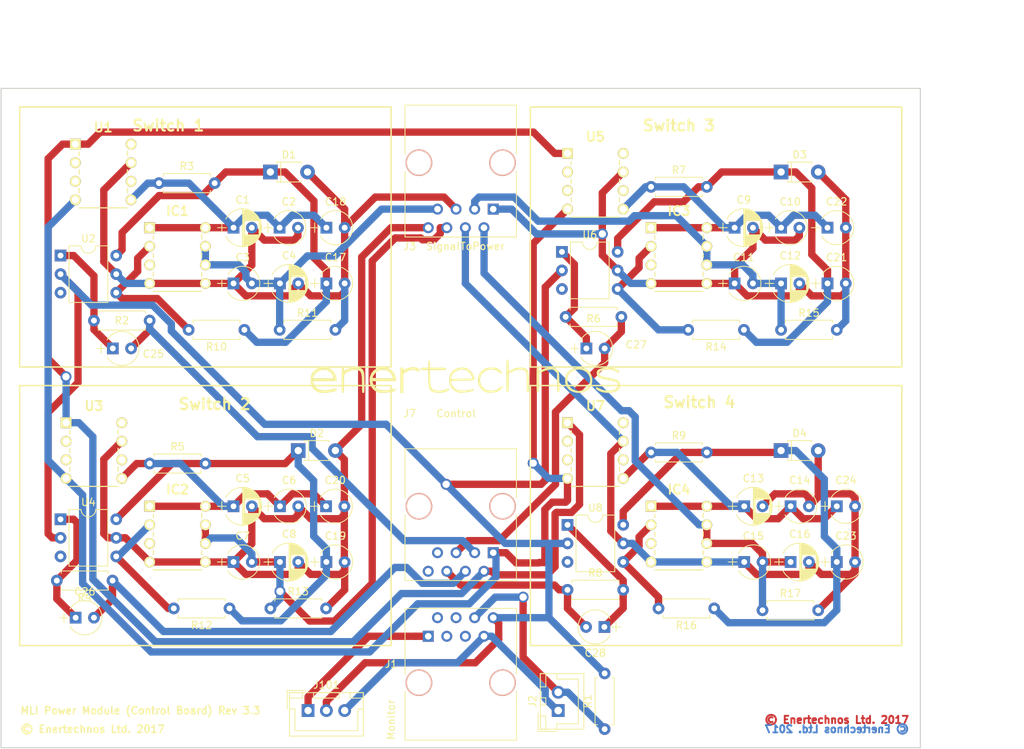
<source format=kicad_pcb>
(kicad_pcb (version 4) (host pcbnew 4.0.7)

  (general
    (links 0)
    (no_connects 0)
    (area 49.454999 34.214999 175.335001 124.535001)
    (thickness 1.6)
    (drawings 32)
    (tracks 524)
    (zones 0)
    (modules 71)
    (nets 35)
  )

  (page A4)
  (title_block
    (title "Power Module (Control Board)")
    (date 2017-12-14)
    (rev Rev3.3)
    (company "Enertechnos Ltd.")
    (comment 1 "FOR REVIEW")
  )

  (layers
    (0 F.Cu signal)
    (31 B.Cu signal)
    (33 F.Adhes user hide)
    (35 F.Paste user hide)
    (37 F.SilkS user)
    (39 F.Mask user)
    (40 Dwgs.User user)
    (41 Cmts.User user hide)
    (42 Eco1.User user hide)
    (43 Eco2.User user hide)
    (44 Edge.Cuts user)
    (45 Margin user hide)
    (47 F.CrtYd user)
    (49 F.Fab user hide)
  )

  (setup
    (last_trace_width 1)
    (trace_clearance 0.4)
    (zone_clearance 0.35)
    (zone_45_only no)
    (trace_min 1)
    (segment_width 0.2)
    (edge_width 0.15)
    (via_size 1.5)
    (via_drill 1)
    (via_min_size 1.5)
    (via_min_drill 0.3)
    (uvia_size 1)
    (uvia_drill 0.5)
    (uvias_allowed no)
    (uvia_min_size 1)
    (uvia_min_drill 0.1)
    (pcb_text_width 0.3)
    (pcb_text_size 1.5 1.5)
    (mod_edge_width 0.15)
    (mod_text_size 1 1)
    (mod_text_width 0.15)
    (pad_size 1.524 1.524)
    (pad_drill 0.762)
    (pad_to_mask_clearance 0.2)
    (aux_axis_origin 0 0)
    (visible_elements 7FFFEFFF)
    (pcbplotparams
      (layerselection 0x00030_80000001)
      (usegerberextensions false)
      (excludeedgelayer true)
      (linewidth 0.100000)
      (plotframeref false)
      (viasonmask false)
      (mode 1)
      (useauxorigin false)
      (hpglpennumber 1)
      (hpglpenspeed 20)
      (hpglpendiameter 15)
      (hpglpenoverlay 2)
      (psnegative false)
      (psa4output false)
      (plotreference true)
      (plotvalue true)
      (plotinvisibletext false)
      (padsonsilk false)
      (subtractmaskfromsilk false)
      (outputformat 1)
      (mirror false)
      (drillshape 1)
      (scaleselection 1)
      (outputdirectory ""))
  )

  (net 0 "")
  (net 1 "Net-(C1-Pad1)")
  (net 2 "Net-(C10-Pad1)")
  (net 3 "Net-(C13-Pad1)")
  (net 4 "Net-(IC1-Pad2)")
  (net 5 "Net-(IC2-Pad2)")
  (net 6 "Net-(IC3-Pad2)")
  (net 7 "Net-(IC4-Pad2)")
  (net 8 DC_IN)
  (net 9 DC_GND)
  (net 10 ARD_TEMP)
  (net 11 ARD_GND)
  (net 12 "Net-(C20-Pad1)")
  (net 13 "Net-(C17-Pad1)")
  (net 14 "Net-(C19-Pad1)")
  (net 15 "Net-(C21-Pad1)")
  (net 16 "Net-(C23-Pad1)")
  (net 17 ARD_PWM_A)
  (net 18 ARD_PWM_B)
  (net 19 ARD_PWM_C)
  (net 20 ARD_PWM_D)
  (net 21 ARD_5V)
  (net 22 "Net-(C25-Pad1)")
  (net 23 "Net-(C26-Pad1)")
  (net 24 "Net-(C27-Pad1)")
  (net 25 "Net-(C28-Pad1)")
  (net 26 GND_ISO_1)
  (net 27 DRV_GATE_A)
  (net 28 GND_ISO_2)
  (net 29 DRV_GATE_B)
  (net 30 GND_ISO_3)
  (net 31 DRV_GATE_C)
  (net 32 GND_ISO_4)
  (net 33 DRV_GATE_D)
  (net 34 ARD_CUR)

  (net_class Default "This is the default net class."
    (clearance 0.4)
    (trace_width 1)
    (via_dia 1.5)
    (via_drill 1)
    (uvia_dia 1)
    (uvia_drill 0.5)
    (add_net ARD_5V)
    (add_net ARD_CUR)
    (add_net ARD_GND)
    (add_net ARD_PWM_A)
    (add_net ARD_PWM_B)
    (add_net ARD_PWM_C)
    (add_net ARD_PWM_D)
    (add_net ARD_TEMP)
    (add_net DC_GND)
    (add_net DC_IN)
    (add_net DRV_GATE_A)
    (add_net DRV_GATE_B)
    (add_net DRV_GATE_C)
    (add_net DRV_GATE_D)
    (add_net GND_ISO_1)
    (add_net GND_ISO_2)
    (add_net GND_ISO_3)
    (add_net GND_ISO_4)
    (add_net "Net-(C1-Pad1)")
    (add_net "Net-(C10-Pad1)")
    (add_net "Net-(C13-Pad1)")
    (add_net "Net-(C17-Pad1)")
    (add_net "Net-(C19-Pad1)")
    (add_net "Net-(C20-Pad1)")
    (add_net "Net-(C21-Pad1)")
    (add_net "Net-(C23-Pad1)")
    (add_net "Net-(C25-Pad1)")
    (add_net "Net-(C26-Pad1)")
    (add_net "Net-(C27-Pad1)")
    (add_net "Net-(C28-Pad1)")
    (add_net "Net-(IC1-Pad2)")
    (add_net "Net-(IC2-Pad2)")
    (add_net "Net-(IC3-Pad2)")
    (add_net "Net-(IC4-Pad2)")
  )

  (module Resistors_THT:R_Axial_DIN0207_L6.3mm_D2.5mm_P7.62mm_Horizontal (layer F.Cu) (tedit 5874F706) (tstamp 59EF6824)
    (at 153.67 105.664)
    (descr "Resistor, Axial_DIN0207 series, Axial, Horizontal, pin pitch=7.62mm, 0.25W = 1/4W, length*diameter=6.3*2.5mm^2, http://cdn-reichelt.de/documents/datenblatt/B400/1_4W%23YAG.pdf")
    (tags "Resistor Axial_DIN0207 series Axial Horizontal pin pitch 7.62mm 0.25W = 1/4W length 6.3mm diameter 2.5mm")
    (path /59A712A3/59EF1A58)
    (fp_text reference R17 (at 3.81 -2.31) (layer F.SilkS)
      (effects (font (size 1 1) (thickness 0.15)))
    )
    (fp_text value R (at 3.81 2.31) (layer F.Fab)
      (effects (font (size 1 1) (thickness 0.15)))
    )
    (fp_line (start 0.66 -1.25) (end 0.66 1.25) (layer F.Fab) (width 0.1))
    (fp_line (start 0.66 1.25) (end 6.96 1.25) (layer F.Fab) (width 0.1))
    (fp_line (start 6.96 1.25) (end 6.96 -1.25) (layer F.Fab) (width 0.1))
    (fp_line (start 6.96 -1.25) (end 0.66 -1.25) (layer F.Fab) (width 0.1))
    (fp_line (start 0 0) (end 0.66 0) (layer F.Fab) (width 0.1))
    (fp_line (start 7.62 0) (end 6.96 0) (layer F.Fab) (width 0.1))
    (fp_line (start 0.6 -0.98) (end 0.6 -1.31) (layer F.SilkS) (width 0.12))
    (fp_line (start 0.6 -1.31) (end 7.02 -1.31) (layer F.SilkS) (width 0.12))
    (fp_line (start 7.02 -1.31) (end 7.02 -0.98) (layer F.SilkS) (width 0.12))
    (fp_line (start 0.6 0.98) (end 0.6 1.31) (layer F.SilkS) (width 0.12))
    (fp_line (start 0.6 1.31) (end 7.02 1.31) (layer F.SilkS) (width 0.12))
    (fp_line (start 7.02 1.31) (end 7.02 0.98) (layer F.SilkS) (width 0.12))
    (fp_line (start -1.05 -1.6) (end -1.05 1.6) (layer F.CrtYd) (width 0.05))
    (fp_line (start -1.05 1.6) (end 8.7 1.6) (layer F.CrtYd) (width 0.05))
    (fp_line (start 8.7 1.6) (end 8.7 -1.6) (layer F.CrtYd) (width 0.05))
    (fp_line (start 8.7 -1.6) (end -1.05 -1.6) (layer F.CrtYd) (width 0.05))
    (pad 1 thru_hole circle (at 0 0) (size 1.6 1.6) (drill 0.8) (layers *.Cu *.Mask)
      (net 33 DRV_GATE_D))
    (pad 2 thru_hole oval (at 7.62 0) (size 1.6 1.6) (drill 0.8) (layers *.Cu *.Mask)
      (net 32 GND_ISO_4))
    (model ${KISYS3DMOD}/Resistors_THT.3dshapes/R_Axial_DIN0207_L6.3mm_D2.5mm_P7.62mm_Horizontal.wrl
      (at (xyz 0 0 0))
      (scale (xyz 0.3937 0.3937 0.3937))
      (rotate (xyz 0 0 0))
    )
  )

  (module Capacitors_THT:CP_Radial_Tantal_D4.5mm_P2.50mm (layer F.Cu) (tedit 597C781B) (tstamp 59EF6724)
    (at 163.83 91.44)
    (descr "CP, Radial_Tantal series, Radial, pin pitch=2.50mm, , diameter=4.5mm, Tantal Electrolytic Capacitor, http://cdn-reichelt.de/documents/datenblatt/B300/TANTAL-TB-Serie%23.pdf")
    (tags "CP Radial_Tantal series Radial pin pitch 2.50mm  diameter 4.5mm Tantal Electrolytic Capacitor")
    (path /59A712A3/59EF1DD4)
    (fp_text reference C24 (at 1.25 -3.56) (layer F.SilkS)
      (effects (font (size 1 1) (thickness 0.15)))
    )
    (fp_text value 100nF (at 1.25 3.56) (layer F.Fab)
      (effects (font (size 1 1) (thickness 0.15)))
    )
    (fp_arc (start 1.25 0) (end -0.770693 -1.18) (angle 119.4) (layer F.SilkS) (width 0.12))
    (fp_arc (start 1.25 0) (end -0.770693 1.18) (angle -119.4) (layer F.SilkS) (width 0.12))
    (fp_arc (start 1.25 0) (end 3.270693 -1.18) (angle 60.6) (layer F.SilkS) (width 0.12))
    (fp_circle (center 1.25 0) (end 3.5 0) (layer F.Fab) (width 0.1))
    (fp_line (start -2.2 0) (end -1 0) (layer F.Fab) (width 0.1))
    (fp_line (start -1.6 -0.65) (end -1.6 0.65) (layer F.Fab) (width 0.1))
    (fp_line (start -2.2 0) (end -1 0) (layer F.SilkS) (width 0.12))
    (fp_line (start -1.6 -0.65) (end -1.6 0.65) (layer F.SilkS) (width 0.12))
    (fp_line (start -1.35 -2.6) (end -1.35 2.6) (layer F.CrtYd) (width 0.05))
    (fp_line (start -1.35 2.6) (end 3.85 2.6) (layer F.CrtYd) (width 0.05))
    (fp_line (start 3.85 2.6) (end 3.85 -2.6) (layer F.CrtYd) (width 0.05))
    (fp_line (start 3.85 -2.6) (end -1.35 -2.6) (layer F.CrtYd) (width 0.05))
    (fp_text user %R (at 1.25 0) (layer F.Fab)
      (effects (font (size 1 1) (thickness 0.15)))
    )
    (pad 1 thru_hole rect (at 0 0) (size 1.6 1.6) (drill 0.8) (layers *.Cu *.Mask)
      (net 3 "Net-(C13-Pad1)"))
    (pad 2 thru_hole circle (at 2.5 0) (size 1.6 1.6) (drill 0.8) (layers *.Cu *.Mask)
      (net 32 GND_ISO_4))
    (model ${KISYS3DMOD}/Capacitors_THT.3dshapes/CP_Radial_Tantal_D4.5mm_P2.50mm.wrl
      (at (xyz 0 0 0))
      (scale (xyz 1 1 1))
      (rotate (xyz 0 0 0))
    )
  )

  (module Mounting_Holes:MountingHole_4.3mm_M4 (layer F.Cu) (tedit 59A7ED1B) (tstamp 59A7F102)
    (at 170.18 107.95)
    (descr "Mounting Hole 4.3mm, no annular, M4")
    (tags "mounting hole 4.3mm no annular m4")
    (fp_text reference "" (at 0 -5.3) (layer F.SilkS)
      (effects (font (size 1 1) (thickness 0.15)))
    )
    (fp_text value MountingHole_4.3mm_M4 (at 0 5.3) (layer F.Fab)
      (effects (font (size 1 1) (thickness 0.15)))
    )
    (fp_circle (center 0 0) (end 4.3 0) (layer Cmts.User) (width 0.15))
    (fp_circle (center 0 0) (end 4.55 0) (layer F.CrtYd) (width 0.05))
    (pad 1 np_thru_hole circle (at 0 0) (size 4.3 4.3) (drill 4.3) (layers *.Cu *.Mask))
  )

  (module Capacitors_THT:CP_Radial_Tantal_D4.5mm_P2.50mm (layer F.Cu) (tedit 597C781B) (tstamp 59A6EB07)
    (at 157.52 91.44)
    (descr "CP, Radial_Tantal series, Radial, pin pitch=2.50mm, , diameter=4.5mm, Tantal Electrolytic Capacitor, http://cdn-reichelt.de/documents/datenblatt/B300/TANTAL-TB-Serie%23.pdf")
    (tags "CP Radial_Tantal series Radial pin pitch 2.50mm  diameter 4.5mm Tantal Electrolytic Capacitor")
    (path /59A712A3/59A6D3E0)
    (fp_text reference C14 (at 1.25 -3.56) (layer F.SilkS)
      (effects (font (size 1 1) (thickness 0.15)))
    )
    (fp_text value 100nF (at 1.25 3.56) (layer F.Fab)
      (effects (font (size 1 1) (thickness 0.15)))
    )
    (fp_arc (start 1.25 0) (end -0.770693 -1.18) (angle 119.4) (layer F.SilkS) (width 0.12))
    (fp_arc (start 1.25 0) (end -0.770693 1.18) (angle -119.4) (layer F.SilkS) (width 0.12))
    (fp_arc (start 1.25 0) (end 3.270693 -1.18) (angle 60.6) (layer F.SilkS) (width 0.12))
    (fp_circle (center 1.25 0) (end 3.5 0) (layer F.Fab) (width 0.1))
    (fp_line (start -2.2 0) (end -1 0) (layer F.Fab) (width 0.1))
    (fp_line (start -1.6 -0.65) (end -1.6 0.65) (layer F.Fab) (width 0.1))
    (fp_line (start -2.2 0) (end -1 0) (layer F.SilkS) (width 0.12))
    (fp_line (start -1.6 -0.65) (end -1.6 0.65) (layer F.SilkS) (width 0.12))
    (fp_line (start -1.35 -2.6) (end -1.35 2.6) (layer F.CrtYd) (width 0.05))
    (fp_line (start -1.35 2.6) (end 3.85 2.6) (layer F.CrtYd) (width 0.05))
    (fp_line (start 3.85 2.6) (end 3.85 -2.6) (layer F.CrtYd) (width 0.05))
    (fp_line (start 3.85 -2.6) (end -1.35 -2.6) (layer F.CrtYd) (width 0.05))
    (fp_text user %R (at 1.25 0) (layer F.Fab)
      (effects (font (size 1 1) (thickness 0.15)))
    )
    (pad 1 thru_hole rect (at 0 0) (size 1.6 1.6) (drill 0.8) (layers *.Cu *.Mask)
      (net 3 "Net-(C13-Pad1)"))
    (pad 2 thru_hole circle (at 2.5 0) (size 1.6 1.6) (drill 0.8) (layers *.Cu *.Mask)
      (net 32 GND_ISO_4))
    (model ${KISYS3DMOD}/Capacitors_THT.3dshapes/CP_Radial_Tantal_D4.5mm_P2.50mm.wrl
      (at (xyz 0 0 0))
      (scale (xyz 1 1 1))
      (rotate (xyz 0 0 0))
    )
  )

  (module Capacitors_THT:CP_Radial_D5.0mm_P2.50mm (layer F.Cu) (tedit 597BC7C2) (tstamp 59A6EB9F)
    (at 157.52 99.06)
    (descr "CP, Radial series, Radial, pin pitch=2.50mm, , diameter=5mm, Electrolytic Capacitor")
    (tags "CP Radial series Radial pin pitch 2.50mm  diameter 5mm Electrolytic Capacitor")
    (path /59A712A3/59498146)
    (fp_text reference C16 (at 1.25 -3.81) (layer F.SilkS)
      (effects (font (size 1 1) (thickness 0.15)))
    )
    (fp_text value 4.7uF (at 1.25 3.81) (layer F.Fab)
      (effects (font (size 1 1) (thickness 0.15)))
    )
    (fp_arc (start 1.25 0) (end -1.05558 -1.18) (angle 125.8) (layer F.SilkS) (width 0.12))
    (fp_arc (start 1.25 0) (end -1.05558 1.18) (angle -125.8) (layer F.SilkS) (width 0.12))
    (fp_arc (start 1.25 0) (end 3.55558 -1.18) (angle 54.2) (layer F.SilkS) (width 0.12))
    (fp_circle (center 1.25 0) (end 3.75 0) (layer F.Fab) (width 0.1))
    (fp_line (start -2.2 0) (end -1 0) (layer F.Fab) (width 0.1))
    (fp_line (start -1.6 -0.65) (end -1.6 0.65) (layer F.Fab) (width 0.1))
    (fp_line (start 1.25 -2.55) (end 1.25 2.55) (layer F.SilkS) (width 0.12))
    (fp_line (start 1.29 -2.55) (end 1.29 2.55) (layer F.SilkS) (width 0.12))
    (fp_line (start 1.33 -2.549) (end 1.33 2.549) (layer F.SilkS) (width 0.12))
    (fp_line (start 1.37 -2.548) (end 1.37 2.548) (layer F.SilkS) (width 0.12))
    (fp_line (start 1.41 -2.546) (end 1.41 2.546) (layer F.SilkS) (width 0.12))
    (fp_line (start 1.45 -2.543) (end 1.45 2.543) (layer F.SilkS) (width 0.12))
    (fp_line (start 1.49 -2.539) (end 1.49 2.539) (layer F.SilkS) (width 0.12))
    (fp_line (start 1.53 -2.535) (end 1.53 -0.98) (layer F.SilkS) (width 0.12))
    (fp_line (start 1.53 0.98) (end 1.53 2.535) (layer F.SilkS) (width 0.12))
    (fp_line (start 1.57 -2.531) (end 1.57 -0.98) (layer F.SilkS) (width 0.12))
    (fp_line (start 1.57 0.98) (end 1.57 2.531) (layer F.SilkS) (width 0.12))
    (fp_line (start 1.61 -2.525) (end 1.61 -0.98) (layer F.SilkS) (width 0.12))
    (fp_line (start 1.61 0.98) (end 1.61 2.525) (layer F.SilkS) (width 0.12))
    (fp_line (start 1.65 -2.519) (end 1.65 -0.98) (layer F.SilkS) (width 0.12))
    (fp_line (start 1.65 0.98) (end 1.65 2.519) (layer F.SilkS) (width 0.12))
    (fp_line (start 1.69 -2.513) (end 1.69 -0.98) (layer F.SilkS) (width 0.12))
    (fp_line (start 1.69 0.98) (end 1.69 2.513) (layer F.SilkS) (width 0.12))
    (fp_line (start 1.73 -2.506) (end 1.73 -0.98) (layer F.SilkS) (width 0.12))
    (fp_line (start 1.73 0.98) (end 1.73 2.506) (layer F.SilkS) (width 0.12))
    (fp_line (start 1.77 -2.498) (end 1.77 -0.98) (layer F.SilkS) (width 0.12))
    (fp_line (start 1.77 0.98) (end 1.77 2.498) (layer F.SilkS) (width 0.12))
    (fp_line (start 1.81 -2.489) (end 1.81 -0.98) (layer F.SilkS) (width 0.12))
    (fp_line (start 1.81 0.98) (end 1.81 2.489) (layer F.SilkS) (width 0.12))
    (fp_line (start 1.85 -2.48) (end 1.85 -0.98) (layer F.SilkS) (width 0.12))
    (fp_line (start 1.85 0.98) (end 1.85 2.48) (layer F.SilkS) (width 0.12))
    (fp_line (start 1.89 -2.47) (end 1.89 -0.98) (layer F.SilkS) (width 0.12))
    (fp_line (start 1.89 0.98) (end 1.89 2.47) (layer F.SilkS) (width 0.12))
    (fp_line (start 1.93 -2.46) (end 1.93 -0.98) (layer F.SilkS) (width 0.12))
    (fp_line (start 1.93 0.98) (end 1.93 2.46) (layer F.SilkS) (width 0.12))
    (fp_line (start 1.971 -2.448) (end 1.971 -0.98) (layer F.SilkS) (width 0.12))
    (fp_line (start 1.971 0.98) (end 1.971 2.448) (layer F.SilkS) (width 0.12))
    (fp_line (start 2.011 -2.436) (end 2.011 -0.98) (layer F.SilkS) (width 0.12))
    (fp_line (start 2.011 0.98) (end 2.011 2.436) (layer F.SilkS) (width 0.12))
    (fp_line (start 2.051 -2.424) (end 2.051 -0.98) (layer F.SilkS) (width 0.12))
    (fp_line (start 2.051 0.98) (end 2.051 2.424) (layer F.SilkS) (width 0.12))
    (fp_line (start 2.091 -2.41) (end 2.091 -0.98) (layer F.SilkS) (width 0.12))
    (fp_line (start 2.091 0.98) (end 2.091 2.41) (layer F.SilkS) (width 0.12))
    (fp_line (start 2.131 -2.396) (end 2.131 -0.98) (layer F.SilkS) (width 0.12))
    (fp_line (start 2.131 0.98) (end 2.131 2.396) (layer F.SilkS) (width 0.12))
    (fp_line (start 2.171 -2.382) (end 2.171 -0.98) (layer F.SilkS) (width 0.12))
    (fp_line (start 2.171 0.98) (end 2.171 2.382) (layer F.SilkS) (width 0.12))
    (fp_line (start 2.211 -2.366) (end 2.211 -0.98) (layer F.SilkS) (width 0.12))
    (fp_line (start 2.211 0.98) (end 2.211 2.366) (layer F.SilkS) (width 0.12))
    (fp_line (start 2.251 -2.35) (end 2.251 -0.98) (layer F.SilkS) (width 0.12))
    (fp_line (start 2.251 0.98) (end 2.251 2.35) (layer F.SilkS) (width 0.12))
    (fp_line (start 2.291 -2.333) (end 2.291 -0.98) (layer F.SilkS) (width 0.12))
    (fp_line (start 2.291 0.98) (end 2.291 2.333) (layer F.SilkS) (width 0.12))
    (fp_line (start 2.331 -2.315) (end 2.331 -0.98) (layer F.SilkS) (width 0.12))
    (fp_line (start 2.331 0.98) (end 2.331 2.315) (layer F.SilkS) (width 0.12))
    (fp_line (start 2.371 -2.296) (end 2.371 -0.98) (layer F.SilkS) (width 0.12))
    (fp_line (start 2.371 0.98) (end 2.371 2.296) (layer F.SilkS) (width 0.12))
    (fp_line (start 2.411 -2.276) (end 2.411 -0.98) (layer F.SilkS) (width 0.12))
    (fp_line (start 2.411 0.98) (end 2.411 2.276) (layer F.SilkS) (width 0.12))
    (fp_line (start 2.451 -2.256) (end 2.451 -0.98) (layer F.SilkS) (width 0.12))
    (fp_line (start 2.451 0.98) (end 2.451 2.256) (layer F.SilkS) (width 0.12))
    (fp_line (start 2.491 -2.234) (end 2.491 -0.98) (layer F.SilkS) (width 0.12))
    (fp_line (start 2.491 0.98) (end 2.491 2.234) (layer F.SilkS) (width 0.12))
    (fp_line (start 2.531 -2.212) (end 2.531 -0.98) (layer F.SilkS) (width 0.12))
    (fp_line (start 2.531 0.98) (end 2.531 2.212) (layer F.SilkS) (width 0.12))
    (fp_line (start 2.571 -2.189) (end 2.571 -0.98) (layer F.SilkS) (width 0.12))
    (fp_line (start 2.571 0.98) (end 2.571 2.189) (layer F.SilkS) (width 0.12))
    (fp_line (start 2.611 -2.165) (end 2.611 -0.98) (layer F.SilkS) (width 0.12))
    (fp_line (start 2.611 0.98) (end 2.611 2.165) (layer F.SilkS) (width 0.12))
    (fp_line (start 2.651 -2.14) (end 2.651 -0.98) (layer F.SilkS) (width 0.12))
    (fp_line (start 2.651 0.98) (end 2.651 2.14) (layer F.SilkS) (width 0.12))
    (fp_line (start 2.691 -2.113) (end 2.691 -0.98) (layer F.SilkS) (width 0.12))
    (fp_line (start 2.691 0.98) (end 2.691 2.113) (layer F.SilkS) (width 0.12))
    (fp_line (start 2.731 -2.086) (end 2.731 -0.98) (layer F.SilkS) (width 0.12))
    (fp_line (start 2.731 0.98) (end 2.731 2.086) (layer F.SilkS) (width 0.12))
    (fp_line (start 2.771 -2.058) (end 2.771 -0.98) (layer F.SilkS) (width 0.12))
    (fp_line (start 2.771 0.98) (end 2.771 2.058) (layer F.SilkS) (width 0.12))
    (fp_line (start 2.811 -2.028) (end 2.811 -0.98) (layer F.SilkS) (width 0.12))
    (fp_line (start 2.811 0.98) (end 2.811 2.028) (layer F.SilkS) (width 0.12))
    (fp_line (start 2.851 -1.997) (end 2.851 -0.98) (layer F.SilkS) (width 0.12))
    (fp_line (start 2.851 0.98) (end 2.851 1.997) (layer F.SilkS) (width 0.12))
    (fp_line (start 2.891 -1.965) (end 2.891 -0.98) (layer F.SilkS) (width 0.12))
    (fp_line (start 2.891 0.98) (end 2.891 1.965) (layer F.SilkS) (width 0.12))
    (fp_line (start 2.931 -1.932) (end 2.931 -0.98) (layer F.SilkS) (width 0.12))
    (fp_line (start 2.931 0.98) (end 2.931 1.932) (layer F.SilkS) (width 0.12))
    (fp_line (start 2.971 -1.897) (end 2.971 -0.98) (layer F.SilkS) (width 0.12))
    (fp_line (start 2.971 0.98) (end 2.971 1.897) (layer F.SilkS) (width 0.12))
    (fp_line (start 3.011 -1.861) (end 3.011 -0.98) (layer F.SilkS) (width 0.12))
    (fp_line (start 3.011 0.98) (end 3.011 1.861) (layer F.SilkS) (width 0.12))
    (fp_line (start 3.051 -1.823) (end 3.051 -0.98) (layer F.SilkS) (width 0.12))
    (fp_line (start 3.051 0.98) (end 3.051 1.823) (layer F.SilkS) (width 0.12))
    (fp_line (start 3.091 -1.783) (end 3.091 -0.98) (layer F.SilkS) (width 0.12))
    (fp_line (start 3.091 0.98) (end 3.091 1.783) (layer F.SilkS) (width 0.12))
    (fp_line (start 3.131 -1.742) (end 3.131 -0.98) (layer F.SilkS) (width 0.12))
    (fp_line (start 3.131 0.98) (end 3.131 1.742) (layer F.SilkS) (width 0.12))
    (fp_line (start 3.171 -1.699) (end 3.171 -0.98) (layer F.SilkS) (width 0.12))
    (fp_line (start 3.171 0.98) (end 3.171 1.699) (layer F.SilkS) (width 0.12))
    (fp_line (start 3.211 -1.654) (end 3.211 -0.98) (layer F.SilkS) (width 0.12))
    (fp_line (start 3.211 0.98) (end 3.211 1.654) (layer F.SilkS) (width 0.12))
    (fp_line (start 3.251 -1.606) (end 3.251 -0.98) (layer F.SilkS) (width 0.12))
    (fp_line (start 3.251 0.98) (end 3.251 1.606) (layer F.SilkS) (width 0.12))
    (fp_line (start 3.291 -1.556) (end 3.291 -0.98) (layer F.SilkS) (width 0.12))
    (fp_line (start 3.291 0.98) (end 3.291 1.556) (layer F.SilkS) (width 0.12))
    (fp_line (start 3.331 -1.504) (end 3.331 -0.98) (layer F.SilkS) (width 0.12))
    (fp_line (start 3.331 0.98) (end 3.331 1.504) (layer F.SilkS) (width 0.12))
    (fp_line (start 3.371 -1.448) (end 3.371 -0.98) (layer F.SilkS) (width 0.12))
    (fp_line (start 3.371 0.98) (end 3.371 1.448) (layer F.SilkS) (width 0.12))
    (fp_line (start 3.411 -1.39) (end 3.411 -0.98) (layer F.SilkS) (width 0.12))
    (fp_line (start 3.411 0.98) (end 3.411 1.39) (layer F.SilkS) (width 0.12))
    (fp_line (start 3.451 -1.327) (end 3.451 -0.98) (layer F.SilkS) (width 0.12))
    (fp_line (start 3.451 0.98) (end 3.451 1.327) (layer F.SilkS) (width 0.12))
    (fp_line (start 3.491 -1.261) (end 3.491 1.261) (layer F.SilkS) (width 0.12))
    (fp_line (start 3.531 -1.189) (end 3.531 1.189) (layer F.SilkS) (width 0.12))
    (fp_line (start 3.571 -1.112) (end 3.571 1.112) (layer F.SilkS) (width 0.12))
    (fp_line (start 3.611 -1.028) (end 3.611 1.028) (layer F.SilkS) (width 0.12))
    (fp_line (start 3.651 -0.934) (end 3.651 0.934) (layer F.SilkS) (width 0.12))
    (fp_line (start 3.691 -0.829) (end 3.691 0.829) (layer F.SilkS) (width 0.12))
    (fp_line (start 3.731 -0.707) (end 3.731 0.707) (layer F.SilkS) (width 0.12))
    (fp_line (start 3.771 -0.559) (end 3.771 0.559) (layer F.SilkS) (width 0.12))
    (fp_line (start 3.811 -0.354) (end 3.811 0.354) (layer F.SilkS) (width 0.12))
    (fp_line (start -2.2 0) (end -1 0) (layer F.SilkS) (width 0.12))
    (fp_line (start -1.6 -0.65) (end -1.6 0.65) (layer F.SilkS) (width 0.12))
    (fp_line (start -1.6 -2.85) (end -1.6 2.85) (layer F.CrtYd) (width 0.05))
    (fp_line (start -1.6 2.85) (end 4.1 2.85) (layer F.CrtYd) (width 0.05))
    (fp_line (start 4.1 2.85) (end 4.1 -2.85) (layer F.CrtYd) (width 0.05))
    (fp_line (start 4.1 -2.85) (end -1.6 -2.85) (layer F.CrtYd) (width 0.05))
    (fp_text user %R (at 1.25 0) (layer F.Fab)
      (effects (font (size 1 1) (thickness 0.15)))
    )
    (pad 1 thru_hole rect (at 0 0) (size 1.6 1.6) (drill 0.8) (layers *.Cu *.Mask)
      (net 33 DRV_GATE_D))
    (pad 2 thru_hole circle (at 2.5 0) (size 1.6 1.6) (drill 0.8) (layers *.Cu *.Mask)
      (net 32 GND_ISO_4))
    (model ${KISYS3DMOD}/Capacitors_THT.3dshapes/CP_Radial_D5.0mm_P2.50mm.wrl
      (at (xyz 0 0 0))
      (scale (xyz 1 1 1))
      (rotate (xyz 0 0 0))
    )
  )

  (module Capacitors_THT:CP_Radial_Tantal_D4.5mm_P2.50mm (layer F.Cu) (tedit 597C781B) (tstamp 59EF6711)
    (at 163.83 99.06)
    (descr "CP, Radial_Tantal series, Radial, pin pitch=2.50mm, , diameter=4.5mm, Tantal Electrolytic Capacitor, http://cdn-reichelt.de/documents/datenblatt/B300/TANTAL-TB-Serie%23.pdf")
    (tags "CP Radial_Tantal series Radial pin pitch 2.50mm  diameter 4.5mm Tantal Electrolytic Capacitor")
    (path /59A712A3/59EF0ED7)
    (fp_text reference C23 (at 1.25 -3.56) (layer F.SilkS)
      (effects (font (size 1 1) (thickness 0.15)))
    )
    (fp_text value 100nF (at 1.25 3.56) (layer F.Fab)
      (effects (font (size 1 1) (thickness 0.15)))
    )
    (fp_arc (start 1.25 0) (end -0.770693 -1.18) (angle 119.4) (layer F.SilkS) (width 0.12))
    (fp_arc (start 1.25 0) (end -0.770693 1.18) (angle -119.4) (layer F.SilkS) (width 0.12))
    (fp_arc (start 1.25 0) (end 3.270693 -1.18) (angle 60.6) (layer F.SilkS) (width 0.12))
    (fp_circle (center 1.25 0) (end 3.5 0) (layer F.Fab) (width 0.1))
    (fp_line (start -2.2 0) (end -1 0) (layer F.Fab) (width 0.1))
    (fp_line (start -1.6 -0.65) (end -1.6 0.65) (layer F.Fab) (width 0.1))
    (fp_line (start -2.2 0) (end -1 0) (layer F.SilkS) (width 0.12))
    (fp_line (start -1.6 -0.65) (end -1.6 0.65) (layer F.SilkS) (width 0.12))
    (fp_line (start -1.35 -2.6) (end -1.35 2.6) (layer F.CrtYd) (width 0.05))
    (fp_line (start -1.35 2.6) (end 3.85 2.6) (layer F.CrtYd) (width 0.05))
    (fp_line (start 3.85 2.6) (end 3.85 -2.6) (layer F.CrtYd) (width 0.05))
    (fp_line (start 3.85 -2.6) (end -1.35 -2.6) (layer F.CrtYd) (width 0.05))
    (fp_text user %R (at 1.25 0) (layer F.Fab)
      (effects (font (size 1 1) (thickness 0.15)))
    )
    (pad 1 thru_hole rect (at 0 0) (size 1.6 1.6) (drill 0.8) (layers *.Cu *.Mask)
      (net 16 "Net-(C23-Pad1)"))
    (pad 2 thru_hole circle (at 2.5 0) (size 1.6 1.6) (drill 0.8) (layers *.Cu *.Mask)
      (net 32 GND_ISO_4))
    (model ${KISYS3DMOD}/Capacitors_THT.3dshapes/CP_Radial_Tantal_D4.5mm_P2.50mm.wrl
      (at (xyz 0 0 0))
      (scale (xyz 1 1 1))
      (rotate (xyz 0 0 0))
    )
  )

  (module Diodes_THT:D_T-1_P5.08mm_Horizontal (layer F.Cu) (tedit 5921392F) (tstamp 59F0CB68)
    (at 156.21 83.82)
    (descr "D, T-1 series, Axial, Horizontal, pin pitch=5.08mm, , length*diameter=3.2*2.6mm^2, , http://www.diodes.com/_files/packages/T-1.pdf")
    (tags "D T-1 series Axial Horizontal pin pitch 5.08mm  length 3.2mm diameter 2.6mm")
    (path /59A712A3/59EF0E59)
    (fp_text reference D4 (at 2.54 -2.36) (layer F.SilkS)
      (effects (font (size 1 1) (thickness 0.15)))
    )
    (fp_text value D_Zener (at 2.54 2.36) (layer F.Fab)
      (effects (font (size 1 1) (thickness 0.15)))
    )
    (fp_text user %R (at 2.54 0) (layer F.Fab)
      (effects (font (size 1 1) (thickness 0.15)))
    )
    (fp_line (start 0.94 -1.3) (end 0.94 1.3) (layer F.Fab) (width 0.1))
    (fp_line (start 0.94 1.3) (end 4.14 1.3) (layer F.Fab) (width 0.1))
    (fp_line (start 4.14 1.3) (end 4.14 -1.3) (layer F.Fab) (width 0.1))
    (fp_line (start 4.14 -1.3) (end 0.94 -1.3) (layer F.Fab) (width 0.1))
    (fp_line (start 0 0) (end 0.94 0) (layer F.Fab) (width 0.1))
    (fp_line (start 5.08 0) (end 4.14 0) (layer F.Fab) (width 0.1))
    (fp_line (start 1.42 -1.3) (end 1.42 1.3) (layer F.Fab) (width 0.1))
    (fp_line (start 0.88 -1.18) (end 0.88 -1.36) (layer F.SilkS) (width 0.12))
    (fp_line (start 0.88 -1.36) (end 4.2 -1.36) (layer F.SilkS) (width 0.12))
    (fp_line (start 4.2 -1.36) (end 4.2 -1.18) (layer F.SilkS) (width 0.12))
    (fp_line (start 0.88 1.18) (end 0.88 1.36) (layer F.SilkS) (width 0.12))
    (fp_line (start 0.88 1.36) (end 4.2 1.36) (layer F.SilkS) (width 0.12))
    (fp_line (start 4.2 1.36) (end 4.2 1.18) (layer F.SilkS) (width 0.12))
    (fp_line (start 1.42 -1.36) (end 1.42 1.36) (layer F.SilkS) (width 0.12))
    (fp_line (start -1.25 -1.65) (end -1.25 1.65) (layer F.CrtYd) (width 0.05))
    (fp_line (start -1.25 1.65) (end 6.35 1.65) (layer F.CrtYd) (width 0.05))
    (fp_line (start 6.35 1.65) (end 6.35 -1.65) (layer F.CrtYd) (width 0.05))
    (fp_line (start 6.35 -1.65) (end -1.25 -1.65) (layer F.CrtYd) (width 0.05))
    (pad 1 thru_hole rect (at 0 0) (size 2 2) (drill 1) (layers *.Cu *.Mask)
      (net 16 "Net-(C23-Pad1)"))
    (pad 2 thru_hole oval (at 5.08 0) (size 2 2) (drill 1) (layers *.Cu *.Mask)
      (net 32 GND_ISO_4))
    (model ${KISYS3DMOD}/Diodes_THT.3dshapes/D_T-1_P5.08mm_Horizontal.wrl
      (at (xyz 0 0 0))
      (scale (xyz 0.393701 0.393701 0.393701))
      (rotate (xyz 0 0 0))
    )
  )

  (module Housings_DIP:DIP-6_W7.62mm (layer F.Cu) (tedit 59C78D6B) (tstamp 59EF688C)
    (at 127 93.98)
    (descr "6-lead though-hole mounted DIP package, row spacing 7.62 mm (300 mils)")
    (tags "THT DIP DIL PDIP 2.54mm 7.62mm 300mil")
    (path /59A712A3/59A6DAA6)
    (fp_text reference U8 (at 3.81 -2.33) (layer F.SilkS)
      (effects (font (size 1 1) (thickness 0.15)))
    )
    (fp_text value H11N1M (at 3.81 7.41) (layer F.Fab)
      (effects (font (size 1 1) (thickness 0.15)))
    )
    (fp_arc (start 3.81 -1.33) (end 2.81 -1.33) (angle -180) (layer F.SilkS) (width 0.12))
    (fp_line (start 1.635 -1.27) (end 6.985 -1.27) (layer F.Fab) (width 0.1))
    (fp_line (start 6.985 -1.27) (end 6.985 6.35) (layer F.Fab) (width 0.1))
    (fp_line (start 6.985 6.35) (end 0.635 6.35) (layer F.Fab) (width 0.1))
    (fp_line (start 0.635 6.35) (end 0.635 -0.27) (layer F.Fab) (width 0.1))
    (fp_line (start 0.635 -0.27) (end 1.635 -1.27) (layer F.Fab) (width 0.1))
    (fp_line (start 2.81 -1.33) (end 1.16 -1.33) (layer F.SilkS) (width 0.12))
    (fp_line (start 1.16 -1.33) (end 1.16 6.41) (layer F.SilkS) (width 0.12))
    (fp_line (start 1.16 6.41) (end 6.46 6.41) (layer F.SilkS) (width 0.12))
    (fp_line (start 6.46 6.41) (end 6.46 -1.33) (layer F.SilkS) (width 0.12))
    (fp_line (start 6.46 -1.33) (end 4.81 -1.33) (layer F.SilkS) (width 0.12))
    (fp_line (start -1.1 -1.55) (end -1.1 6.6) (layer F.CrtYd) (width 0.05))
    (fp_line (start -1.1 6.6) (end 8.7 6.6) (layer F.CrtYd) (width 0.05))
    (fp_line (start 8.7 6.6) (end 8.7 -1.55) (layer F.CrtYd) (width 0.05))
    (fp_line (start 8.7 -1.55) (end -1.1 -1.55) (layer F.CrtYd) (width 0.05))
    (fp_text user %R (at 3.81 2.54) (layer F.Fab)
      (effects (font (size 1 1) (thickness 0.15)))
    )
    (pad 1 thru_hole rect (at 0 0) (size 1.6 1.6) (drill 0.8) (layers *.Cu *.Mask)
      (net 25 "Net-(C28-Pad1)"))
    (pad 4 thru_hole oval (at 7.62 5.08) (size 1.6 1.6) (drill 0.8) (layers *.Cu *.Mask)
      (net 7 "Net-(IC4-Pad2)"))
    (pad 2 thru_hole oval (at 0 2.54) (size 1.6 1.6) (drill 0.8) (layers *.Cu *.Mask)
      (net 11 ARD_GND))
    (pad 5 thru_hole oval (at 7.62 2.54) (size 1.6 1.6) (drill 0.8) (layers *.Cu *.Mask)
      (net 32 GND_ISO_4))
    (pad 3 thru_hole oval (at 0 5.08) (size 1.6 1.6) (drill 0.8) (layers *.Cu *.Mask))
    (pad 6 thru_hole oval (at 7.62 0) (size 1.6 1.6) (drill 0.8) (layers *.Cu *.Mask)
      (net 16 "Net-(C23-Pad1)"))
    (model ${KISYS3DMOD}/Housings_DIP.3dshapes/DIP-6_W7.62mm.wrl
      (at (xyz 0 0 0))
      (scale (xyz 1 1 1))
      (rotate (xyz 0 0 0))
    )
  )

  (module Resistors_THT:R_Axial_DIN0207_L6.3mm_D2.5mm_P7.62mm_Horizontal (layer F.Cu) (tedit 5874F706) (tstamp 59A6EE04)
    (at 127 102.87)
    (descr "Resistor, Axial_DIN0207 series, Axial, Horizontal, pin pitch=7.62mm, 0.25W = 1/4W, length*diameter=6.3*2.5mm^2, http://cdn-reichelt.de/documents/datenblatt/B400/1_4W%23YAG.pdf")
    (tags "Resistor Axial_DIN0207 series Axial Horizontal pin pitch 7.62mm 0.25W = 1/4W length 6.3mm diameter 2.5mm")
    (path /59A712A3/59A6DA9F)
    (fp_text reference R8 (at 3.81 -2.31) (layer F.SilkS)
      (effects (font (size 1 1) (thickness 0.15)))
    )
    (fp_text value 180 (at 3.81 2.31) (layer F.Fab)
      (effects (font (size 1 1) (thickness 0.15)))
    )
    (fp_line (start 0.66 -1.25) (end 0.66 1.25) (layer F.Fab) (width 0.1))
    (fp_line (start 0.66 1.25) (end 6.96 1.25) (layer F.Fab) (width 0.1))
    (fp_line (start 6.96 1.25) (end 6.96 -1.25) (layer F.Fab) (width 0.1))
    (fp_line (start 6.96 -1.25) (end 0.66 -1.25) (layer F.Fab) (width 0.1))
    (fp_line (start 0 0) (end 0.66 0) (layer F.Fab) (width 0.1))
    (fp_line (start 7.62 0) (end 6.96 0) (layer F.Fab) (width 0.1))
    (fp_line (start 0.6 -0.98) (end 0.6 -1.31) (layer F.SilkS) (width 0.12))
    (fp_line (start 0.6 -1.31) (end 7.02 -1.31) (layer F.SilkS) (width 0.12))
    (fp_line (start 7.02 -1.31) (end 7.02 -0.98) (layer F.SilkS) (width 0.12))
    (fp_line (start 0.6 0.98) (end 0.6 1.31) (layer F.SilkS) (width 0.12))
    (fp_line (start 0.6 1.31) (end 7.02 1.31) (layer F.SilkS) (width 0.12))
    (fp_line (start 7.02 1.31) (end 7.02 0.98) (layer F.SilkS) (width 0.12))
    (fp_line (start -1.05 -1.6) (end -1.05 1.6) (layer F.CrtYd) (width 0.05))
    (fp_line (start -1.05 1.6) (end 8.7 1.6) (layer F.CrtYd) (width 0.05))
    (fp_line (start 8.7 1.6) (end 8.7 -1.6) (layer F.CrtYd) (width 0.05))
    (fp_line (start 8.7 -1.6) (end -1.05 -1.6) (layer F.CrtYd) (width 0.05))
    (pad 1 thru_hole circle (at 0 0) (size 1.6 1.6) (drill 0.8) (layers *.Cu *.Mask)
      (net 20 ARD_PWM_D))
    (pad 2 thru_hole oval (at 7.62 0) (size 1.6 1.6) (drill 0.8) (layers *.Cu *.Mask)
      (net 25 "Net-(C28-Pad1)"))
    (model ${KISYS3DMOD}/Resistors_THT.3dshapes/R_Axial_DIN0207_L6.3mm_D2.5mm_P7.62mm_Horizontal.wrl
      (at (xyz 0 0 0))
      (scale (xyz 0.3937 0.3937 0.3937))
      (rotate (xyz 0 0 0))
    )
  )

  (module PartsLibraries:TC4422AVPA (layer F.Cu) (tedit 592E9A52) (tstamp 59A6EF40)
    (at 127 80.01)
    (descr DIP254P762X432-8)
    (tags "Integrated Circuit")
    (path /59A712A3/59A6D3EA)
    (fp_text reference U7 (at 3.81 -2.286) (layer F.SilkS)
      (effects (font (size 1.27 1.27) (thickness 0.254)))
    )
    (fp_text value NME1212DC (at 3.556 9.906) (layer F.SilkS) hide
      (effects (font (size 1.27 1.27) (thickness 0.254)))
    )
    (fp_line (start 0.508 8.7122) (end 0.508 -1.0922) (layer Dwgs.User) (width 0.1524))
    (fp_line (start 0.508 -1.1938) (end 7.112 -1.1938) (layer Dwgs.User) (width 0.1524))
    (fp_line (start -0.4826 3.048) (end 0.508 3.048) (layer Dwgs.User) (width 0.1524))
    (fp_line (start -0.4826 2.032) (end -0.4826 3.048) (layer Dwgs.User) (width 0.1524))
    (fp_line (start 0.508 2.032) (end -0.4826 2.032) (layer Dwgs.User) (width 0.1524))
    (fp_line (start 0.508 3.048) (end 0.508 2.032) (layer Dwgs.User) (width 0.1524))
    (fp_line (start 7.112 1.5748) (end 7.112 0.9652) (layer F.SilkS) (width 0.1524))
    (fp_line (start 7.112 4.1148) (end 7.112 3.5052) (layer F.SilkS) (width 0.1524))
    (fp_line (start 0.508 6.0452) (end 0.508 6.6548) (layer F.SilkS) (width 0.1524))
    (fp_line (start 0.508 3.5052) (end 0.508 4.1148) (layer F.SilkS) (width 0.1524))
    (fp_line (start 0.508 8.7122) (end 7.112 8.7122) (layer F.SilkS) (width 0.1524))
    (fp_line (start 7.112 6.6548) (end 7.112 6.0452) (layer F.SilkS) (width 0.1524))
    (fp_line (start 0.508 1.0922) (end 0.508 1.5748) (layer F.SilkS) (width 0.1524))
    (fp_line (start 0.508 0.508) (end 0.508 -0.508) (layer Dwgs.User) (width 0.1524))
    (fp_line (start 0.508 -0.508) (end -0.4826 -0.508) (layer Dwgs.User) (width 0.1524))
    (fp_line (start -0.4826 -0.508) (end -0.4826 0.508) (layer Dwgs.User) (width 0.1524))
    (fp_line (start -0.4826 0.508) (end 0.508 0.508) (layer Dwgs.User) (width 0.1524))
    (fp_line (start 0.508 5.588) (end 0.508 4.572) (layer Dwgs.User) (width 0.1524))
    (fp_line (start 0.508 4.572) (end -0.4826 4.572) (layer Dwgs.User) (width 0.1524))
    (fp_line (start -0.4826 4.572) (end -0.4826 5.588) (layer Dwgs.User) (width 0.1524))
    (fp_line (start -0.4826 5.588) (end 0.508 5.588) (layer Dwgs.User) (width 0.1524))
    (fp_line (start 0.508 8.128) (end 0.508 7.112) (layer Dwgs.User) (width 0.1524))
    (fp_line (start 0.508 7.112) (end -0.4826 7.1374) (layer Dwgs.User) (width 0.1524))
    (fp_line (start -0.4826 7.1374) (end -0.4826 8.128) (layer Dwgs.User) (width 0.1524))
    (fp_line (start -0.4826 8.128) (end 0.508 8.128) (layer Dwgs.User) (width 0.1524))
    (fp_line (start 7.112 7.112) (end 7.112 8.128) (layer Dwgs.User) (width 0.1524))
    (fp_line (start 7.112 8.128) (end 8.1026 8.1026) (layer Dwgs.User) (width 0.1524))
    (fp_line (start 8.1026 8.1026) (end 8.1026 7.112) (layer Dwgs.User) (width 0.1524))
    (fp_line (start 8.1026 7.112) (end 7.112 7.112) (layer Dwgs.User) (width 0.1524))
    (fp_line (start 7.112 4.572) (end 7.112 5.588) (layer Dwgs.User) (width 0.1524))
    (fp_line (start 7.112 5.588) (end 8.1026 5.5626) (layer Dwgs.User) (width 0.1524))
    (fp_line (start 8.1026 5.5626) (end 8.1026 4.572) (layer Dwgs.User) (width 0.1524))
    (fp_line (start 8.1026 4.572) (end 7.112 4.572) (layer Dwgs.User) (width 0.1524))
    (fp_line (start 7.112 2.032) (end 7.112 3.048) (layer Dwgs.User) (width 0.1524))
    (fp_line (start 7.112 3.048) (end 8.1026 3.048) (layer Dwgs.User) (width 0.1524))
    (fp_line (start 8.1026 3.048) (end 8.1026 2.032) (layer Dwgs.User) (width 0.1524))
    (fp_line (start 8.1026 2.032) (end 7.112 2.032) (layer Dwgs.User) (width 0.1524))
    (fp_line (start 7.112 -0.508) (end 7.112 0.508) (layer Dwgs.User) (width 0.1524))
    (fp_line (start 7.112 0.508) (end 8.1026 0.508) (layer Dwgs.User) (width 0.1524))
    (fp_line (start 8.1026 0.508) (end 8.1026 -0.508) (layer Dwgs.User) (width 0.1524))
    (fp_line (start 8.1026 -0.508) (end 7.112 -0.508) (layer Dwgs.User) (width 0.1524))
    (fp_line (start 0.508 8.7122) (end 7.112 8.7122) (layer Dwgs.User) (width 0.1524))
    (fp_line (start 7.112 8.7122) (end 7.112 -1.0922) (layer Dwgs.User) (width 0.1524))
    (pad 1 thru_hole rect (at 0 0 90) (size 1.4859 1.4859) (drill 0.9906) (layers *.Cu *.Mask F.SilkS)
      (net 9 DC_GND))
    (pad 2 thru_hole circle (at 0 2.54 90) (size 1.4859 1.4859) (drill 0.9906) (layers *.Cu *.Mask F.SilkS))
    (pad 3 thru_hole circle (at 0 5.08 90) (size 1.4859 1.4859) (drill 0.9906) (layers *.Cu *.Mask F.SilkS))
    (pad 4 thru_hole circle (at 0 7.62 90) (size 1.4859 1.4859) (drill 0.9906) (layers *.Cu *.Mask F.SilkS)
      (net 8 DC_IN))
    (pad 5 thru_hole circle (at 7.62 7.62 90) (size 1.4859 1.4859) (drill 0.9906) (layers *.Cu *.Mask F.SilkS)
      (net 3 "Net-(C13-Pad1)"))
    (pad 6 thru_hole circle (at 7.62 5.08 90) (size 1.4859 1.4859) (drill 0.9906) (layers *.Cu *.Mask F.SilkS))
    (pad 7 thru_hole circle (at 7.62 2.54 90) (size 1.4859 1.4859) (drill 0.9906) (layers *.Cu *.Mask F.SilkS)
      (net 32 GND_ISO_4))
    (pad 8 thru_hole circle (at 7.62 0 90) (size 1.4859 1.4859) (drill 0.9906) (layers *.Cu *.Mask F.SilkS))
    (model Housings_DIP.3dshapes/DIP-8_W7.62mm.wrl
      (at (xyz 0 0 0))
      (scale (xyz 1 1 1))
      (rotate (xyz 0 0 0))
    )
  )

  (module Capacitors_THT:CP_Radial_Tantal_D4.5mm_P2.50mm (layer F.Cu) (tedit 597C781B) (tstamp 5A16CB86)
    (at 132.04 107.95 180)
    (descr "CP, Radial_Tantal series, Radial, pin pitch=2.50mm, , diameter=4.5mm, Tantal Electrolytic Capacitor, http://cdn-reichelt.de/documents/datenblatt/B300/TANTAL-TB-Serie%23.pdf")
    (tags "CP Radial_Tantal series Radial pin pitch 2.50mm  diameter 4.5mm Tantal Electrolytic Capacitor")
    (path /59A712A3/5A16CD08)
    (fp_text reference C28 (at 1.25 -3.56 180) (layer F.SilkS)
      (effects (font (size 1 1) (thickness 0.15)))
    )
    (fp_text value 100nF (at 1.25 3.56 180) (layer F.Fab)
      (effects (font (size 1 1) (thickness 0.15)))
    )
    (fp_arc (start 1.25 0) (end -0.770693 -1.18) (angle 119.4) (layer F.SilkS) (width 0.12))
    (fp_arc (start 1.25 0) (end -0.770693 1.18) (angle -119.4) (layer F.SilkS) (width 0.12))
    (fp_arc (start 1.25 0) (end 3.270693 -1.18) (angle 60.6) (layer F.SilkS) (width 0.12))
    (fp_circle (center 1.25 0) (end 3.5 0) (layer F.Fab) (width 0.1))
    (fp_line (start -2.2 0) (end -1 0) (layer F.Fab) (width 0.1))
    (fp_line (start -1.6 -0.65) (end -1.6 0.65) (layer F.Fab) (width 0.1))
    (fp_line (start -2.2 0) (end -1 0) (layer F.SilkS) (width 0.12))
    (fp_line (start -1.6 -0.65) (end -1.6 0.65) (layer F.SilkS) (width 0.12))
    (fp_line (start -1.35 -2.6) (end -1.35 2.6) (layer F.CrtYd) (width 0.05))
    (fp_line (start -1.35 2.6) (end 3.85 2.6) (layer F.CrtYd) (width 0.05))
    (fp_line (start 3.85 2.6) (end 3.85 -2.6) (layer F.CrtYd) (width 0.05))
    (fp_line (start 3.85 -2.6) (end -1.35 -2.6) (layer F.CrtYd) (width 0.05))
    (fp_text user %R (at 1.25 0 180) (layer F.Fab)
      (effects (font (size 1 1) (thickness 0.15)))
    )
    (pad 1 thru_hole rect (at 0 0 180) (size 1.6 1.6) (drill 0.8) (layers *.Cu *.Mask)
      (net 25 "Net-(C28-Pad1)"))
    (pad 2 thru_hole circle (at 2.5 0 180) (size 1.6 1.6) (drill 0.8) (layers *.Cu *.Mask)
      (net 20 ARD_PWM_D))
    (model ${KISYS3DMOD}/Capacitors_THT.3dshapes/CP_Radial_Tantal_D4.5mm_P2.50mm.wrl
      (at (xyz 0 0 0))
      (scale (xyz 1 1 1))
      (rotate (xyz 0 0 0))
    )
  )

  (module Resistors_THT:R_Axial_DIN0207_L6.3mm_D2.5mm_P7.62mm_Horizontal (layer F.Cu) (tedit 5874F706) (tstamp 59F053CC)
    (at 138.43 84.074)
    (descr "Resistor, Axial_DIN0207 series, Axial, Horizontal, pin pitch=7.62mm, 0.25W = 1/4W, length*diameter=6.3*2.5mm^2, http://cdn-reichelt.de/documents/datenblatt/B400/1_4W%23YAG.pdf")
    (tags "Resistor Axial_DIN0207 series Axial Horizontal pin pitch 7.62mm 0.25W = 1/4W length 6.3mm diameter 2.5mm")
    (path /59A712A3/59A6DAAD)
    (fp_text reference R9 (at 3.81 -2.31) (layer F.SilkS)
      (effects (font (size 1 1) (thickness 0.15)))
    )
    (fp_text value 3K (at 3.81 2.31) (layer F.Fab)
      (effects (font (size 1 1) (thickness 0.15)))
    )
    (fp_line (start 0.66 -1.25) (end 0.66 1.25) (layer F.Fab) (width 0.1))
    (fp_line (start 0.66 1.25) (end 6.96 1.25) (layer F.Fab) (width 0.1))
    (fp_line (start 6.96 1.25) (end 6.96 -1.25) (layer F.Fab) (width 0.1))
    (fp_line (start 6.96 -1.25) (end 0.66 -1.25) (layer F.Fab) (width 0.1))
    (fp_line (start 0 0) (end 0.66 0) (layer F.Fab) (width 0.1))
    (fp_line (start 7.62 0) (end 6.96 0) (layer F.Fab) (width 0.1))
    (fp_line (start 0.6 -0.98) (end 0.6 -1.31) (layer F.SilkS) (width 0.12))
    (fp_line (start 0.6 -1.31) (end 7.02 -1.31) (layer F.SilkS) (width 0.12))
    (fp_line (start 7.02 -1.31) (end 7.02 -0.98) (layer F.SilkS) (width 0.12))
    (fp_line (start 0.6 0.98) (end 0.6 1.31) (layer F.SilkS) (width 0.12))
    (fp_line (start 0.6 1.31) (end 7.02 1.31) (layer F.SilkS) (width 0.12))
    (fp_line (start 7.02 1.31) (end 7.02 0.98) (layer F.SilkS) (width 0.12))
    (fp_line (start -1.05 -1.6) (end -1.05 1.6) (layer F.CrtYd) (width 0.05))
    (fp_line (start -1.05 1.6) (end 8.7 1.6) (layer F.CrtYd) (width 0.05))
    (fp_line (start 8.7 1.6) (end 8.7 -1.6) (layer F.CrtYd) (width 0.05))
    (fp_line (start 8.7 -1.6) (end -1.05 -1.6) (layer F.CrtYd) (width 0.05))
    (pad 1 thru_hole circle (at 0 0) (size 1.6 1.6) (drill 0.8) (layers *.Cu *.Mask)
      (net 3 "Net-(C13-Pad1)"))
    (pad 2 thru_hole oval (at 7.62 0) (size 1.6 1.6) (drill 0.8) (layers *.Cu *.Mask)
      (net 16 "Net-(C23-Pad1)"))
    (model ${KISYS3DMOD}/Resistors_THT.3dshapes/R_Axial_DIN0207_L6.3mm_D2.5mm_P7.62mm_Horizontal.wrl
      (at (xyz 0 0 0))
      (scale (xyz 0.3937 0.3937 0.3937))
      (rotate (xyz 0 0 0))
    )
  )

  (module PartsLibraries:TC4422AVPA (layer F.Cu) (tedit 592E9A52) (tstamp 59A6EC7B)
    (at 138.43 91.44)
    (descr DIP254P762X432-8)
    (tags "Integrated Circuit")
    (path /59A712A3/59498139)
    (fp_text reference IC4 (at 3.81 -2.286) (layer F.SilkS)
      (effects (font (size 1.27 1.27) (thickness 0.254)))
    )
    (fp_text value TC4422AVPA (at 3.556 9.906) (layer F.SilkS) hide
      (effects (font (size 1.27 1.27) (thickness 0.254)))
    )
    (fp_line (start 0.508 8.7122) (end 0.508 -1.0922) (layer Dwgs.User) (width 0.1524))
    (fp_line (start 0.508 -1.1938) (end 7.112 -1.1938) (layer Dwgs.User) (width 0.1524))
    (fp_line (start -0.4826 3.048) (end 0.508 3.048) (layer Dwgs.User) (width 0.1524))
    (fp_line (start -0.4826 2.032) (end -0.4826 3.048) (layer Dwgs.User) (width 0.1524))
    (fp_line (start 0.508 2.032) (end -0.4826 2.032) (layer Dwgs.User) (width 0.1524))
    (fp_line (start 0.508 3.048) (end 0.508 2.032) (layer Dwgs.User) (width 0.1524))
    (fp_line (start 7.112 1.5748) (end 7.112 0.9652) (layer F.SilkS) (width 0.1524))
    (fp_line (start 7.112 4.1148) (end 7.112 3.5052) (layer F.SilkS) (width 0.1524))
    (fp_line (start 0.508 6.0452) (end 0.508 6.6548) (layer F.SilkS) (width 0.1524))
    (fp_line (start 0.508 3.5052) (end 0.508 4.1148) (layer F.SilkS) (width 0.1524))
    (fp_line (start 0.508 8.7122) (end 7.112 8.7122) (layer F.SilkS) (width 0.1524))
    (fp_line (start 7.112 6.6548) (end 7.112 6.0452) (layer F.SilkS) (width 0.1524))
    (fp_line (start 0.508 1.0922) (end 0.508 1.5748) (layer F.SilkS) (width 0.1524))
    (fp_line (start 0.508 0.508) (end 0.508 -0.508) (layer Dwgs.User) (width 0.1524))
    (fp_line (start 0.508 -0.508) (end -0.4826 -0.508) (layer Dwgs.User) (width 0.1524))
    (fp_line (start -0.4826 -0.508) (end -0.4826 0.508) (layer Dwgs.User) (width 0.1524))
    (fp_line (start -0.4826 0.508) (end 0.508 0.508) (layer Dwgs.User) (width 0.1524))
    (fp_line (start 0.508 5.588) (end 0.508 4.572) (layer Dwgs.User) (width 0.1524))
    (fp_line (start 0.508 4.572) (end -0.4826 4.572) (layer Dwgs.User) (width 0.1524))
    (fp_line (start -0.4826 4.572) (end -0.4826 5.588) (layer Dwgs.User) (width 0.1524))
    (fp_line (start -0.4826 5.588) (end 0.508 5.588) (layer Dwgs.User) (width 0.1524))
    (fp_line (start 0.508 8.128) (end 0.508 7.112) (layer Dwgs.User) (width 0.1524))
    (fp_line (start 0.508 7.112) (end -0.4826 7.1374) (layer Dwgs.User) (width 0.1524))
    (fp_line (start -0.4826 7.1374) (end -0.4826 8.128) (layer Dwgs.User) (width 0.1524))
    (fp_line (start -0.4826 8.128) (end 0.508 8.128) (layer Dwgs.User) (width 0.1524))
    (fp_line (start 7.112 7.112) (end 7.112 8.128) (layer Dwgs.User) (width 0.1524))
    (fp_line (start 7.112 8.128) (end 8.1026 8.1026) (layer Dwgs.User) (width 0.1524))
    (fp_line (start 8.1026 8.1026) (end 8.1026 7.112) (layer Dwgs.User) (width 0.1524))
    (fp_line (start 8.1026 7.112) (end 7.112 7.112) (layer Dwgs.User) (width 0.1524))
    (fp_line (start 7.112 4.572) (end 7.112 5.588) (layer Dwgs.User) (width 0.1524))
    (fp_line (start 7.112 5.588) (end 8.1026 5.5626) (layer Dwgs.User) (width 0.1524))
    (fp_line (start 8.1026 5.5626) (end 8.1026 4.572) (layer Dwgs.User) (width 0.1524))
    (fp_line (start 8.1026 4.572) (end 7.112 4.572) (layer Dwgs.User) (width 0.1524))
    (fp_line (start 7.112 2.032) (end 7.112 3.048) (layer Dwgs.User) (width 0.1524))
    (fp_line (start 7.112 3.048) (end 8.1026 3.048) (layer Dwgs.User) (width 0.1524))
    (fp_line (start 8.1026 3.048) (end 8.1026 2.032) (layer Dwgs.User) (width 0.1524))
    (fp_line (start 8.1026 2.032) (end 7.112 2.032) (layer Dwgs.User) (width 0.1524))
    (fp_line (start 7.112 -0.508) (end 7.112 0.508) (layer Dwgs.User) (width 0.1524))
    (fp_line (start 7.112 0.508) (end 8.1026 0.508) (layer Dwgs.User) (width 0.1524))
    (fp_line (start 8.1026 0.508) (end 8.1026 -0.508) (layer Dwgs.User) (width 0.1524))
    (fp_line (start 8.1026 -0.508) (end 7.112 -0.508) (layer Dwgs.User) (width 0.1524))
    (fp_line (start 0.508 8.7122) (end 7.112 8.7122) (layer Dwgs.User) (width 0.1524))
    (fp_line (start 7.112 8.7122) (end 7.112 -1.0922) (layer Dwgs.User) (width 0.1524))
    (pad 1 thru_hole rect (at 0 0 90) (size 1.4859 1.4859) (drill 0.9906) (layers *.Cu *.Mask F.SilkS)
      (net 3 "Net-(C13-Pad1)"))
    (pad 2 thru_hole circle (at 0 2.54 90) (size 1.4859 1.4859) (drill 0.9906) (layers *.Cu *.Mask F.SilkS)
      (net 7 "Net-(IC4-Pad2)"))
    (pad 3 thru_hole circle (at 0 5.08 90) (size 1.4859 1.4859) (drill 0.9906) (layers *.Cu *.Mask F.SilkS))
    (pad 4 thru_hole circle (at 0 7.62 90) (size 1.4859 1.4859) (drill 0.9906) (layers *.Cu *.Mask F.SilkS)
      (net 32 GND_ISO_4))
    (pad 5 thru_hole circle (at 7.62 7.62 90) (size 1.4859 1.4859) (drill 0.9906) (layers *.Cu *.Mask F.SilkS)
      (net 32 GND_ISO_4))
    (pad 6 thru_hole circle (at 7.62 5.08 90) (size 1.4859 1.4859) (drill 0.9906) (layers *.Cu *.Mask F.SilkS)
      (net 33 DRV_GATE_D))
    (pad 7 thru_hole circle (at 7.62 2.54 90) (size 1.4859 1.4859) (drill 0.9906) (layers *.Cu *.Mask F.SilkS)
      (net 33 DRV_GATE_D))
    (pad 8 thru_hole circle (at 7.62 0 90) (size 1.4859 1.4859) (drill 0.9906) (layers *.Cu *.Mask F.SilkS)
      (net 3 "Net-(C13-Pad1)"))
    (model Housings_DIP.3dshapes/DIP-8_W7.62mm.wrl
      (at (xyz 0 0 0))
      (scale (xyz 1 1 1))
      (rotate (xyz 0 0 0))
    )
  )

  (module Capacitors_THT:CP_Radial_D5.0mm_P2.50mm (layer F.Cu) (tedit 597BC7C2) (tstamp 59A6EAF4)
    (at 151.17 91.44)
    (descr "CP, Radial series, Radial, pin pitch=2.50mm, , diameter=5mm, Electrolytic Capacitor")
    (tags "CP Radial series Radial pin pitch 2.50mm  diameter 5mm Electrolytic Capacitor")
    (path /59A712A3/59A6D3D9)
    (fp_text reference C13 (at 1.25 -3.81) (layer F.SilkS)
      (effects (font (size 1 1) (thickness 0.15)))
    )
    (fp_text value 4.7uF (at 1.25 3.81) (layer F.Fab)
      (effects (font (size 1 1) (thickness 0.15)))
    )
    (fp_arc (start 1.25 0) (end -1.05558 -1.18) (angle 125.8) (layer F.SilkS) (width 0.12))
    (fp_arc (start 1.25 0) (end -1.05558 1.18) (angle -125.8) (layer F.SilkS) (width 0.12))
    (fp_arc (start 1.25 0) (end 3.55558 -1.18) (angle 54.2) (layer F.SilkS) (width 0.12))
    (fp_circle (center 1.25 0) (end 3.75 0) (layer F.Fab) (width 0.1))
    (fp_line (start -2.2 0) (end -1 0) (layer F.Fab) (width 0.1))
    (fp_line (start -1.6 -0.65) (end -1.6 0.65) (layer F.Fab) (width 0.1))
    (fp_line (start 1.25 -2.55) (end 1.25 2.55) (layer F.SilkS) (width 0.12))
    (fp_line (start 1.29 -2.55) (end 1.29 2.55) (layer F.SilkS) (width 0.12))
    (fp_line (start 1.33 -2.549) (end 1.33 2.549) (layer F.SilkS) (width 0.12))
    (fp_line (start 1.37 -2.548) (end 1.37 2.548) (layer F.SilkS) (width 0.12))
    (fp_line (start 1.41 -2.546) (end 1.41 2.546) (layer F.SilkS) (width 0.12))
    (fp_line (start 1.45 -2.543) (end 1.45 2.543) (layer F.SilkS) (width 0.12))
    (fp_line (start 1.49 -2.539) (end 1.49 2.539) (layer F.SilkS) (width 0.12))
    (fp_line (start 1.53 -2.535) (end 1.53 -0.98) (layer F.SilkS) (width 0.12))
    (fp_line (start 1.53 0.98) (end 1.53 2.535) (layer F.SilkS) (width 0.12))
    (fp_line (start 1.57 -2.531) (end 1.57 -0.98) (layer F.SilkS) (width 0.12))
    (fp_line (start 1.57 0.98) (end 1.57 2.531) (layer F.SilkS) (width 0.12))
    (fp_line (start 1.61 -2.525) (end 1.61 -0.98) (layer F.SilkS) (width 0.12))
    (fp_line (start 1.61 0.98) (end 1.61 2.525) (layer F.SilkS) (width 0.12))
    (fp_line (start 1.65 -2.519) (end 1.65 -0.98) (layer F.SilkS) (width 0.12))
    (fp_line (start 1.65 0.98) (end 1.65 2.519) (layer F.SilkS) (width 0.12))
    (fp_line (start 1.69 -2.513) (end 1.69 -0.98) (layer F.SilkS) (width 0.12))
    (fp_line (start 1.69 0.98) (end 1.69 2.513) (layer F.SilkS) (width 0.12))
    (fp_line (start 1.73 -2.506) (end 1.73 -0.98) (layer F.SilkS) (width 0.12))
    (fp_line (start 1.73 0.98) (end 1.73 2.506) (layer F.SilkS) (width 0.12))
    (fp_line (start 1.77 -2.498) (end 1.77 -0.98) (layer F.SilkS) (width 0.12))
    (fp_line (start 1.77 0.98) (end 1.77 2.498) (layer F.SilkS) (width 0.12))
    (fp_line (start 1.81 -2.489) (end 1.81 -0.98) (layer F.SilkS) (width 0.12))
    (fp_line (start 1.81 0.98) (end 1.81 2.489) (layer F.SilkS) (width 0.12))
    (fp_line (start 1.85 -2.48) (end 1.85 -0.98) (layer F.SilkS) (width 0.12))
    (fp_line (start 1.85 0.98) (end 1.85 2.48) (layer F.SilkS) (width 0.12))
    (fp_line (start 1.89 -2.47) (end 1.89 -0.98) (layer F.SilkS) (width 0.12))
    (fp_line (start 1.89 0.98) (end 1.89 2.47) (layer F.SilkS) (width 0.12))
    (fp_line (start 1.93 -2.46) (end 1.93 -0.98) (layer F.SilkS) (width 0.12))
    (fp_line (start 1.93 0.98) (end 1.93 2.46) (layer F.SilkS) (width 0.12))
    (fp_line (start 1.971 -2.448) (end 1.971 -0.98) (layer F.SilkS) (width 0.12))
    (fp_line (start 1.971 0.98) (end 1.971 2.448) (layer F.SilkS) (width 0.12))
    (fp_line (start 2.011 -2.436) (end 2.011 -0.98) (layer F.SilkS) (width 0.12))
    (fp_line (start 2.011 0.98) (end 2.011 2.436) (layer F.SilkS) (width 0.12))
    (fp_line (start 2.051 -2.424) (end 2.051 -0.98) (layer F.SilkS) (width 0.12))
    (fp_line (start 2.051 0.98) (end 2.051 2.424) (layer F.SilkS) (width 0.12))
    (fp_line (start 2.091 -2.41) (end 2.091 -0.98) (layer F.SilkS) (width 0.12))
    (fp_line (start 2.091 0.98) (end 2.091 2.41) (layer F.SilkS) (width 0.12))
    (fp_line (start 2.131 -2.396) (end 2.131 -0.98) (layer F.SilkS) (width 0.12))
    (fp_line (start 2.131 0.98) (end 2.131 2.396) (layer F.SilkS) (width 0.12))
    (fp_line (start 2.171 -2.382) (end 2.171 -0.98) (layer F.SilkS) (width 0.12))
    (fp_line (start 2.171 0.98) (end 2.171 2.382) (layer F.SilkS) (width 0.12))
    (fp_line (start 2.211 -2.366) (end 2.211 -0.98) (layer F.SilkS) (width 0.12))
    (fp_line (start 2.211 0.98) (end 2.211 2.366) (layer F.SilkS) (width 0.12))
    (fp_line (start 2.251 -2.35) (end 2.251 -0.98) (layer F.SilkS) (width 0.12))
    (fp_line (start 2.251 0.98) (end 2.251 2.35) (layer F.SilkS) (width 0.12))
    (fp_line (start 2.291 -2.333) (end 2.291 -0.98) (layer F.SilkS) (width 0.12))
    (fp_line (start 2.291 0.98) (end 2.291 2.333) (layer F.SilkS) (width 0.12))
    (fp_line (start 2.331 -2.315) (end 2.331 -0.98) (layer F.SilkS) (width 0.12))
    (fp_line (start 2.331 0.98) (end 2.331 2.315) (layer F.SilkS) (width 0.12))
    (fp_line (start 2.371 -2.296) (end 2.371 -0.98) (layer F.SilkS) (width 0.12))
    (fp_line (start 2.371 0.98) (end 2.371 2.296) (layer F.SilkS) (width 0.12))
    (fp_line (start 2.411 -2.276) (end 2.411 -0.98) (layer F.SilkS) (width 0.12))
    (fp_line (start 2.411 0.98) (end 2.411 2.276) (layer F.SilkS) (width 0.12))
    (fp_line (start 2.451 -2.256) (end 2.451 -0.98) (layer F.SilkS) (width 0.12))
    (fp_line (start 2.451 0.98) (end 2.451 2.256) (layer F.SilkS) (width 0.12))
    (fp_line (start 2.491 -2.234) (end 2.491 -0.98) (layer F.SilkS) (width 0.12))
    (fp_line (start 2.491 0.98) (end 2.491 2.234) (layer F.SilkS) (width 0.12))
    (fp_line (start 2.531 -2.212) (end 2.531 -0.98) (layer F.SilkS) (width 0.12))
    (fp_line (start 2.531 0.98) (end 2.531 2.212) (layer F.SilkS) (width 0.12))
    (fp_line (start 2.571 -2.189) (end 2.571 -0.98) (layer F.SilkS) (width 0.12))
    (fp_line (start 2.571 0.98) (end 2.571 2.189) (layer F.SilkS) (width 0.12))
    (fp_line (start 2.611 -2.165) (end 2.611 -0.98) (layer F.SilkS) (width 0.12))
    (fp_line (start 2.611 0.98) (end 2.611 2.165) (layer F.SilkS) (width 0.12))
    (fp_line (start 2.651 -2.14) (end 2.651 -0.98) (layer F.SilkS) (width 0.12))
    (fp_line (start 2.651 0.98) (end 2.651 2.14) (layer F.SilkS) (width 0.12))
    (fp_line (start 2.691 -2.113) (end 2.691 -0.98) (layer F.SilkS) (width 0.12))
    (fp_line (start 2.691 0.98) (end 2.691 2.113) (layer F.SilkS) (width 0.12))
    (fp_line (start 2.731 -2.086) (end 2.731 -0.98) (layer F.SilkS) (width 0.12))
    (fp_line (start 2.731 0.98) (end 2.731 2.086) (layer F.SilkS) (width 0.12))
    (fp_line (start 2.771 -2.058) (end 2.771 -0.98) (layer F.SilkS) (width 0.12))
    (fp_line (start 2.771 0.98) (end 2.771 2.058) (layer F.SilkS) (width 0.12))
    (fp_line (start 2.811 -2.028) (end 2.811 -0.98) (layer F.SilkS) (width 0.12))
    (fp_line (start 2.811 0.98) (end 2.811 2.028) (layer F.SilkS) (width 0.12))
    (fp_line (start 2.851 -1.997) (end 2.851 -0.98) (layer F.SilkS) (width 0.12))
    (fp_line (start 2.851 0.98) (end 2.851 1.997) (layer F.SilkS) (width 0.12))
    (fp_line (start 2.891 -1.965) (end 2.891 -0.98) (layer F.SilkS) (width 0.12))
    (fp_line (start 2.891 0.98) (end 2.891 1.965) (layer F.SilkS) (width 0.12))
    (fp_line (start 2.931 -1.932) (end 2.931 -0.98) (layer F.SilkS) (width 0.12))
    (fp_line (start 2.931 0.98) (end 2.931 1.932) (layer F.SilkS) (width 0.12))
    (fp_line (start 2.971 -1.897) (end 2.971 -0.98) (layer F.SilkS) (width 0.12))
    (fp_line (start 2.971 0.98) (end 2.971 1.897) (layer F.SilkS) (width 0.12))
    (fp_line (start 3.011 -1.861) (end 3.011 -0.98) (layer F.SilkS) (width 0.12))
    (fp_line (start 3.011 0.98) (end 3.011 1.861) (layer F.SilkS) (width 0.12))
    (fp_line (start 3.051 -1.823) (end 3.051 -0.98) (layer F.SilkS) (width 0.12))
    (fp_line (start 3.051 0.98) (end 3.051 1.823) (layer F.SilkS) (width 0.12))
    (fp_line (start 3.091 -1.783) (end 3.091 -0.98) (layer F.SilkS) (width 0.12))
    (fp_line (start 3.091 0.98) (end 3.091 1.783) (layer F.SilkS) (width 0.12))
    (fp_line (start 3.131 -1.742) (end 3.131 -0.98) (layer F.SilkS) (width 0.12))
    (fp_line (start 3.131 0.98) (end 3.131 1.742) (layer F.SilkS) (width 0.12))
    (fp_line (start 3.171 -1.699) (end 3.171 -0.98) (layer F.SilkS) (width 0.12))
    (fp_line (start 3.171 0.98) (end 3.171 1.699) (layer F.SilkS) (width 0.12))
    (fp_line (start 3.211 -1.654) (end 3.211 -0.98) (layer F.SilkS) (width 0.12))
    (fp_line (start 3.211 0.98) (end 3.211 1.654) (layer F.SilkS) (width 0.12))
    (fp_line (start 3.251 -1.606) (end 3.251 -0.98) (layer F.SilkS) (width 0.12))
    (fp_line (start 3.251 0.98) (end 3.251 1.606) (layer F.SilkS) (width 0.12))
    (fp_line (start 3.291 -1.556) (end 3.291 -0.98) (layer F.SilkS) (width 0.12))
    (fp_line (start 3.291 0.98) (end 3.291 1.556) (layer F.SilkS) (width 0.12))
    (fp_line (start 3.331 -1.504) (end 3.331 -0.98) (layer F.SilkS) (width 0.12))
    (fp_line (start 3.331 0.98) (end 3.331 1.504) (layer F.SilkS) (width 0.12))
    (fp_line (start 3.371 -1.448) (end 3.371 -0.98) (layer F.SilkS) (width 0.12))
    (fp_line (start 3.371 0.98) (end 3.371 1.448) (layer F.SilkS) (width 0.12))
    (fp_line (start 3.411 -1.39) (end 3.411 -0.98) (layer F.SilkS) (width 0.12))
    (fp_line (start 3.411 0.98) (end 3.411 1.39) (layer F.SilkS) (width 0.12))
    (fp_line (start 3.451 -1.327) (end 3.451 -0.98) (layer F.SilkS) (width 0.12))
    (fp_line (start 3.451 0.98) (end 3.451 1.327) (layer F.SilkS) (width 0.12))
    (fp_line (start 3.491 -1.261) (end 3.491 1.261) (layer F.SilkS) (width 0.12))
    (fp_line (start 3.531 -1.189) (end 3.531 1.189) (layer F.SilkS) (width 0.12))
    (fp_line (start 3.571 -1.112) (end 3.571 1.112) (layer F.SilkS) (width 0.12))
    (fp_line (start 3.611 -1.028) (end 3.611 1.028) (layer F.SilkS) (width 0.12))
    (fp_line (start 3.651 -0.934) (end 3.651 0.934) (layer F.SilkS) (width 0.12))
    (fp_line (start 3.691 -0.829) (end 3.691 0.829) (layer F.SilkS) (width 0.12))
    (fp_line (start 3.731 -0.707) (end 3.731 0.707) (layer F.SilkS) (width 0.12))
    (fp_line (start 3.771 -0.559) (end 3.771 0.559) (layer F.SilkS) (width 0.12))
    (fp_line (start 3.811 -0.354) (end 3.811 0.354) (layer F.SilkS) (width 0.12))
    (fp_line (start -2.2 0) (end -1 0) (layer F.SilkS) (width 0.12))
    (fp_line (start -1.6 -0.65) (end -1.6 0.65) (layer F.SilkS) (width 0.12))
    (fp_line (start -1.6 -2.85) (end -1.6 2.85) (layer F.CrtYd) (width 0.05))
    (fp_line (start -1.6 2.85) (end 4.1 2.85) (layer F.CrtYd) (width 0.05))
    (fp_line (start 4.1 2.85) (end 4.1 -2.85) (layer F.CrtYd) (width 0.05))
    (fp_line (start 4.1 -2.85) (end -1.6 -2.85) (layer F.CrtYd) (width 0.05))
    (fp_text user %R (at 1.25 0) (layer F.Fab)
      (effects (font (size 1 1) (thickness 0.15)))
    )
    (pad 1 thru_hole rect (at 0 0) (size 1.6 1.6) (drill 0.8) (layers *.Cu *.Mask)
      (net 3 "Net-(C13-Pad1)"))
    (pad 2 thru_hole circle (at 2.5 0) (size 1.6 1.6) (drill 0.8) (layers *.Cu *.Mask)
      (net 32 GND_ISO_4))
    (model ${KISYS3DMOD}/Capacitors_THT.3dshapes/CP_Radial_D5.0mm_P2.50mm.wrl
      (at (xyz 0 0 0))
      (scale (xyz 1 1 1))
      (rotate (xyz 0 0 0))
    )
  )

  (module Capacitors_THT:CP_Radial_Tantal_D4.5mm_P2.50mm (layer F.Cu) (tedit 597C781B) (tstamp 59A6EB1A)
    (at 151.17 99.06)
    (descr "CP, Radial_Tantal series, Radial, pin pitch=2.50mm, , diameter=4.5mm, Tantal Electrolytic Capacitor, http://cdn-reichelt.de/documents/datenblatt/B300/TANTAL-TB-Serie%23.pdf")
    (tags "CP Radial_Tantal series Radial pin pitch 2.50mm  diameter 4.5mm Tantal Electrolytic Capacitor")
    (path /59A712A3/5949814D)
    (fp_text reference C15 (at 1.25 -3.56) (layer F.SilkS)
      (effects (font (size 1 1) (thickness 0.15)))
    )
    (fp_text value C (at 1.25 3.56) (layer F.Fab)
      (effects (font (size 1 1) (thickness 0.15)))
    )
    (fp_arc (start 1.25 0) (end -0.770693 -1.18) (angle 119.4) (layer F.SilkS) (width 0.12))
    (fp_arc (start 1.25 0) (end -0.770693 1.18) (angle -119.4) (layer F.SilkS) (width 0.12))
    (fp_arc (start 1.25 0) (end 3.270693 -1.18) (angle 60.6) (layer F.SilkS) (width 0.12))
    (fp_circle (center 1.25 0) (end 3.5 0) (layer F.Fab) (width 0.1))
    (fp_line (start -2.2 0) (end -1 0) (layer F.Fab) (width 0.1))
    (fp_line (start -1.6 -0.65) (end -1.6 0.65) (layer F.Fab) (width 0.1))
    (fp_line (start -2.2 0) (end -1 0) (layer F.SilkS) (width 0.12))
    (fp_line (start -1.6 -0.65) (end -1.6 0.65) (layer F.SilkS) (width 0.12))
    (fp_line (start -1.35 -2.6) (end -1.35 2.6) (layer F.CrtYd) (width 0.05))
    (fp_line (start -1.35 2.6) (end 3.85 2.6) (layer F.CrtYd) (width 0.05))
    (fp_line (start 3.85 2.6) (end 3.85 -2.6) (layer F.CrtYd) (width 0.05))
    (fp_line (start 3.85 -2.6) (end -1.35 -2.6) (layer F.CrtYd) (width 0.05))
    (fp_text user %R (at 1.25 0) (layer F.Fab)
      (effects (font (size 1 1) (thickness 0.15)))
    )
    (pad 1 thru_hole rect (at 0 0) (size 1.6 1.6) (drill 0.8) (layers *.Cu *.Mask)
      (net 32 GND_ISO_4))
    (pad 2 thru_hole circle (at 2.5 0) (size 1.6 1.6) (drill 0.8) (layers *.Cu *.Mask)
      (net 33 DRV_GATE_D))
    (model ${KISYS3DMOD}/Capacitors_THT.3dshapes/CP_Radial_Tantal_D4.5mm_P2.50mm.wrl
      (at (xyz 0 0 0))
      (scale (xyz 1 1 1))
      (rotate (xyz 0 0 0))
    )
  )

  (module Resistors_THT:R_Axial_DIN0207_L6.3mm_D2.5mm_P7.62mm_Horizontal (layer F.Cu) (tedit 5874F706) (tstamp 59EF680E)
    (at 147.066 105.41 180)
    (descr "Resistor, Axial_DIN0207 series, Axial, Horizontal, pin pitch=7.62mm, 0.25W = 1/4W, length*diameter=6.3*2.5mm^2, http://cdn-reichelt.de/documents/datenblatt/B400/1_4W%23YAG.pdf")
    (tags "Resistor Axial_DIN0207 series Axial Horizontal pin pitch 7.62mm 0.25W = 1/4W length 6.3mm diameter 2.5mm")
    (path /59A712A3/59EF0FC7)
    (fp_text reference R16 (at 3.81 -2.31 180) (layer F.SilkS)
      (effects (font (size 1 1) (thickness 0.15)))
    )
    (fp_text value R (at 3.81 2.31 180) (layer F.Fab)
      (effects (font (size 1 1) (thickness 0.15)))
    )
    (fp_line (start 0.66 -1.25) (end 0.66 1.25) (layer F.Fab) (width 0.1))
    (fp_line (start 0.66 1.25) (end 6.96 1.25) (layer F.Fab) (width 0.1))
    (fp_line (start 6.96 1.25) (end 6.96 -1.25) (layer F.Fab) (width 0.1))
    (fp_line (start 6.96 -1.25) (end 0.66 -1.25) (layer F.Fab) (width 0.1))
    (fp_line (start 0 0) (end 0.66 0) (layer F.Fab) (width 0.1))
    (fp_line (start 7.62 0) (end 6.96 0) (layer F.Fab) (width 0.1))
    (fp_line (start 0.6 -0.98) (end 0.6 -1.31) (layer F.SilkS) (width 0.12))
    (fp_line (start 0.6 -1.31) (end 7.02 -1.31) (layer F.SilkS) (width 0.12))
    (fp_line (start 7.02 -1.31) (end 7.02 -0.98) (layer F.SilkS) (width 0.12))
    (fp_line (start 0.6 0.98) (end 0.6 1.31) (layer F.SilkS) (width 0.12))
    (fp_line (start 0.6 1.31) (end 7.02 1.31) (layer F.SilkS) (width 0.12))
    (fp_line (start 7.02 1.31) (end 7.02 0.98) (layer F.SilkS) (width 0.12))
    (fp_line (start -1.05 -1.6) (end -1.05 1.6) (layer F.CrtYd) (width 0.05))
    (fp_line (start -1.05 1.6) (end 8.7 1.6) (layer F.CrtYd) (width 0.05))
    (fp_line (start 8.7 1.6) (end 8.7 -1.6) (layer F.CrtYd) (width 0.05))
    (fp_line (start 8.7 -1.6) (end -1.05 -1.6) (layer F.CrtYd) (width 0.05))
    (pad 1 thru_hole circle (at 0 0 180) (size 1.6 1.6) (drill 0.8) (layers *.Cu *.Mask)
      (net 16 "Net-(C23-Pad1)"))
    (pad 2 thru_hole oval (at 7.62 0 180) (size 1.6 1.6) (drill 0.8) (layers *.Cu *.Mask)
      (net 7 "Net-(IC4-Pad2)"))
    (model ${KISYS3DMOD}/Resistors_THT.3dshapes/R_Axial_DIN0207_L6.3mm_D2.5mm_P7.62mm_Horizontal.wrl
      (at (xyz 0 0 0))
      (scale (xyz 0.3937 0.3937 0.3937))
      (rotate (xyz 0 0 0))
    )
  )

  (module PartsLibraries:RJ45 (layer F.Cu) (tedit 5A16E9B9) (tstamp 59A6EC93)
    (at 107.95 109.22)
    (tags RJ45)
    (path /59526541)
    (fp_text reference J1 (at -5.08 3.81) (layer F.SilkS)
      (effects (font (size 1 1) (thickness 0.15)))
    )
    (fp_text value Monitor (at -5.08 11.43 90) (layer F.SilkS)
      (effects (font (size 1 1) (thickness 0.15)))
    )
    (fp_line (start -3.17 14.22) (end 12.07 14.22) (layer F.SilkS) (width 0.12))
    (fp_line (start 12.07 -3.81) (end 12.06 5.18) (layer F.SilkS) (width 0.12))
    (fp_line (start 12.07 -3.81) (end -3.17 -3.81) (layer F.SilkS) (width 0.12))
    (fp_line (start -3.17 -3.81) (end -3.17 5.19) (layer F.SilkS) (width 0.12))
    (fp_line (start 12.06 7.52) (end 12.07 14.22) (layer F.SilkS) (width 0.12))
    (fp_line (start -3.17 7.51) (end -3.17 14.22) (layer F.SilkS) (width 0.12))
    (fp_line (start -3.56 -4.06) (end 12.46 -4.06) (layer F.CrtYd) (width 0.05))
    (fp_line (start -3.56 -4.06) (end -3.56 14.47) (layer F.CrtYd) (width 0.05))
    (fp_line (start 12.46 14.47) (end 12.46 -4.06) (layer F.CrtYd) (width 0.05))
    (fp_line (start 12.46 14.47) (end -3.56 14.47) (layer F.CrtYd) (width 0.05))
    (pad "" np_thru_hole circle (at 10.16 6.35) (size 3.65 3.65) (drill 3.25) (layers *.Cu *.SilkS *.Mask))
    (pad "" np_thru_hole circle (at -1.27 6.35) (size 3.65 3.65) (drill 3.25) (layers *.Cu *.SilkS *.Mask))
    (pad 1 thru_hole rect (at 0 0) (size 1.5 1.5) (drill 0.9) (layers *.Cu *.Mask)
      (net 34 ARD_CUR))
    (pad 2 thru_hole circle (at 1.27 -2.54) (size 1.5 1.5) (drill 0.9) (layers *.Cu *.Mask))
    (pad 3 thru_hole circle (at 2.54 0) (size 1.5 1.5) (drill 0.9) (layers *.Cu *.Mask))
    (pad 4 thru_hole circle (at 3.81 -2.54) (size 1.5 1.5) (drill 0.9) (layers *.Cu *.Mask))
    (pad 5 thru_hole circle (at 5.08 0) (size 1.5 1.5) (drill 0.9) (layers *.Cu *.Mask))
    (pad 6 thru_hole circle (at 6.35 -2.54) (size 1.5 1.5) (drill 0.9) (layers *.Cu *.Mask)
      (net 10 ARD_TEMP))
    (pad 7 thru_hole circle (at 7.62 0) (size 1.5 1.5) (drill 0.9) (layers *.Cu *.Mask)
      (net 21 ARD_5V))
    (pad 8 thru_hole circle (at 8.89 -2.54) (size 1.5 1.5) (drill 0.9) (layers *.Cu *.Mask)
      (net 11 ARD_GND))
    (model ../../../../../../Development/multilevelinverter/Hardware/3D/RJ45.wrl
      (at (xyz 0.175 -0.667 0.3))
      (scale (xyz 10 10 10))
      (rotate (xyz 270 0 0))
    )
  )

  (module Connectors_JST:JST_XH_B02B-XH-A_02x2.50mm_Straight (layer F.Cu) (tedit 58EAE7F0) (tstamp 59A6ECBC)
    (at 125.73 119.38 90)
    (descr "JST XH series connector, B02B-XH-A, top entry type, through hole")
    (tags "connector jst xh tht top vertical 2.50mm")
    (path /599EAAF2)
    (fp_text reference J2 (at 1.25 -3.5 90) (layer F.SilkS)
      (effects (font (size 1 1) (thickness 0.15)))
    )
    (fp_text value "Temperature Probe" (at 1.25 4.5 90) (layer F.Fab)
      (effects (font (size 1 1) (thickness 0.15)))
    )
    (fp_line (start -2.45 -2.35) (end -2.45 3.4) (layer F.Fab) (width 0.1))
    (fp_line (start -2.45 3.4) (end 4.95 3.4) (layer F.Fab) (width 0.1))
    (fp_line (start 4.95 3.4) (end 4.95 -2.35) (layer F.Fab) (width 0.1))
    (fp_line (start 4.95 -2.35) (end -2.45 -2.35) (layer F.Fab) (width 0.1))
    (fp_line (start -2.95 -2.85) (end -2.95 3.9) (layer F.CrtYd) (width 0.05))
    (fp_line (start -2.95 3.9) (end 5.45 3.9) (layer F.CrtYd) (width 0.05))
    (fp_line (start 5.45 3.9) (end 5.45 -2.85) (layer F.CrtYd) (width 0.05))
    (fp_line (start 5.45 -2.85) (end -2.95 -2.85) (layer F.CrtYd) (width 0.05))
    (fp_line (start -2.55 -2.45) (end -2.55 3.5) (layer F.SilkS) (width 0.12))
    (fp_line (start -2.55 3.5) (end 5.05 3.5) (layer F.SilkS) (width 0.12))
    (fp_line (start 5.05 3.5) (end 5.05 -2.45) (layer F.SilkS) (width 0.12))
    (fp_line (start 5.05 -2.45) (end -2.55 -2.45) (layer F.SilkS) (width 0.12))
    (fp_line (start 0.75 -2.45) (end 0.75 -1.7) (layer F.SilkS) (width 0.12))
    (fp_line (start 0.75 -1.7) (end 1.75 -1.7) (layer F.SilkS) (width 0.12))
    (fp_line (start 1.75 -1.7) (end 1.75 -2.45) (layer F.SilkS) (width 0.12))
    (fp_line (start 1.75 -2.45) (end 0.75 -2.45) (layer F.SilkS) (width 0.12))
    (fp_line (start -2.55 -2.45) (end -2.55 -1.7) (layer F.SilkS) (width 0.12))
    (fp_line (start -2.55 -1.7) (end -0.75 -1.7) (layer F.SilkS) (width 0.12))
    (fp_line (start -0.75 -1.7) (end -0.75 -2.45) (layer F.SilkS) (width 0.12))
    (fp_line (start -0.75 -2.45) (end -2.55 -2.45) (layer F.SilkS) (width 0.12))
    (fp_line (start 3.25 -2.45) (end 3.25 -1.7) (layer F.SilkS) (width 0.12))
    (fp_line (start 3.25 -1.7) (end 5.05 -1.7) (layer F.SilkS) (width 0.12))
    (fp_line (start 5.05 -1.7) (end 5.05 -2.45) (layer F.SilkS) (width 0.12))
    (fp_line (start 5.05 -2.45) (end 3.25 -2.45) (layer F.SilkS) (width 0.12))
    (fp_line (start -2.55 -0.2) (end -1.8 -0.2) (layer F.SilkS) (width 0.12))
    (fp_line (start -1.8 -0.2) (end -1.8 2.75) (layer F.SilkS) (width 0.12))
    (fp_line (start -1.8 2.75) (end 1.25 2.75) (layer F.SilkS) (width 0.12))
    (fp_line (start 5.05 -0.2) (end 4.3 -0.2) (layer F.SilkS) (width 0.12))
    (fp_line (start 4.3 -0.2) (end 4.3 2.75) (layer F.SilkS) (width 0.12))
    (fp_line (start 4.3 2.75) (end 1.25 2.75) (layer F.SilkS) (width 0.12))
    (fp_line (start -0.35 -2.75) (end -2.85 -2.75) (layer F.SilkS) (width 0.12))
    (fp_line (start -2.85 -2.75) (end -2.85 -0.25) (layer F.SilkS) (width 0.12))
    (fp_line (start -0.35 -2.75) (end -2.85 -2.75) (layer F.Fab) (width 0.1))
    (fp_line (start -2.85 -2.75) (end -2.85 -0.25) (layer F.Fab) (width 0.1))
    (fp_text user %R (at 1.25 2.5 90) (layer F.Fab)
      (effects (font (size 1 1) (thickness 0.15)))
    )
    (pad 1 thru_hole rect (at 0 0 90) (size 1.75 1.75) (drill 1.05) (layers *.Cu *.Mask)
      (net 21 ARD_5V))
    (pad 2 thru_hole circle (at 2.5 0 90) (size 1.75 1.75) (drill 1.05) (layers *.Cu *.Mask)
      (net 10 ARD_TEMP))
    (model Connectors_JST.3dshapes/JST_XH_B02B-XH-A_02x2.50mm_Straight.wrl
      (at (xyz 0 0 0))
      (scale (xyz 1 1 1))
      (rotate (xyz 0 0 0))
    )
  )

  (module PartsLibraries:RJ45 (layer F.Cu) (tedit 5A16E9AB) (tstamp 59A7E8CF)
    (at 116.84 97.79 180)
    (tags RJ45)
    (path /59A7EBD8)
    (fp_text reference J7 (at 11.43 19.05 180) (layer F.SilkS)
      (effects (font (size 1 1) (thickness 0.15)))
    )
    (fp_text value Control (at 5.08 19.05 180) (layer F.SilkS)
      (effects (font (size 1 1) (thickness 0.15)))
    )
    (fp_line (start -3.17 14.22) (end 12.07 14.22) (layer F.SilkS) (width 0.12))
    (fp_line (start 12.07 -3.81) (end 12.06 5.18) (layer F.SilkS) (width 0.12))
    (fp_line (start 12.07 -3.81) (end -3.17 -3.81) (layer F.SilkS) (width 0.12))
    (fp_line (start -3.17 -3.81) (end -3.17 5.19) (layer F.SilkS) (width 0.12))
    (fp_line (start 12.06 7.52) (end 12.07 14.22) (layer F.SilkS) (width 0.12))
    (fp_line (start -3.17 7.51) (end -3.17 14.22) (layer F.SilkS) (width 0.12))
    (fp_line (start -3.56 -4.06) (end 12.46 -4.06) (layer F.CrtYd) (width 0.05))
    (fp_line (start -3.56 -4.06) (end -3.56 14.47) (layer F.CrtYd) (width 0.05))
    (fp_line (start 12.46 14.47) (end 12.46 -4.06) (layer F.CrtYd) (width 0.05))
    (fp_line (start 12.46 14.47) (end -3.56 14.47) (layer F.CrtYd) (width 0.05))
    (pad "" np_thru_hole circle (at 10.16 6.35 180) (size 3.65 3.65) (drill 3.25) (layers *.Cu *.SilkS *.Mask))
    (pad "" np_thru_hole circle (at -1.27 6.35 180) (size 3.65 3.65) (drill 3.25) (layers *.Cu *.SilkS *.Mask))
    (pad 1 thru_hole rect (at 0 0 180) (size 1.5 1.5) (drill 0.9) (layers *.Cu *.Mask)
      (net 8 DC_IN))
    (pad 2 thru_hole circle (at 1.27 -2.54 180) (size 1.5 1.5) (drill 0.9) (layers *.Cu *.Mask)
      (net 9 DC_GND))
    (pad 3 thru_hole circle (at 2.54 0 180) (size 1.5 1.5) (drill 0.9) (layers *.Cu *.Mask)
      (net 17 ARD_PWM_A))
    (pad 4 thru_hole circle (at 3.81 -2.54 180) (size 1.5 1.5) (drill 0.9) (layers *.Cu *.Mask)
      (net 18 ARD_PWM_B))
    (pad 5 thru_hole circle (at 5.08 0 180) (size 1.5 1.5) (drill 0.9) (layers *.Cu *.Mask)
      (net 19 ARD_PWM_C))
    (pad 6 thru_hole circle (at 6.35 -2.54 180) (size 1.5 1.5) (drill 0.9) (layers *.Cu *.Mask)
      (net 20 ARD_PWM_D))
    (pad 7 thru_hole circle (at 7.62 0 180) (size 1.5 1.5) (drill 0.9) (layers *.Cu *.Mask))
    (pad 8 thru_hole circle (at 8.89 -2.54 180) (size 1.5 1.5) (drill 0.9) (layers *.Cu *.Mask))
    (model ../../../../../../Development/multilevelinverter/Hardware/3D/RJ45.wrl
      (at (xyz 0.175 -0.667 0.3))
      (scale (xyz 10 10 10))
      (rotate (xyz 270 0 0))
    )
  )

  (module PartsLibraries:RJ45 (layer F.Cu) (tedit 5A16E925) (tstamp 5A17795A)
    (at 116.84 50.8 180)
    (tags RJ45)
    (path /5A16B56F)
    (fp_text reference J3 (at 11.43 -5.08 360) (layer F.SilkS)
      (effects (font (size 1 1) (thickness 0.15)))
    )
    (fp_text value SignalToPower (at 3.81 -5.08 360) (layer F.SilkS)
      (effects (font (size 1 1) (thickness 0.15)))
    )
    (fp_line (start -3.17 14.22) (end 12.07 14.22) (layer F.SilkS) (width 0.12))
    (fp_line (start 12.07 -3.81) (end 12.06 5.18) (layer F.SilkS) (width 0.12))
    (fp_line (start 12.07 -3.81) (end -3.17 -3.81) (layer F.SilkS) (width 0.12))
    (fp_line (start -3.17 -3.81) (end -3.17 5.19) (layer F.SilkS) (width 0.12))
    (fp_line (start 12.06 7.52) (end 12.07 14.22) (layer F.SilkS) (width 0.12))
    (fp_line (start -3.17 7.51) (end -3.17 14.22) (layer F.SilkS) (width 0.12))
    (fp_line (start -3.56 -4.06) (end 12.46 -4.06) (layer F.CrtYd) (width 0.05))
    (fp_line (start -3.56 -4.06) (end -3.56 14.47) (layer F.CrtYd) (width 0.05))
    (fp_line (start 12.46 14.47) (end 12.46 -4.06) (layer F.CrtYd) (width 0.05))
    (fp_line (start 12.46 14.47) (end -3.56 14.47) (layer F.CrtYd) (width 0.05))
    (pad "" np_thru_hole circle (at 10.16 6.35 180) (size 3.65 3.65) (drill 3.25) (layers *.Cu *.SilkS *.Mask))
    (pad "" np_thru_hole circle (at -1.27 6.35 180) (size 3.65 3.65) (drill 3.25) (layers *.Cu *.SilkS *.Mask))
    (pad 1 thru_hole rect (at 0 0 180) (size 1.5 1.5) (drill 0.9) (layers *.Cu *.Mask)
      (net 30 GND_ISO_3))
    (pad 2 thru_hole circle (at 1.27 -2.54 180) (size 1.5 1.5) (drill 0.9) (layers *.Cu *.Mask)
      (net 33 DRV_GATE_D))
    (pad 3 thru_hole circle (at 2.54 0 180) (size 1.5 1.5) (drill 0.9) (layers *.Cu *.Mask)
      (net 31 DRV_GATE_C))
    (pad 4 thru_hole circle (at 3.81 -2.54 180) (size 1.5 1.5) (drill 0.9) (layers *.Cu *.Mask)
      (net 32 GND_ISO_4))
    (pad 5 thru_hole circle (at 5.08 0 180) (size 1.5 1.5) (drill 0.9) (layers *.Cu *.Mask)
      (net 26 GND_ISO_1))
    (pad 6 thru_hole circle (at 6.35 -2.54 180) (size 1.5 1.5) (drill 0.9) (layers *.Cu *.Mask)
      (net 29 DRV_GATE_B))
    (pad 7 thru_hole circle (at 7.62 0 180) (size 1.5 1.5) (drill 0.9) (layers *.Cu *.Mask)
      (net 27 DRV_GATE_A))
    (pad 8 thru_hole circle (at 8.89 -2.54 180) (size 1.5 1.5) (drill 0.9) (layers *.Cu *.Mask)
      (net 28 GND_ISO_2))
    (model ../../../../../../Development/multilevelinverter/Hardware/3D/RJ45.wrl
      (at (xyz 0.175 -0.667 0.3))
      (scale (xyz 10 10 10))
      (rotate (xyz 270 0 0))
    )
  )

  (module Housings_DIP:DIP-6_W7.62mm (layer F.Cu) (tedit 59C78D6B) (tstamp 59EF6872)
    (at 126.238 56.642)
    (descr "6-lead though-hole mounted DIP package, row spacing 7.62 mm (300 mils)")
    (tags "THT DIP DIL PDIP 2.54mm 7.62mm 300mil")
    (path /59A71299/59A6DAA6)
    (fp_text reference U6 (at 3.81 -2.33) (layer F.SilkS)
      (effects (font (size 1 1) (thickness 0.15)))
    )
    (fp_text value H11N1M (at 3.81 7.41) (layer F.Fab)
      (effects (font (size 1 1) (thickness 0.15)))
    )
    (fp_arc (start 3.81 -1.33) (end 2.81 -1.33) (angle -180) (layer F.SilkS) (width 0.12))
    (fp_line (start 1.635 -1.27) (end 6.985 -1.27) (layer F.Fab) (width 0.1))
    (fp_line (start 6.985 -1.27) (end 6.985 6.35) (layer F.Fab) (width 0.1))
    (fp_line (start 6.985 6.35) (end 0.635 6.35) (layer F.Fab) (width 0.1))
    (fp_line (start 0.635 6.35) (end 0.635 -0.27) (layer F.Fab) (width 0.1))
    (fp_line (start 0.635 -0.27) (end 1.635 -1.27) (layer F.Fab) (width 0.1))
    (fp_line (start 2.81 -1.33) (end 1.16 -1.33) (layer F.SilkS) (width 0.12))
    (fp_line (start 1.16 -1.33) (end 1.16 6.41) (layer F.SilkS) (width 0.12))
    (fp_line (start 1.16 6.41) (end 6.46 6.41) (layer F.SilkS) (width 0.12))
    (fp_line (start 6.46 6.41) (end 6.46 -1.33) (layer F.SilkS) (width 0.12))
    (fp_line (start 6.46 -1.33) (end 4.81 -1.33) (layer F.SilkS) (width 0.12))
    (fp_line (start -1.1 -1.55) (end -1.1 6.6) (layer F.CrtYd) (width 0.05))
    (fp_line (start -1.1 6.6) (end 8.7 6.6) (layer F.CrtYd) (width 0.05))
    (fp_line (start 8.7 6.6) (end 8.7 -1.55) (layer F.CrtYd) (width 0.05))
    (fp_line (start 8.7 -1.55) (end -1.1 -1.55) (layer F.CrtYd) (width 0.05))
    (fp_text user %R (at 3.81 2.54) (layer F.Fab)
      (effects (font (size 1 1) (thickness 0.15)))
    )
    (pad 1 thru_hole rect (at 0 0) (size 1.6 1.6) (drill 0.8) (layers *.Cu *.Mask)
      (net 24 "Net-(C27-Pad1)"))
    (pad 4 thru_hole oval (at 7.62 5.08) (size 1.6 1.6) (drill 0.8) (layers *.Cu *.Mask)
      (net 6 "Net-(IC3-Pad2)"))
    (pad 2 thru_hole oval (at 0 2.54) (size 1.6 1.6) (drill 0.8) (layers *.Cu *.Mask)
      (net 11 ARD_GND))
    (pad 5 thru_hole oval (at 7.62 2.54) (size 1.6 1.6) (drill 0.8) (layers *.Cu *.Mask)
      (net 30 GND_ISO_3))
    (pad 3 thru_hole oval (at 0 5.08) (size 1.6 1.6) (drill 0.8) (layers *.Cu *.Mask))
    (pad 6 thru_hole oval (at 7.62 0) (size 1.6 1.6) (drill 0.8) (layers *.Cu *.Mask)
      (net 15 "Net-(C21-Pad1)"))
    (model ${KISYS3DMOD}/Housings_DIP.3dshapes/DIP-6_W7.62mm.wrl
      (at (xyz 0 0 0))
      (scale (xyz 1 1 1))
      (rotate (xyz 0 0 0))
    )
  )

  (module Mounting_Holes:MountingHole_4.3mm_M4 (layer F.Cu) (tedit 59A7ED15) (tstamp 59A7F116)
    (at 54.61 107.95)
    (descr "Mounting Hole 4.3mm, no annular, M4")
    (tags "mounting hole 4.3mm no annular m4")
    (fp_text reference "" (at 0 -5.3) (layer F.SilkS)
      (effects (font (size 1 1) (thickness 0.15)))
    )
    (fp_text value MountingHole_4.3mm_M4 (at 0 5.3) (layer F.Fab)
      (effects (font (size 1 1) (thickness 0.15)))
    )
    (fp_circle (center 0 0) (end 4.3 0) (layer Cmts.User) (width 0.15))
    (fp_circle (center 0 0) (end 4.55 0) (layer F.CrtYd) (width 0.05))
    (pad 1 np_thru_hole circle (at 0 0) (size 4.3 4.3) (drill 4.3) (layers *.Cu *.Mask))
  )

  (module Mounting_Holes:MountingHole_4.3mm_M4 (layer F.Cu) (tedit 59A7ED10) (tstamp 59A7F0FC)
    (at 170.18 39.37)
    (descr "Mounting Hole 4.3mm, no annular, M4")
    (tags "mounting hole 4.3mm no annular m4")
    (fp_text reference "" (at 0 -5.3) (layer F.SilkS)
      (effects (font (size 1 1) (thickness 0.15)))
    )
    (fp_text value MountingHole_4.3mm_M4 (at 0 5.3) (layer F.Fab)
      (effects (font (size 1 1) (thickness 0.15)))
    )
    (fp_circle (center 0 0) (end 4.3 0) (layer Cmts.User) (width 0.15))
    (fp_circle (center 0 0) (end 4.55 0) (layer F.CrtYd) (width 0.05))
    (pad 1 np_thru_hole circle (at 0 0) (size 4.3 4.3) (drill 4.3) (layers *.Cu *.Mask))
  )

  (module Capacitors_THT:CP_Radial_Tantal_D4.5mm_P2.50mm (layer F.Cu) (tedit 597C781B) (tstamp 59A6E9D7)
    (at 156.21 53.34)
    (descr "CP, Radial_Tantal series, Radial, pin pitch=2.50mm, , diameter=4.5mm, Tantal Electrolytic Capacitor, http://cdn-reichelt.de/documents/datenblatt/B300/TANTAL-TB-Serie%23.pdf")
    (tags "CP Radial_Tantal series Radial pin pitch 2.50mm  diameter 4.5mm Tantal Electrolytic Capacitor")
    (path /59A71299/59A6D3E0)
    (fp_text reference C10 (at 1.25 -3.56) (layer F.SilkS)
      (effects (font (size 1 1) (thickness 0.15)))
    )
    (fp_text value 100nF (at 1.25 3.56) (layer F.Fab)
      (effects (font (size 1 1) (thickness 0.15)))
    )
    (fp_arc (start 1.25 0) (end -0.770693 -1.18) (angle 119.4) (layer F.SilkS) (width 0.12))
    (fp_arc (start 1.25 0) (end -0.770693 1.18) (angle -119.4) (layer F.SilkS) (width 0.12))
    (fp_arc (start 1.25 0) (end 3.270693 -1.18) (angle 60.6) (layer F.SilkS) (width 0.12))
    (fp_circle (center 1.25 0) (end 3.5 0) (layer F.Fab) (width 0.1))
    (fp_line (start -2.2 0) (end -1 0) (layer F.Fab) (width 0.1))
    (fp_line (start -1.6 -0.65) (end -1.6 0.65) (layer F.Fab) (width 0.1))
    (fp_line (start -2.2 0) (end -1 0) (layer F.SilkS) (width 0.12))
    (fp_line (start -1.6 -0.65) (end -1.6 0.65) (layer F.SilkS) (width 0.12))
    (fp_line (start -1.35 -2.6) (end -1.35 2.6) (layer F.CrtYd) (width 0.05))
    (fp_line (start -1.35 2.6) (end 3.85 2.6) (layer F.CrtYd) (width 0.05))
    (fp_line (start 3.85 2.6) (end 3.85 -2.6) (layer F.CrtYd) (width 0.05))
    (fp_line (start 3.85 -2.6) (end -1.35 -2.6) (layer F.CrtYd) (width 0.05))
    (fp_text user %R (at 1.25 0) (layer F.Fab)
      (effects (font (size 1 1) (thickness 0.15)))
    )
    (pad 1 thru_hole rect (at 0 0) (size 1.6 1.6) (drill 0.8) (layers *.Cu *.Mask)
      (net 2 "Net-(C10-Pad1)"))
    (pad 2 thru_hole circle (at 2.5 0) (size 1.6 1.6) (drill 0.8) (layers *.Cu *.Mask)
      (net 30 GND_ISO_3))
    (model ${KISYS3DMOD}/Capacitors_THT.3dshapes/CP_Radial_Tantal_D4.5mm_P2.50mm.wrl
      (at (xyz 0 0 0))
      (scale (xyz 1 1 1))
      (rotate (xyz 0 0 0))
    )
  )

  (module PartsLibraries:TC4422AVPA (layer F.Cu) (tedit 592E9A52) (tstamp 59A6EE9E)
    (at 58.42 80.01)
    (descr DIP254P762X432-8)
    (tags "Integrated Circuit")
    (path /59A7109E/59A6D3EA)
    (fp_text reference U3 (at 3.81 -2.286) (layer F.SilkS)
      (effects (font (size 1.27 1.27) (thickness 0.254)))
    )
    (fp_text value NME1212DC (at 3.556 9.906) (layer F.SilkS) hide
      (effects (font (size 1.27 1.27) (thickness 0.254)))
    )
    (fp_line (start 0.508 8.7122) (end 0.508 -1.0922) (layer Dwgs.User) (width 0.1524))
    (fp_line (start 0.508 -1.1938) (end 7.112 -1.1938) (layer Dwgs.User) (width 0.1524))
    (fp_line (start -0.4826 3.048) (end 0.508 3.048) (layer Dwgs.User) (width 0.1524))
    (fp_line (start -0.4826 2.032) (end -0.4826 3.048) (layer Dwgs.User) (width 0.1524))
    (fp_line (start 0.508 2.032) (end -0.4826 2.032) (layer Dwgs.User) (width 0.1524))
    (fp_line (start 0.508 3.048) (end 0.508 2.032) (layer Dwgs.User) (width 0.1524))
    (fp_line (start 7.112 1.5748) (end 7.112 0.9652) (layer F.SilkS) (width 0.1524))
    (fp_line (start 7.112 4.1148) (end 7.112 3.5052) (layer F.SilkS) (width 0.1524))
    (fp_line (start 0.508 6.0452) (end 0.508 6.6548) (layer F.SilkS) (width 0.1524))
    (fp_line (start 0.508 3.5052) (end 0.508 4.1148) (layer F.SilkS) (width 0.1524))
    (fp_line (start 0.508 8.7122) (end 7.112 8.7122) (layer F.SilkS) (width 0.1524))
    (fp_line (start 7.112 6.6548) (end 7.112 6.0452) (layer F.SilkS) (width 0.1524))
    (fp_line (start 0.508 1.0922) (end 0.508 1.5748) (layer F.SilkS) (width 0.1524))
    (fp_line (start 0.508 0.508) (end 0.508 -0.508) (layer Dwgs.User) (width 0.1524))
    (fp_line (start 0.508 -0.508) (end -0.4826 -0.508) (layer Dwgs.User) (width 0.1524))
    (fp_line (start -0.4826 -0.508) (end -0.4826 0.508) (layer Dwgs.User) (width 0.1524))
    (fp_line (start -0.4826 0.508) (end 0.508 0.508) (layer Dwgs.User) (width 0.1524))
    (fp_line (start 0.508 5.588) (end 0.508 4.572) (layer Dwgs.User) (width 0.1524))
    (fp_line (start 0.508 4.572) (end -0.4826 4.572) (layer Dwgs.User) (width 0.1524))
    (fp_line (start -0.4826 4.572) (end -0.4826 5.588) (layer Dwgs.User) (width 0.1524))
    (fp_line (start -0.4826 5.588) (end 0.508 5.588) (layer Dwgs.User) (width 0.1524))
    (fp_line (start 0.508 8.128) (end 0.508 7.112) (layer Dwgs.User) (width 0.1524))
    (fp_line (start 0.508 7.112) (end -0.4826 7.1374) (layer Dwgs.User) (width 0.1524))
    (fp_line (start -0.4826 7.1374) (end -0.4826 8.128) (layer Dwgs.User) (width 0.1524))
    (fp_line (start -0.4826 8.128) (end 0.508 8.128) (layer Dwgs.User) (width 0.1524))
    (fp_line (start 7.112 7.112) (end 7.112 8.128) (layer Dwgs.User) (width 0.1524))
    (fp_line (start 7.112 8.128) (end 8.1026 8.1026) (layer Dwgs.User) (width 0.1524))
    (fp_line (start 8.1026 8.1026) (end 8.1026 7.112) (layer Dwgs.User) (width 0.1524))
    (fp_line (start 8.1026 7.112) (end 7.112 7.112) (layer Dwgs.User) (width 0.1524))
    (fp_line (start 7.112 4.572) (end 7.112 5.588) (layer Dwgs.User) (width 0.1524))
    (fp_line (start 7.112 5.588) (end 8.1026 5.5626) (layer Dwgs.User) (width 0.1524))
    (fp_line (start 8.1026 5.5626) (end 8.1026 4.572) (layer Dwgs.User) (width 0.1524))
    (fp_line (start 8.1026 4.572) (end 7.112 4.572) (layer Dwgs.User) (width 0.1524))
    (fp_line (start 7.112 2.032) (end 7.112 3.048) (layer Dwgs.User) (width 0.1524))
    (fp_line (start 7.112 3.048) (end 8.1026 3.048) (layer Dwgs.User) (width 0.1524))
    (fp_line (start 8.1026 3.048) (end 8.1026 2.032) (layer Dwgs.User) (width 0.1524))
    (fp_line (start 8.1026 2.032) (end 7.112 2.032) (layer Dwgs.User) (width 0.1524))
    (fp_line (start 7.112 -0.508) (end 7.112 0.508) (layer Dwgs.User) (width 0.1524))
    (fp_line (start 7.112 0.508) (end 8.1026 0.508) (layer Dwgs.User) (width 0.1524))
    (fp_line (start 8.1026 0.508) (end 8.1026 -0.508) (layer Dwgs.User) (width 0.1524))
    (fp_line (start 8.1026 -0.508) (end 7.112 -0.508) (layer Dwgs.User) (width 0.1524))
    (fp_line (start 0.508 8.7122) (end 7.112 8.7122) (layer Dwgs.User) (width 0.1524))
    (fp_line (start 7.112 8.7122) (end 7.112 -1.0922) (layer Dwgs.User) (width 0.1524))
    (pad 1 thru_hole rect (at 0 0 90) (size 1.4859 1.4859) (drill 0.9906) (layers *.Cu *.Mask F.SilkS)
      (net 9 DC_GND))
    (pad 2 thru_hole circle (at 0 2.54 90) (size 1.4859 1.4859) (drill 0.9906) (layers *.Cu *.Mask F.SilkS))
    (pad 3 thru_hole circle (at 0 5.08 90) (size 1.4859 1.4859) (drill 0.9906) (layers *.Cu *.Mask F.SilkS))
    (pad 4 thru_hole circle (at 0 7.62 90) (size 1.4859 1.4859) (drill 0.9906) (layers *.Cu *.Mask F.SilkS)
      (net 8 DC_IN))
    (pad 5 thru_hole circle (at 7.62 7.62 90) (size 1.4859 1.4859) (drill 0.9906) (layers *.Cu *.Mask F.SilkS)
      (net 12 "Net-(C20-Pad1)"))
    (pad 6 thru_hole circle (at 7.62 5.08 90) (size 1.4859 1.4859) (drill 0.9906) (layers *.Cu *.Mask F.SilkS))
    (pad 7 thru_hole circle (at 7.62 2.54 90) (size 1.4859 1.4859) (drill 0.9906) (layers *.Cu *.Mask F.SilkS)
      (net 28 GND_ISO_2))
    (pad 8 thru_hole circle (at 7.62 0 90) (size 1.4859 1.4859) (drill 0.9906) (layers *.Cu *.Mask F.SilkS))
    (model Housings_DIP.3dshapes/DIP-8_W7.62mm.wrl
      (at (xyz 0 0 0))
      (scale (xyz 1 1 1))
      (rotate (xyz 0 0 0))
    )
  )

  (module PartsLibraries:TC4422AVPA (layer F.Cu) (tedit 592E9A52) (tstamp 59A6EEEF)
    (at 127 43.18)
    (descr DIP254P762X432-8)
    (tags "Integrated Circuit")
    (path /59A71299/59A6D3EA)
    (fp_text reference U5 (at 3.81 -2.286) (layer F.SilkS)
      (effects (font (size 1.27 1.27) (thickness 0.254)))
    )
    (fp_text value NME1212DC (at 3.556 9.906) (layer F.SilkS) hide
      (effects (font (size 1.27 1.27) (thickness 0.254)))
    )
    (fp_line (start 0.508 8.7122) (end 0.508 -1.0922) (layer Dwgs.User) (width 0.1524))
    (fp_line (start 0.508 -1.1938) (end 7.112 -1.1938) (layer Dwgs.User) (width 0.1524))
    (fp_line (start -0.4826 3.048) (end 0.508 3.048) (layer Dwgs.User) (width 0.1524))
    (fp_line (start -0.4826 2.032) (end -0.4826 3.048) (layer Dwgs.User) (width 0.1524))
    (fp_line (start 0.508 2.032) (end -0.4826 2.032) (layer Dwgs.User) (width 0.1524))
    (fp_line (start 0.508 3.048) (end 0.508 2.032) (layer Dwgs.User) (width 0.1524))
    (fp_line (start 7.112 1.5748) (end 7.112 0.9652) (layer F.SilkS) (width 0.1524))
    (fp_line (start 7.112 4.1148) (end 7.112 3.5052) (layer F.SilkS) (width 0.1524))
    (fp_line (start 0.508 6.0452) (end 0.508 6.6548) (layer F.SilkS) (width 0.1524))
    (fp_line (start 0.508 3.5052) (end 0.508 4.1148) (layer F.SilkS) (width 0.1524))
    (fp_line (start 0.508 8.7122) (end 7.112 8.7122) (layer F.SilkS) (width 0.1524))
    (fp_line (start 7.112 6.6548) (end 7.112 6.0452) (layer F.SilkS) (width 0.1524))
    (fp_line (start 0.508 1.0922) (end 0.508 1.5748) (layer F.SilkS) (width 0.1524))
    (fp_line (start 0.508 0.508) (end 0.508 -0.508) (layer Dwgs.User) (width 0.1524))
    (fp_line (start 0.508 -0.508) (end -0.4826 -0.508) (layer Dwgs.User) (width 0.1524))
    (fp_line (start -0.4826 -0.508) (end -0.4826 0.508) (layer Dwgs.User) (width 0.1524))
    (fp_line (start -0.4826 0.508) (end 0.508 0.508) (layer Dwgs.User) (width 0.1524))
    (fp_line (start 0.508 5.588) (end 0.508 4.572) (layer Dwgs.User) (width 0.1524))
    (fp_line (start 0.508 4.572) (end -0.4826 4.572) (layer Dwgs.User) (width 0.1524))
    (fp_line (start -0.4826 4.572) (end -0.4826 5.588) (layer Dwgs.User) (width 0.1524))
    (fp_line (start -0.4826 5.588) (end 0.508 5.588) (layer Dwgs.User) (width 0.1524))
    (fp_line (start 0.508 8.128) (end 0.508 7.112) (layer Dwgs.User) (width 0.1524))
    (fp_line (start 0.508 7.112) (end -0.4826 7.1374) (layer Dwgs.User) (width 0.1524))
    (fp_line (start -0.4826 7.1374) (end -0.4826 8.128) (layer Dwgs.User) (width 0.1524))
    (fp_line (start -0.4826 8.128) (end 0.508 8.128) (layer Dwgs.User) (width 0.1524))
    (fp_line (start 7.112 7.112) (end 7.112 8.128) (layer Dwgs.User) (width 0.1524))
    (fp_line (start 7.112 8.128) (end 8.1026 8.1026) (layer Dwgs.User) (width 0.1524))
    (fp_line (start 8.1026 8.1026) (end 8.1026 7.112) (layer Dwgs.User) (width 0.1524))
    (fp_line (start 8.1026 7.112) (end 7.112 7.112) (layer Dwgs.User) (width 0.1524))
    (fp_line (start 7.112 4.572) (end 7.112 5.588) (layer Dwgs.User) (width 0.1524))
    (fp_line (start 7.112 5.588) (end 8.1026 5.5626) (layer Dwgs.User) (width 0.1524))
    (fp_line (start 8.1026 5.5626) (end 8.1026 4.572) (layer Dwgs.User) (width 0.1524))
    (fp_line (start 8.1026 4.572) (end 7.112 4.572) (layer Dwgs.User) (width 0.1524))
    (fp_line (start 7.112 2.032) (end 7.112 3.048) (layer Dwgs.User) (width 0.1524))
    (fp_line (start 7.112 3.048) (end 8.1026 3.048) (layer Dwgs.User) (width 0.1524))
    (fp_line (start 8.1026 3.048) (end 8.1026 2.032) (layer Dwgs.User) (width 0.1524))
    (fp_line (start 8.1026 2.032) (end 7.112 2.032) (layer Dwgs.User) (width 0.1524))
    (fp_line (start 7.112 -0.508) (end 7.112 0.508) (layer Dwgs.User) (width 0.1524))
    (fp_line (start 7.112 0.508) (end 8.1026 0.508) (layer Dwgs.User) (width 0.1524))
    (fp_line (start 8.1026 0.508) (end 8.1026 -0.508) (layer Dwgs.User) (width 0.1524))
    (fp_line (start 8.1026 -0.508) (end 7.112 -0.508) (layer Dwgs.User) (width 0.1524))
    (fp_line (start 0.508 8.7122) (end 7.112 8.7122) (layer Dwgs.User) (width 0.1524))
    (fp_line (start 7.112 8.7122) (end 7.112 -1.0922) (layer Dwgs.User) (width 0.1524))
    (pad 1 thru_hole rect (at 0 0 90) (size 1.4859 1.4859) (drill 0.9906) (layers *.Cu *.Mask F.SilkS)
      (net 9 DC_GND))
    (pad 2 thru_hole circle (at 0 2.54 90) (size 1.4859 1.4859) (drill 0.9906) (layers *.Cu *.Mask F.SilkS))
    (pad 3 thru_hole circle (at 0 5.08 90) (size 1.4859 1.4859) (drill 0.9906) (layers *.Cu *.Mask F.SilkS))
    (pad 4 thru_hole circle (at 0 7.62 90) (size 1.4859 1.4859) (drill 0.9906) (layers *.Cu *.Mask F.SilkS)
      (net 8 DC_IN))
    (pad 5 thru_hole circle (at 7.62 7.62 90) (size 1.4859 1.4859) (drill 0.9906) (layers *.Cu *.Mask F.SilkS)
      (net 2 "Net-(C10-Pad1)"))
    (pad 6 thru_hole circle (at 7.62 5.08 90) (size 1.4859 1.4859) (drill 0.9906) (layers *.Cu *.Mask F.SilkS))
    (pad 7 thru_hole circle (at 7.62 2.54 90) (size 1.4859 1.4859) (drill 0.9906) (layers *.Cu *.Mask F.SilkS)
      (net 30 GND_ISO_3))
    (pad 8 thru_hole circle (at 7.62 0 90) (size 1.4859 1.4859) (drill 0.9906) (layers *.Cu *.Mask F.SilkS))
    (model Housings_DIP.3dshapes/DIP-8_W7.62mm.wrl
      (at (xyz 0 0 0))
      (scale (xyz 1 1 1))
      (rotate (xyz 0 0 0))
    )
  )

  (module PartsLibraries:TC4422AVPA (layer F.Cu) (tedit 592E9A52) (tstamp 59A6EC0D)
    (at 69.85 91.44)
    (descr DIP254P762X432-8)
    (tags "Integrated Circuit")
    (path /59A7109E/59498139)
    (fp_text reference IC2 (at 3.81 -2.286) (layer F.SilkS)
      (effects (font (size 1.27 1.27) (thickness 0.254)))
    )
    (fp_text value TC4422AVPA (at 3.556 9.906) (layer F.SilkS) hide
      (effects (font (size 1.27 1.27) (thickness 0.254)))
    )
    (fp_line (start 0.508 8.7122) (end 0.508 -1.0922) (layer Dwgs.User) (width 0.1524))
    (fp_line (start 0.508 -1.1938) (end 7.112 -1.1938) (layer Dwgs.User) (width 0.1524))
    (fp_line (start -0.4826 3.048) (end 0.508 3.048) (layer Dwgs.User) (width 0.1524))
    (fp_line (start -0.4826 2.032) (end -0.4826 3.048) (layer Dwgs.User) (width 0.1524))
    (fp_line (start 0.508 2.032) (end -0.4826 2.032) (layer Dwgs.User) (width 0.1524))
    (fp_line (start 0.508 3.048) (end 0.508 2.032) (layer Dwgs.User) (width 0.1524))
    (fp_line (start 7.112 1.5748) (end 7.112 0.9652) (layer F.SilkS) (width 0.1524))
    (fp_line (start 7.112 4.1148) (end 7.112 3.5052) (layer F.SilkS) (width 0.1524))
    (fp_line (start 0.508 6.0452) (end 0.508 6.6548) (layer F.SilkS) (width 0.1524))
    (fp_line (start 0.508 3.5052) (end 0.508 4.1148) (layer F.SilkS) (width 0.1524))
    (fp_line (start 0.508 8.7122) (end 7.112 8.7122) (layer F.SilkS) (width 0.1524))
    (fp_line (start 7.112 6.6548) (end 7.112 6.0452) (layer F.SilkS) (width 0.1524))
    (fp_line (start 0.508 1.0922) (end 0.508 1.5748) (layer F.SilkS) (width 0.1524))
    (fp_line (start 0.508 0.508) (end 0.508 -0.508) (layer Dwgs.User) (width 0.1524))
    (fp_line (start 0.508 -0.508) (end -0.4826 -0.508) (layer Dwgs.User) (width 0.1524))
    (fp_line (start -0.4826 -0.508) (end -0.4826 0.508) (layer Dwgs.User) (width 0.1524))
    (fp_line (start -0.4826 0.508) (end 0.508 0.508) (layer Dwgs.User) (width 0.1524))
    (fp_line (start 0.508 5.588) (end 0.508 4.572) (layer Dwgs.User) (width 0.1524))
    (fp_line (start 0.508 4.572) (end -0.4826 4.572) (layer Dwgs.User) (width 0.1524))
    (fp_line (start -0.4826 4.572) (end -0.4826 5.588) (layer Dwgs.User) (width 0.1524))
    (fp_line (start -0.4826 5.588) (end 0.508 5.588) (layer Dwgs.User) (width 0.1524))
    (fp_line (start 0.508 8.128) (end 0.508 7.112) (layer Dwgs.User) (width 0.1524))
    (fp_line (start 0.508 7.112) (end -0.4826 7.1374) (layer Dwgs.User) (width 0.1524))
    (fp_line (start -0.4826 7.1374) (end -0.4826 8.128) (layer Dwgs.User) (width 0.1524))
    (fp_line (start -0.4826 8.128) (end 0.508 8.128) (layer Dwgs.User) (width 0.1524))
    (fp_line (start 7.112 7.112) (end 7.112 8.128) (layer Dwgs.User) (width 0.1524))
    (fp_line (start 7.112 8.128) (end 8.1026 8.1026) (layer Dwgs.User) (width 0.1524))
    (fp_line (start 8.1026 8.1026) (end 8.1026 7.112) (layer Dwgs.User) (width 0.1524))
    (fp_line (start 8.1026 7.112) (end 7.112 7.112) (layer Dwgs.User) (width 0.1524))
    (fp_line (start 7.112 4.572) (end 7.112 5.588) (layer Dwgs.User) (width 0.1524))
    (fp_line (start 7.112 5.588) (end 8.1026 5.5626) (layer Dwgs.User) (width 0.1524))
    (fp_line (start 8.1026 5.5626) (end 8.1026 4.572) (layer Dwgs.User) (width 0.1524))
    (fp_line (start 8.1026 4.572) (end 7.112 4.572) (layer Dwgs.User) (width 0.1524))
    (fp_line (start 7.112 2.032) (end 7.112 3.048) (layer Dwgs.User) (width 0.1524))
    (fp_line (start 7.112 3.048) (end 8.1026 3.048) (layer Dwgs.User) (width 0.1524))
    (fp_line (start 8.1026 3.048) (end 8.1026 2.032) (layer Dwgs.User) (width 0.1524))
    (fp_line (start 8.1026 2.032) (end 7.112 2.032) (layer Dwgs.User) (width 0.1524))
    (fp_line (start 7.112 -0.508) (end 7.112 0.508) (layer Dwgs.User) (width 0.1524))
    (fp_line (start 7.112 0.508) (end 8.1026 0.508) (layer Dwgs.User) (width 0.1524))
    (fp_line (start 8.1026 0.508) (end 8.1026 -0.508) (layer Dwgs.User) (width 0.1524))
    (fp_line (start 8.1026 -0.508) (end 7.112 -0.508) (layer Dwgs.User) (width 0.1524))
    (fp_line (start 0.508 8.7122) (end 7.112 8.7122) (layer Dwgs.User) (width 0.1524))
    (fp_line (start 7.112 8.7122) (end 7.112 -1.0922) (layer Dwgs.User) (width 0.1524))
    (pad 1 thru_hole rect (at 0 0 90) (size 1.4859 1.4859) (drill 0.9906) (layers *.Cu *.Mask F.SilkS)
      (net 12 "Net-(C20-Pad1)"))
    (pad 2 thru_hole circle (at 0 2.54 90) (size 1.4859 1.4859) (drill 0.9906) (layers *.Cu *.Mask F.SilkS)
      (net 5 "Net-(IC2-Pad2)"))
    (pad 3 thru_hole circle (at 0 5.08 90) (size 1.4859 1.4859) (drill 0.9906) (layers *.Cu *.Mask F.SilkS))
    (pad 4 thru_hole circle (at 0 7.62 90) (size 1.4859 1.4859) (drill 0.9906) (layers *.Cu *.Mask F.SilkS)
      (net 28 GND_ISO_2))
    (pad 5 thru_hole circle (at 7.62 7.62 90) (size 1.4859 1.4859) (drill 0.9906) (layers *.Cu *.Mask F.SilkS)
      (net 28 GND_ISO_2))
    (pad 6 thru_hole circle (at 7.62 5.08 90) (size 1.4859 1.4859) (drill 0.9906) (layers *.Cu *.Mask F.SilkS)
      (net 29 DRV_GATE_B))
    (pad 7 thru_hole circle (at 7.62 2.54 90) (size 1.4859 1.4859) (drill 0.9906) (layers *.Cu *.Mask F.SilkS)
      (net 29 DRV_GATE_B))
    (pad 8 thru_hole circle (at 7.62 0 90) (size 1.4859 1.4859) (drill 0.9906) (layers *.Cu *.Mask F.SilkS)
      (net 12 "Net-(C20-Pad1)"))
    (model Housings_DIP.3dshapes/DIP-8_W7.62mm.wrl
      (at (xyz 0 0 0))
      (scale (xyz 1 1 1))
      (rotate (xyz 0 0 0))
    )
  )

  (module PartsLibraries:TC4422AVPA (layer F.Cu) (tedit 592E9A52) (tstamp 59A6EC44)
    (at 138.43 53.34)
    (descr DIP254P762X432-8)
    (tags "Integrated Circuit")
    (path /59A71299/59498139)
    (fp_text reference IC3 (at 3.81 -2.286) (layer F.SilkS)
      (effects (font (size 1.27 1.27) (thickness 0.254)))
    )
    (fp_text value TC4422AVPA (at 3.556 9.906) (layer F.SilkS) hide
      (effects (font (size 1.27 1.27) (thickness 0.254)))
    )
    (fp_line (start 0.508 8.7122) (end 0.508 -1.0922) (layer Dwgs.User) (width 0.1524))
    (fp_line (start 0.508 -1.1938) (end 7.112 -1.1938) (layer Dwgs.User) (width 0.1524))
    (fp_line (start -0.4826 3.048) (end 0.508 3.048) (layer Dwgs.User) (width 0.1524))
    (fp_line (start -0.4826 2.032) (end -0.4826 3.048) (layer Dwgs.User) (width 0.1524))
    (fp_line (start 0.508 2.032) (end -0.4826 2.032) (layer Dwgs.User) (width 0.1524))
    (fp_line (start 0.508 3.048) (end 0.508 2.032) (layer Dwgs.User) (width 0.1524))
    (fp_line (start 7.112 1.5748) (end 7.112 0.9652) (layer F.SilkS) (width 0.1524))
    (fp_line (start 7.112 4.1148) (end 7.112 3.5052) (layer F.SilkS) (width 0.1524))
    (fp_line (start 0.508 6.0452) (end 0.508 6.6548) (layer F.SilkS) (width 0.1524))
    (fp_line (start 0.508 3.5052) (end 0.508 4.1148) (layer F.SilkS) (width 0.1524))
    (fp_line (start 0.508 8.7122) (end 7.112 8.7122) (layer F.SilkS) (width 0.1524))
    (fp_line (start 7.112 6.6548) (end 7.112 6.0452) (layer F.SilkS) (width 0.1524))
    (fp_line (start 0.508 1.0922) (end 0.508 1.5748) (layer F.SilkS) (width 0.1524))
    (fp_line (start 0.508 0.508) (end 0.508 -0.508) (layer Dwgs.User) (width 0.1524))
    (fp_line (start 0.508 -0.508) (end -0.4826 -0.508) (layer Dwgs.User) (width 0.1524))
    (fp_line (start -0.4826 -0.508) (end -0.4826 0.508) (layer Dwgs.User) (width 0.1524))
    (fp_line (start -0.4826 0.508) (end 0.508 0.508) (layer Dwgs.User) (width 0.1524))
    (fp_line (start 0.508 5.588) (end 0.508 4.572) (layer Dwgs.User) (width 0.1524))
    (fp_line (start 0.508 4.572) (end -0.4826 4.572) (layer Dwgs.User) (width 0.1524))
    (fp_line (start -0.4826 4.572) (end -0.4826 5.588) (layer Dwgs.User) (width 0.1524))
    (fp_line (start -0.4826 5.588) (end 0.508 5.588) (layer Dwgs.User) (width 0.1524))
    (fp_line (start 0.508 8.128) (end 0.508 7.112) (layer Dwgs.User) (width 0.1524))
    (fp_line (start 0.508 7.112) (end -0.4826 7.1374) (layer Dwgs.User) (width 0.1524))
    (fp_line (start -0.4826 7.1374) (end -0.4826 8.128) (layer Dwgs.User) (width 0.1524))
    (fp_line (start -0.4826 8.128) (end 0.508 8.128) (layer Dwgs.User) (width 0.1524))
    (fp_line (start 7.112 7.112) (end 7.112 8.128) (layer Dwgs.User) (width 0.1524))
    (fp_line (start 7.112 8.128) (end 8.1026 8.1026) (layer Dwgs.User) (width 0.1524))
    (fp_line (start 8.1026 8.1026) (end 8.1026 7.112) (layer Dwgs.User) (width 0.1524))
    (fp_line (start 8.1026 7.112) (end 7.112 7.112) (layer Dwgs.User) (width 0.1524))
    (fp_line (start 7.112 4.572) (end 7.112 5.588) (layer Dwgs.User) (width 0.1524))
    (fp_line (start 7.112 5.588) (end 8.1026 5.5626) (layer Dwgs.User) (width 0.1524))
    (fp_line (start 8.1026 5.5626) (end 8.1026 4.572) (layer Dwgs.User) (width 0.1524))
    (fp_line (start 8.1026 4.572) (end 7.112 4.572) (layer Dwgs.User) (width 0.1524))
    (fp_line (start 7.112 2.032) (end 7.112 3.048) (layer Dwgs.User) (width 0.1524))
    (fp_line (start 7.112 3.048) (end 8.1026 3.048) (layer Dwgs.User) (width 0.1524))
    (fp_line (start 8.1026 3.048) (end 8.1026 2.032) (layer Dwgs.User) (width 0.1524))
    (fp_line (start 8.1026 2.032) (end 7.112 2.032) (layer Dwgs.User) (width 0.1524))
    (fp_line (start 7.112 -0.508) (end 7.112 0.508) (layer Dwgs.User) (width 0.1524))
    (fp_line (start 7.112 0.508) (end 8.1026 0.508) (layer Dwgs.User) (width 0.1524))
    (fp_line (start 8.1026 0.508) (end 8.1026 -0.508) (layer Dwgs.User) (width 0.1524))
    (fp_line (start 8.1026 -0.508) (end 7.112 -0.508) (layer Dwgs.User) (width 0.1524))
    (fp_line (start 0.508 8.7122) (end 7.112 8.7122) (layer Dwgs.User) (width 0.1524))
    (fp_line (start 7.112 8.7122) (end 7.112 -1.0922) (layer Dwgs.User) (width 0.1524))
    (pad 1 thru_hole rect (at 0 0 90) (size 1.4859 1.4859) (drill 0.9906) (layers *.Cu *.Mask F.SilkS)
      (net 2 "Net-(C10-Pad1)"))
    (pad 2 thru_hole circle (at 0 2.54 90) (size 1.4859 1.4859) (drill 0.9906) (layers *.Cu *.Mask F.SilkS)
      (net 6 "Net-(IC3-Pad2)"))
    (pad 3 thru_hole circle (at 0 5.08 90) (size 1.4859 1.4859) (drill 0.9906) (layers *.Cu *.Mask F.SilkS))
    (pad 4 thru_hole circle (at 0 7.62 90) (size 1.4859 1.4859) (drill 0.9906) (layers *.Cu *.Mask F.SilkS)
      (net 30 GND_ISO_3))
    (pad 5 thru_hole circle (at 7.62 7.62 90) (size 1.4859 1.4859) (drill 0.9906) (layers *.Cu *.Mask F.SilkS)
      (net 30 GND_ISO_3))
    (pad 6 thru_hole circle (at 7.62 5.08 90) (size 1.4859 1.4859) (drill 0.9906) (layers *.Cu *.Mask F.SilkS)
      (net 31 DRV_GATE_C))
    (pad 7 thru_hole circle (at 7.62 2.54 90) (size 1.4859 1.4859) (drill 0.9906) (layers *.Cu *.Mask F.SilkS)
      (net 31 DRV_GATE_C))
    (pad 8 thru_hole circle (at 7.62 0 90) (size 1.4859 1.4859) (drill 0.9906) (layers *.Cu *.Mask F.SilkS)
      (net 2 "Net-(C10-Pad1)"))
    (model Housings_DIP.3dshapes/DIP-8_W7.62mm.wrl
      (at (xyz 0 0 0))
      (scale (xyz 1 1 1))
      (rotate (xyz 0 0 0))
    )
  )

  (module PartsLibraries:TC4422AVPA (layer F.Cu) (tedit 592E9A52) (tstamp 59A6EBD6)
    (at 69.85 53.34)
    (descr DIP254P762X432-8)
    (tags "Integrated Circuit")
    (path /59498AA5/59498139)
    (fp_text reference IC1 (at 3.81 -2.286) (layer F.SilkS)
      (effects (font (size 1.27 1.27) (thickness 0.254)))
    )
    (fp_text value TC4422AVPA (at 3.556 9.906) (layer F.SilkS) hide
      (effects (font (size 1.27 1.27) (thickness 0.254)))
    )
    (fp_line (start 0.508 8.7122) (end 0.508 -1.0922) (layer Dwgs.User) (width 0.1524))
    (fp_line (start 0.508 -1.1938) (end 7.112 -1.1938) (layer Dwgs.User) (width 0.1524))
    (fp_line (start -0.4826 3.048) (end 0.508 3.048) (layer Dwgs.User) (width 0.1524))
    (fp_line (start -0.4826 2.032) (end -0.4826 3.048) (layer Dwgs.User) (width 0.1524))
    (fp_line (start 0.508 2.032) (end -0.4826 2.032) (layer Dwgs.User) (width 0.1524))
    (fp_line (start 0.508 3.048) (end 0.508 2.032) (layer Dwgs.User) (width 0.1524))
    (fp_line (start 7.112 1.5748) (end 7.112 0.9652) (layer F.SilkS) (width 0.1524))
    (fp_line (start 7.112 4.1148) (end 7.112 3.5052) (layer F.SilkS) (width 0.1524))
    (fp_line (start 0.508 6.0452) (end 0.508 6.6548) (layer F.SilkS) (width 0.1524))
    (fp_line (start 0.508 3.5052) (end 0.508 4.1148) (layer F.SilkS) (width 0.1524))
    (fp_line (start 0.508 8.7122) (end 7.112 8.7122) (layer F.SilkS) (width 0.1524))
    (fp_line (start 7.112 6.6548) (end 7.112 6.0452) (layer F.SilkS) (width 0.1524))
    (fp_line (start 0.508 1.0922) (end 0.508 1.5748) (layer F.SilkS) (width 0.1524))
    (fp_line (start 0.508 0.508) (end 0.508 -0.508) (layer Dwgs.User) (width 0.1524))
    (fp_line (start 0.508 -0.508) (end -0.4826 -0.508) (layer Dwgs.User) (width 0.1524))
    (fp_line (start -0.4826 -0.508) (end -0.4826 0.508) (layer Dwgs.User) (width 0.1524))
    (fp_line (start -0.4826 0.508) (end 0.508 0.508) (layer Dwgs.User) (width 0.1524))
    (fp_line (start 0.508 5.588) (end 0.508 4.572) (layer Dwgs.User) (width 0.1524))
    (fp_line (start 0.508 4.572) (end -0.4826 4.572) (layer Dwgs.User) (width 0.1524))
    (fp_line (start -0.4826 4.572) (end -0.4826 5.588) (layer Dwgs.User) (width 0.1524))
    (fp_line (start -0.4826 5.588) (end 0.508 5.588) (layer Dwgs.User) (width 0.1524))
    (fp_line (start 0.508 8.128) (end 0.508 7.112) (layer Dwgs.User) (width 0.1524))
    (fp_line (start 0.508 7.112) (end -0.4826 7.1374) (layer Dwgs.User) (width 0.1524))
    (fp_line (start -0.4826 7.1374) (end -0.4826 8.128) (layer Dwgs.User) (width 0.1524))
    (fp_line (start -0.4826 8.128) (end 0.508 8.128) (layer Dwgs.User) (width 0.1524))
    (fp_line (start 7.112 7.112) (end 7.112 8.128) (layer Dwgs.User) (width 0.1524))
    (fp_line (start 7.112 8.128) (end 8.1026 8.1026) (layer Dwgs.User) (width 0.1524))
    (fp_line (start 8.1026 8.1026) (end 8.1026 7.112) (layer Dwgs.User) (width 0.1524))
    (fp_line (start 8.1026 7.112) (end 7.112 7.112) (layer Dwgs.User) (width 0.1524))
    (fp_line (start 7.112 4.572) (end 7.112 5.588) (layer Dwgs.User) (width 0.1524))
    (fp_line (start 7.112 5.588) (end 8.1026 5.5626) (layer Dwgs.User) (width 0.1524))
    (fp_line (start 8.1026 5.5626) (end 8.1026 4.572) (layer Dwgs.User) (width 0.1524))
    (fp_line (start 8.1026 4.572) (end 7.112 4.572) (layer Dwgs.User) (width 0.1524))
    (fp_line (start 7.112 2.032) (end 7.112 3.048) (layer Dwgs.User) (width 0.1524))
    (fp_line (start 7.112 3.048) (end 8.1026 3.048) (layer Dwgs.User) (width 0.1524))
    (fp_line (start 8.1026 3.048) (end 8.1026 2.032) (layer Dwgs.User) (width 0.1524))
    (fp_line (start 8.1026 2.032) (end 7.112 2.032) (layer Dwgs.User) (width 0.1524))
    (fp_line (start 7.112 -0.508) (end 7.112 0.508) (layer Dwgs.User) (width 0.1524))
    (fp_line (start 7.112 0.508) (end 8.1026 0.508) (layer Dwgs.User) (width 0.1524))
    (fp_line (start 8.1026 0.508) (end 8.1026 -0.508) (layer Dwgs.User) (width 0.1524))
    (fp_line (start 8.1026 -0.508) (end 7.112 -0.508) (layer Dwgs.User) (width 0.1524))
    (fp_line (start 0.508 8.7122) (end 7.112 8.7122) (layer Dwgs.User) (width 0.1524))
    (fp_line (start 7.112 8.7122) (end 7.112 -1.0922) (layer Dwgs.User) (width 0.1524))
    (pad 1 thru_hole rect (at 0 0 90) (size 1.4859 1.4859) (drill 0.9906) (layers *.Cu *.Mask F.SilkS)
      (net 1 "Net-(C1-Pad1)"))
    (pad 2 thru_hole circle (at 0 2.54 90) (size 1.4859 1.4859) (drill 0.9906) (layers *.Cu *.Mask F.SilkS)
      (net 4 "Net-(IC1-Pad2)"))
    (pad 3 thru_hole circle (at 0 5.08 90) (size 1.4859 1.4859) (drill 0.9906) (layers *.Cu *.Mask F.SilkS))
    (pad 4 thru_hole circle (at 0 7.62 90) (size 1.4859 1.4859) (drill 0.9906) (layers *.Cu *.Mask F.SilkS)
      (net 26 GND_ISO_1))
    (pad 5 thru_hole circle (at 7.62 7.62 90) (size 1.4859 1.4859) (drill 0.9906) (layers *.Cu *.Mask F.SilkS)
      (net 26 GND_ISO_1))
    (pad 6 thru_hole circle (at 7.62 5.08 90) (size 1.4859 1.4859) (drill 0.9906) (layers *.Cu *.Mask F.SilkS)
      (net 27 DRV_GATE_A))
    (pad 7 thru_hole circle (at 7.62 2.54 90) (size 1.4859 1.4859) (drill 0.9906) (layers *.Cu *.Mask F.SilkS)
      (net 27 DRV_GATE_A))
    (pad 8 thru_hole circle (at 7.62 0 90) (size 1.4859 1.4859) (drill 0.9906) (layers *.Cu *.Mask F.SilkS)
      (net 1 "Net-(C1-Pad1)"))
    (model Housings_DIP.3dshapes/DIP-8_W7.62mm.wrl
      (at (xyz 0 0 0))
      (scale (xyz 1 1 1))
      (rotate (xyz 0 0 0))
    )
  )

  (module PartsLibraries:TC4422AVPA (layer F.Cu) (tedit 592E9A52) (tstamp 59A6EE4D)
    (at 59.69 41.91)
    (descr DIP254P762X432-8)
    (tags "Integrated Circuit")
    (path /59498AA5/59A6D3EA)
    (fp_text reference U1 (at 3.81 -2.286) (layer F.SilkS)
      (effects (font (size 1.27 1.27) (thickness 0.254)))
    )
    (fp_text value NME1212DC (at 3.556 9.906) (layer F.SilkS) hide
      (effects (font (size 1.27 1.27) (thickness 0.254)))
    )
    (fp_line (start 0.508 8.7122) (end 0.508 -1.0922) (layer Dwgs.User) (width 0.1524))
    (fp_line (start 0.508 -1.1938) (end 7.112 -1.1938) (layer Dwgs.User) (width 0.1524))
    (fp_line (start -0.4826 3.048) (end 0.508 3.048) (layer Dwgs.User) (width 0.1524))
    (fp_line (start -0.4826 2.032) (end -0.4826 3.048) (layer Dwgs.User) (width 0.1524))
    (fp_line (start 0.508 2.032) (end -0.4826 2.032) (layer Dwgs.User) (width 0.1524))
    (fp_line (start 0.508 3.048) (end 0.508 2.032) (layer Dwgs.User) (width 0.1524))
    (fp_line (start 7.112 1.5748) (end 7.112 0.9652) (layer F.SilkS) (width 0.1524))
    (fp_line (start 7.112 4.1148) (end 7.112 3.5052) (layer F.SilkS) (width 0.1524))
    (fp_line (start 0.508 6.0452) (end 0.508 6.6548) (layer F.SilkS) (width 0.1524))
    (fp_line (start 0.508 3.5052) (end 0.508 4.1148) (layer F.SilkS) (width 0.1524))
    (fp_line (start 0.508 8.7122) (end 7.112 8.7122) (layer F.SilkS) (width 0.1524))
    (fp_line (start 7.112 6.6548) (end 7.112 6.0452) (layer F.SilkS) (width 0.1524))
    (fp_line (start 0.508 1.0922) (end 0.508 1.5748) (layer F.SilkS) (width 0.1524))
    (fp_line (start 0.508 0.508) (end 0.508 -0.508) (layer Dwgs.User) (width 0.1524))
    (fp_line (start 0.508 -0.508) (end -0.4826 -0.508) (layer Dwgs.User) (width 0.1524))
    (fp_line (start -0.4826 -0.508) (end -0.4826 0.508) (layer Dwgs.User) (width 0.1524))
    (fp_line (start -0.4826 0.508) (end 0.508 0.508) (layer Dwgs.User) (width 0.1524))
    (fp_line (start 0.508 5.588) (end 0.508 4.572) (layer Dwgs.User) (width 0.1524))
    (fp_line (start 0.508 4.572) (end -0.4826 4.572) (layer Dwgs.User) (width 0.1524))
    (fp_line (start -0.4826 4.572) (end -0.4826 5.588) (layer Dwgs.User) (width 0.1524))
    (fp_line (start -0.4826 5.588) (end 0.508 5.588) (layer Dwgs.User) (width 0.1524))
    (fp_line (start 0.508 8.128) (end 0.508 7.112) (layer Dwgs.User) (width 0.1524))
    (fp_line (start 0.508 7.112) (end -0.4826 7.1374) (layer Dwgs.User) (width 0.1524))
    (fp_line (start -0.4826 7.1374) (end -0.4826 8.128) (layer Dwgs.User) (width 0.1524))
    (fp_line (start -0.4826 8.128) (end 0.508 8.128) (layer Dwgs.User) (width 0.1524))
    (fp_line (start 7.112 7.112) (end 7.112 8.128) (layer Dwgs.User) (width 0.1524))
    (fp_line (start 7.112 8.128) (end 8.1026 8.1026) (layer Dwgs.User) (width 0.1524))
    (fp_line (start 8.1026 8.1026) (end 8.1026 7.112) (layer Dwgs.User) (width 0.1524))
    (fp_line (start 8.1026 7.112) (end 7.112 7.112) (layer Dwgs.User) (width 0.1524))
    (fp_line (start 7.112 4.572) (end 7.112 5.588) (layer Dwgs.User) (width 0.1524))
    (fp_line (start 7.112 5.588) (end 8.1026 5.5626) (layer Dwgs.User) (width 0.1524))
    (fp_line (start 8.1026 5.5626) (end 8.1026 4.572) (layer Dwgs.User) (width 0.1524))
    (fp_line (start 8.1026 4.572) (end 7.112 4.572) (layer Dwgs.User) (width 0.1524))
    (fp_line (start 7.112 2.032) (end 7.112 3.048) (layer Dwgs.User) (width 0.1524))
    (fp_line (start 7.112 3.048) (end 8.1026 3.048) (layer Dwgs.User) (width 0.1524))
    (fp_line (start 8.1026 3.048) (end 8.1026 2.032) (layer Dwgs.User) (width 0.1524))
    (fp_line (start 8.1026 2.032) (end 7.112 2.032) (layer Dwgs.User) (width 0.1524))
    (fp_line (start 7.112 -0.508) (end 7.112 0.508) (layer Dwgs.User) (width 0.1524))
    (fp_line (start 7.112 0.508) (end 8.1026 0.508) (layer Dwgs.User) (width 0.1524))
    (fp_line (start 8.1026 0.508) (end 8.1026 -0.508) (layer Dwgs.User) (width 0.1524))
    (fp_line (start 8.1026 -0.508) (end 7.112 -0.508) (layer Dwgs.User) (width 0.1524))
    (fp_line (start 0.508 8.7122) (end 7.112 8.7122) (layer Dwgs.User) (width 0.1524))
    (fp_line (start 7.112 8.7122) (end 7.112 -1.0922) (layer Dwgs.User) (width 0.1524))
    (pad 1 thru_hole rect (at 0 0 90) (size 1.4859 1.4859) (drill 0.9906) (layers *.Cu *.Mask F.SilkS)
      (net 9 DC_GND))
    (pad 2 thru_hole circle (at 0 2.54 90) (size 1.4859 1.4859) (drill 0.9906) (layers *.Cu *.Mask F.SilkS))
    (pad 3 thru_hole circle (at 0 5.08 90) (size 1.4859 1.4859) (drill 0.9906) (layers *.Cu *.Mask F.SilkS))
    (pad 4 thru_hole circle (at 0 7.62 90) (size 1.4859 1.4859) (drill 0.9906) (layers *.Cu *.Mask F.SilkS)
      (net 8 DC_IN))
    (pad 5 thru_hole circle (at 7.62 7.62 90) (size 1.4859 1.4859) (drill 0.9906) (layers *.Cu *.Mask F.SilkS)
      (net 1 "Net-(C1-Pad1)"))
    (pad 6 thru_hole circle (at 7.62 5.08 90) (size 1.4859 1.4859) (drill 0.9906) (layers *.Cu *.Mask F.SilkS))
    (pad 7 thru_hole circle (at 7.62 2.54 90) (size 1.4859 1.4859) (drill 0.9906) (layers *.Cu *.Mask F.SilkS)
      (net 26 GND_ISO_1))
    (pad 8 thru_hole circle (at 7.62 0 90) (size 1.4859 1.4859) (drill 0.9906) (layers *.Cu *.Mask F.SilkS))
    (model Housings_DIP.3dshapes/DIP-8_W7.62mm.wrl
      (at (xyz 0 0 0))
      (scale (xyz 1 1 1))
      (rotate (xyz 0 0 0))
    )
  )

  (module Capacitors_THT:CP_Radial_D5.0mm_P2.50mm (layer F.Cu) (tedit 597BC7C2) (tstamp 59A6E764)
    (at 81.32 53.34)
    (descr "CP, Radial series, Radial, pin pitch=2.50mm, , diameter=5mm, Electrolytic Capacitor")
    (tags "CP Radial series Radial pin pitch 2.50mm  diameter 5mm Electrolytic Capacitor")
    (path /59498AA5/59A6D3D9)
    (fp_text reference C1 (at 1.25 -3.81) (layer F.SilkS)
      (effects (font (size 1 1) (thickness 0.15)))
    )
    (fp_text value 4.7uF (at 1.25 3.81) (layer F.Fab)
      (effects (font (size 1 1) (thickness 0.15)))
    )
    (fp_arc (start 1.25 0) (end -1.05558 -1.18) (angle 125.8) (layer F.SilkS) (width 0.12))
    (fp_arc (start 1.25 0) (end -1.05558 1.18) (angle -125.8) (layer F.SilkS) (width 0.12))
    (fp_arc (start 1.25 0) (end 3.55558 -1.18) (angle 54.2) (layer F.SilkS) (width 0.12))
    (fp_circle (center 1.25 0) (end 3.75 0) (layer F.Fab) (width 0.1))
    (fp_line (start -2.2 0) (end -1 0) (layer F.Fab) (width 0.1))
    (fp_line (start -1.6 -0.65) (end -1.6 0.65) (layer F.Fab) (width 0.1))
    (fp_line (start 1.25 -2.55) (end 1.25 2.55) (layer F.SilkS) (width 0.12))
    (fp_line (start 1.29 -2.55) (end 1.29 2.55) (layer F.SilkS) (width 0.12))
    (fp_line (start 1.33 -2.549) (end 1.33 2.549) (layer F.SilkS) (width 0.12))
    (fp_line (start 1.37 -2.548) (end 1.37 2.548) (layer F.SilkS) (width 0.12))
    (fp_line (start 1.41 -2.546) (end 1.41 2.546) (layer F.SilkS) (width 0.12))
    (fp_line (start 1.45 -2.543) (end 1.45 2.543) (layer F.SilkS) (width 0.12))
    (fp_line (start 1.49 -2.539) (end 1.49 2.539) (layer F.SilkS) (width 0.12))
    (fp_line (start 1.53 -2.535) (end 1.53 -0.98) (layer F.SilkS) (width 0.12))
    (fp_line (start 1.53 0.98) (end 1.53 2.535) (layer F.SilkS) (width 0.12))
    (fp_line (start 1.57 -2.531) (end 1.57 -0.98) (layer F.SilkS) (width 0.12))
    (fp_line (start 1.57 0.98) (end 1.57 2.531) (layer F.SilkS) (width 0.12))
    (fp_line (start 1.61 -2.525) (end 1.61 -0.98) (layer F.SilkS) (width 0.12))
    (fp_line (start 1.61 0.98) (end 1.61 2.525) (layer F.SilkS) (width 0.12))
    (fp_line (start 1.65 -2.519) (end 1.65 -0.98) (layer F.SilkS) (width 0.12))
    (fp_line (start 1.65 0.98) (end 1.65 2.519) (layer F.SilkS) (width 0.12))
    (fp_line (start 1.69 -2.513) (end 1.69 -0.98) (layer F.SilkS) (width 0.12))
    (fp_line (start 1.69 0.98) (end 1.69 2.513) (layer F.SilkS) (width 0.12))
    (fp_line (start 1.73 -2.506) (end 1.73 -0.98) (layer F.SilkS) (width 0.12))
    (fp_line (start 1.73 0.98) (end 1.73 2.506) (layer F.SilkS) (width 0.12))
    (fp_line (start 1.77 -2.498) (end 1.77 -0.98) (layer F.SilkS) (width 0.12))
    (fp_line (start 1.77 0.98) (end 1.77 2.498) (layer F.SilkS) (width 0.12))
    (fp_line (start 1.81 -2.489) (end 1.81 -0.98) (layer F.SilkS) (width 0.12))
    (fp_line (start 1.81 0.98) (end 1.81 2.489) (layer F.SilkS) (width 0.12))
    (fp_line (start 1.85 -2.48) (end 1.85 -0.98) (layer F.SilkS) (width 0.12))
    (fp_line (start 1.85 0.98) (end 1.85 2.48) (layer F.SilkS) (width 0.12))
    (fp_line (start 1.89 -2.47) (end 1.89 -0.98) (layer F.SilkS) (width 0.12))
    (fp_line (start 1.89 0.98) (end 1.89 2.47) (layer F.SilkS) (width 0.12))
    (fp_line (start 1.93 -2.46) (end 1.93 -0.98) (layer F.SilkS) (width 0.12))
    (fp_line (start 1.93 0.98) (end 1.93 2.46) (layer F.SilkS) (width 0.12))
    (fp_line (start 1.971 -2.448) (end 1.971 -0.98) (layer F.SilkS) (width 0.12))
    (fp_line (start 1.971 0.98) (end 1.971 2.448) (layer F.SilkS) (width 0.12))
    (fp_line (start 2.011 -2.436) (end 2.011 -0.98) (layer F.SilkS) (width 0.12))
    (fp_line (start 2.011 0.98) (end 2.011 2.436) (layer F.SilkS) (width 0.12))
    (fp_line (start 2.051 -2.424) (end 2.051 -0.98) (layer F.SilkS) (width 0.12))
    (fp_line (start 2.051 0.98) (end 2.051 2.424) (layer F.SilkS) (width 0.12))
    (fp_line (start 2.091 -2.41) (end 2.091 -0.98) (layer F.SilkS) (width 0.12))
    (fp_line (start 2.091 0.98) (end 2.091 2.41) (layer F.SilkS) (width 0.12))
    (fp_line (start 2.131 -2.396) (end 2.131 -0.98) (layer F.SilkS) (width 0.12))
    (fp_line (start 2.131 0.98) (end 2.131 2.396) (layer F.SilkS) (width 0.12))
    (fp_line (start 2.171 -2.382) (end 2.171 -0.98) (layer F.SilkS) (width 0.12))
    (fp_line (start 2.171 0.98) (end 2.171 2.382) (layer F.SilkS) (width 0.12))
    (fp_line (start 2.211 -2.366) (end 2.211 -0.98) (layer F.SilkS) (width 0.12))
    (fp_line (start 2.211 0.98) (end 2.211 2.366) (layer F.SilkS) (width 0.12))
    (fp_line (start 2.251 -2.35) (end 2.251 -0.98) (layer F.SilkS) (width 0.12))
    (fp_line (start 2.251 0.98) (end 2.251 2.35) (layer F.SilkS) (width 0.12))
    (fp_line (start 2.291 -2.333) (end 2.291 -0.98) (layer F.SilkS) (width 0.12))
    (fp_line (start 2.291 0.98) (end 2.291 2.333) (layer F.SilkS) (width 0.12))
    (fp_line (start 2.331 -2.315) (end 2.331 -0.98) (layer F.SilkS) (width 0.12))
    (fp_line (start 2.331 0.98) (end 2.331 2.315) (layer F.SilkS) (width 0.12))
    (fp_line (start 2.371 -2.296) (end 2.371 -0.98) (layer F.SilkS) (width 0.12))
    (fp_line (start 2.371 0.98) (end 2.371 2.296) (layer F.SilkS) (width 0.12))
    (fp_line (start 2.411 -2.276) (end 2.411 -0.98) (layer F.SilkS) (width 0.12))
    (fp_line (start 2.411 0.98) (end 2.411 2.276) (layer F.SilkS) (width 0.12))
    (fp_line (start 2.451 -2.256) (end 2.451 -0.98) (layer F.SilkS) (width 0.12))
    (fp_line (start 2.451 0.98) (end 2.451 2.256) (layer F.SilkS) (width 0.12))
    (fp_line (start 2.491 -2.234) (end 2.491 -0.98) (layer F.SilkS) (width 0.12))
    (fp_line (start 2.491 0.98) (end 2.491 2.234) (layer F.SilkS) (width 0.12))
    (fp_line (start 2.531 -2.212) (end 2.531 -0.98) (layer F.SilkS) (width 0.12))
    (fp_line (start 2.531 0.98) (end 2.531 2.212) (layer F.SilkS) (width 0.12))
    (fp_line (start 2.571 -2.189) (end 2.571 -0.98) (layer F.SilkS) (width 0.12))
    (fp_line (start 2.571 0.98) (end 2.571 2.189) (layer F.SilkS) (width 0.12))
    (fp_line (start 2.611 -2.165) (end 2.611 -0.98) (layer F.SilkS) (width 0.12))
    (fp_line (start 2.611 0.98) (end 2.611 2.165) (layer F.SilkS) (width 0.12))
    (fp_line (start 2.651 -2.14) (end 2.651 -0.98) (layer F.SilkS) (width 0.12))
    (fp_line (start 2.651 0.98) (end 2.651 2.14) (layer F.SilkS) (width 0.12))
    (fp_line (start 2.691 -2.113) (end 2.691 -0.98) (layer F.SilkS) (width 0.12))
    (fp_line (start 2.691 0.98) (end 2.691 2.113) (layer F.SilkS) (width 0.12))
    (fp_line (start 2.731 -2.086) (end 2.731 -0.98) (layer F.SilkS) (width 0.12))
    (fp_line (start 2.731 0.98) (end 2.731 2.086) (layer F.SilkS) (width 0.12))
    (fp_line (start 2.771 -2.058) (end 2.771 -0.98) (layer F.SilkS) (width 0.12))
    (fp_line (start 2.771 0.98) (end 2.771 2.058) (layer F.SilkS) (width 0.12))
    (fp_line (start 2.811 -2.028) (end 2.811 -0.98) (layer F.SilkS) (width 0.12))
    (fp_line (start 2.811 0.98) (end 2.811 2.028) (layer F.SilkS) (width 0.12))
    (fp_line (start 2.851 -1.997) (end 2.851 -0.98) (layer F.SilkS) (width 0.12))
    (fp_line (start 2.851 0.98) (end 2.851 1.997) (layer F.SilkS) (width 0.12))
    (fp_line (start 2.891 -1.965) (end 2.891 -0.98) (layer F.SilkS) (width 0.12))
    (fp_line (start 2.891 0.98) (end 2.891 1.965) (layer F.SilkS) (width 0.12))
    (fp_line (start 2.931 -1.932) (end 2.931 -0.98) (layer F.SilkS) (width 0.12))
    (fp_line (start 2.931 0.98) (end 2.931 1.932) (layer F.SilkS) (width 0.12))
    (fp_line (start 2.971 -1.897) (end 2.971 -0.98) (layer F.SilkS) (width 0.12))
    (fp_line (start 2.971 0.98) (end 2.971 1.897) (layer F.SilkS) (width 0.12))
    (fp_line (start 3.011 -1.861) (end 3.011 -0.98) (layer F.SilkS) (width 0.12))
    (fp_line (start 3.011 0.98) (end 3.011 1.861) (layer F.SilkS) (width 0.12))
    (fp_line (start 3.051 -1.823) (end 3.051 -0.98) (layer F.SilkS) (width 0.12))
    (fp_line (start 3.051 0.98) (end 3.051 1.823) (layer F.SilkS) (width 0.12))
    (fp_line (start 3.091 -1.783) (end 3.091 -0.98) (layer F.SilkS) (width 0.12))
    (fp_line (start 3.091 0.98) (end 3.091 1.783) (layer F.SilkS) (width 0.12))
    (fp_line (start 3.131 -1.742) (end 3.131 -0.98) (layer F.SilkS) (width 0.12))
    (fp_line (start 3.131 0.98) (end 3.131 1.742) (layer F.SilkS) (width 0.12))
    (fp_line (start 3.171 -1.699) (end 3.171 -0.98) (layer F.SilkS) (width 0.12))
    (fp_line (start 3.171 0.98) (end 3.171 1.699) (layer F.SilkS) (width 0.12))
    (fp_line (start 3.211 -1.654) (end 3.211 -0.98) (layer F.SilkS) (width 0.12))
    (fp_line (start 3.211 0.98) (end 3.211 1.654) (layer F.SilkS) (width 0.12))
    (fp_line (start 3.251 -1.606) (end 3.251 -0.98) (layer F.SilkS) (width 0.12))
    (fp_line (start 3.251 0.98) (end 3.251 1.606) (layer F.SilkS) (width 0.12))
    (fp_line (start 3.291 -1.556) (end 3.291 -0.98) (layer F.SilkS) (width 0.12))
    (fp_line (start 3.291 0.98) (end 3.291 1.556) (layer F.SilkS) (width 0.12))
    (fp_line (start 3.331 -1.504) (end 3.331 -0.98) (layer F.SilkS) (width 0.12))
    (fp_line (start 3.331 0.98) (end 3.331 1.504) (layer F.SilkS) (width 0.12))
    (fp_line (start 3.371 -1.448) (end 3.371 -0.98) (layer F.SilkS) (width 0.12))
    (fp_line (start 3.371 0.98) (end 3.371 1.448) (layer F.SilkS) (width 0.12))
    (fp_line (start 3.411 -1.39) (end 3.411 -0.98) (layer F.SilkS) (width 0.12))
    (fp_line (start 3.411 0.98) (end 3.411 1.39) (layer F.SilkS) (width 0.12))
    (fp_line (start 3.451 -1.327) (end 3.451 -0.98) (layer F.SilkS) (width 0.12))
    (fp_line (start 3.451 0.98) (end 3.451 1.327) (layer F.SilkS) (width 0.12))
    (fp_line (start 3.491 -1.261) (end 3.491 1.261) (layer F.SilkS) (width 0.12))
    (fp_line (start 3.531 -1.189) (end 3.531 1.189) (layer F.SilkS) (width 0.12))
    (fp_line (start 3.571 -1.112) (end 3.571 1.112) (layer F.SilkS) (width 0.12))
    (fp_line (start 3.611 -1.028) (end 3.611 1.028) (layer F.SilkS) (width 0.12))
    (fp_line (start 3.651 -0.934) (end 3.651 0.934) (layer F.SilkS) (width 0.12))
    (fp_line (start 3.691 -0.829) (end 3.691 0.829) (layer F.SilkS) (width 0.12))
    (fp_line (start 3.731 -0.707) (end 3.731 0.707) (layer F.SilkS) (width 0.12))
    (fp_line (start 3.771 -0.559) (end 3.771 0.559) (layer F.SilkS) (width 0.12))
    (fp_line (start 3.811 -0.354) (end 3.811 0.354) (layer F.SilkS) (width 0.12))
    (fp_line (start -2.2 0) (end -1 0) (layer F.SilkS) (width 0.12))
    (fp_line (start -1.6 -0.65) (end -1.6 0.65) (layer F.SilkS) (width 0.12))
    (fp_line (start -1.6 -2.85) (end -1.6 2.85) (layer F.CrtYd) (width 0.05))
    (fp_line (start -1.6 2.85) (end 4.1 2.85) (layer F.CrtYd) (width 0.05))
    (fp_line (start 4.1 2.85) (end 4.1 -2.85) (layer F.CrtYd) (width 0.05))
    (fp_line (start 4.1 -2.85) (end -1.6 -2.85) (layer F.CrtYd) (width 0.05))
    (fp_text user %R (at 1.25 0) (layer F.Fab)
      (effects (font (size 1 1) (thickness 0.15)))
    )
    (pad 1 thru_hole rect (at 0 0) (size 1.6 1.6) (drill 0.8) (layers *.Cu *.Mask)
      (net 1 "Net-(C1-Pad1)"))
    (pad 2 thru_hole circle (at 2.5 0) (size 1.6 1.6) (drill 0.8) (layers *.Cu *.Mask)
      (net 26 GND_ISO_1))
    (model ${KISYS3DMOD}/Capacitors_THT.3dshapes/CP_Radial_D5.0mm_P2.50mm.wrl
      (at (xyz 0 0 0))
      (scale (xyz 1 1 1))
      (rotate (xyz 0 0 0))
    )
  )

  (module Capacitors_THT:CP_Radial_Tantal_D4.5mm_P2.50mm (layer F.Cu) (tedit 597C781B) (tstamp 59A6E777)
    (at 87.63 53.34)
    (descr "CP, Radial_Tantal series, Radial, pin pitch=2.50mm, , diameter=4.5mm, Tantal Electrolytic Capacitor, http://cdn-reichelt.de/documents/datenblatt/B300/TANTAL-TB-Serie%23.pdf")
    (tags "CP Radial_Tantal series Radial pin pitch 2.50mm  diameter 4.5mm Tantal Electrolytic Capacitor")
    (path /59498AA5/59A6D3E0)
    (fp_text reference C2 (at 1.25 -3.56) (layer F.SilkS)
      (effects (font (size 1 1) (thickness 0.15)))
    )
    (fp_text value 100nF (at 1.25 3.56) (layer F.Fab)
      (effects (font (size 1 1) (thickness 0.15)))
    )
    (fp_arc (start 1.25 0) (end -0.770693 -1.18) (angle 119.4) (layer F.SilkS) (width 0.12))
    (fp_arc (start 1.25 0) (end -0.770693 1.18) (angle -119.4) (layer F.SilkS) (width 0.12))
    (fp_arc (start 1.25 0) (end 3.270693 -1.18) (angle 60.6) (layer F.SilkS) (width 0.12))
    (fp_circle (center 1.25 0) (end 3.5 0) (layer F.Fab) (width 0.1))
    (fp_line (start -2.2 0) (end -1 0) (layer F.Fab) (width 0.1))
    (fp_line (start -1.6 -0.65) (end -1.6 0.65) (layer F.Fab) (width 0.1))
    (fp_line (start -2.2 0) (end -1 0) (layer F.SilkS) (width 0.12))
    (fp_line (start -1.6 -0.65) (end -1.6 0.65) (layer F.SilkS) (width 0.12))
    (fp_line (start -1.35 -2.6) (end -1.35 2.6) (layer F.CrtYd) (width 0.05))
    (fp_line (start -1.35 2.6) (end 3.85 2.6) (layer F.CrtYd) (width 0.05))
    (fp_line (start 3.85 2.6) (end 3.85 -2.6) (layer F.CrtYd) (width 0.05))
    (fp_line (start 3.85 -2.6) (end -1.35 -2.6) (layer F.CrtYd) (width 0.05))
    (fp_text user %R (at 1.25 0) (layer F.Fab)
      (effects (font (size 1 1) (thickness 0.15)))
    )
    (pad 1 thru_hole rect (at 0 0) (size 1.6 1.6) (drill 0.8) (layers *.Cu *.Mask)
      (net 1 "Net-(C1-Pad1)"))
    (pad 2 thru_hole circle (at 2.5 0) (size 1.6 1.6) (drill 0.8) (layers *.Cu *.Mask)
      (net 26 GND_ISO_1))
    (model ${KISYS3DMOD}/Capacitors_THT.3dshapes/CP_Radial_Tantal_D4.5mm_P2.50mm.wrl
      (at (xyz 0 0 0))
      (scale (xyz 1 1 1))
      (rotate (xyz 0 0 0))
    )
  )

  (module Capacitors_THT:CP_Radial_Tantal_D4.5mm_P2.50mm (layer F.Cu) (tedit 597C781B) (tstamp 59A6E78A)
    (at 81.32 60.96)
    (descr "CP, Radial_Tantal series, Radial, pin pitch=2.50mm, , diameter=4.5mm, Tantal Electrolytic Capacitor, http://cdn-reichelt.de/documents/datenblatt/B300/TANTAL-TB-Serie%23.pdf")
    (tags "CP Radial_Tantal series Radial pin pitch 2.50mm  diameter 4.5mm Tantal Electrolytic Capacitor")
    (path /59498AA5/5949814D)
    (fp_text reference C3 (at 1.25 -3.56) (layer F.SilkS)
      (effects (font (size 1 1) (thickness 0.15)))
    )
    (fp_text value C (at 1.25 3.56) (layer F.Fab)
      (effects (font (size 1 1) (thickness 0.15)))
    )
    (fp_arc (start 1.25 0) (end -0.770693 -1.18) (angle 119.4) (layer F.SilkS) (width 0.12))
    (fp_arc (start 1.25 0) (end -0.770693 1.18) (angle -119.4) (layer F.SilkS) (width 0.12))
    (fp_arc (start 1.25 0) (end 3.270693 -1.18) (angle 60.6) (layer F.SilkS) (width 0.12))
    (fp_circle (center 1.25 0) (end 3.5 0) (layer F.Fab) (width 0.1))
    (fp_line (start -2.2 0) (end -1 0) (layer F.Fab) (width 0.1))
    (fp_line (start -1.6 -0.65) (end -1.6 0.65) (layer F.Fab) (width 0.1))
    (fp_line (start -2.2 0) (end -1 0) (layer F.SilkS) (width 0.12))
    (fp_line (start -1.6 -0.65) (end -1.6 0.65) (layer F.SilkS) (width 0.12))
    (fp_line (start -1.35 -2.6) (end -1.35 2.6) (layer F.CrtYd) (width 0.05))
    (fp_line (start -1.35 2.6) (end 3.85 2.6) (layer F.CrtYd) (width 0.05))
    (fp_line (start 3.85 2.6) (end 3.85 -2.6) (layer F.CrtYd) (width 0.05))
    (fp_line (start 3.85 -2.6) (end -1.35 -2.6) (layer F.CrtYd) (width 0.05))
    (fp_text user %R (at 1.25 0) (layer F.Fab)
      (effects (font (size 1 1) (thickness 0.15)))
    )
    (pad 1 thru_hole rect (at 0 0) (size 1.6 1.6) (drill 0.8) (layers *.Cu *.Mask)
      (net 26 GND_ISO_1))
    (pad 2 thru_hole circle (at 2.5 0) (size 1.6 1.6) (drill 0.8) (layers *.Cu *.Mask)
      (net 27 DRV_GATE_A))
    (model ${KISYS3DMOD}/Capacitors_THT.3dshapes/CP_Radial_Tantal_D4.5mm_P2.50mm.wrl
      (at (xyz 0 0 0))
      (scale (xyz 1 1 1))
      (rotate (xyz 0 0 0))
    )
  )

  (module Capacitors_THT:CP_Radial_D5.0mm_P2.50mm (layer F.Cu) (tedit 597BC7C2) (tstamp 59A6E80F)
    (at 87.67 60.96)
    (descr "CP, Radial series, Radial, pin pitch=2.50mm, , diameter=5mm, Electrolytic Capacitor")
    (tags "CP Radial series Radial pin pitch 2.50mm  diameter 5mm Electrolytic Capacitor")
    (path /59498AA5/59498146)
    (fp_text reference C4 (at 1.25 -3.81) (layer F.SilkS)
      (effects (font (size 1 1) (thickness 0.15)))
    )
    (fp_text value 4.7uF (at 1.25 3.81) (layer F.Fab)
      (effects (font (size 1 1) (thickness 0.15)))
    )
    (fp_arc (start 1.25 0) (end -1.05558 -1.18) (angle 125.8) (layer F.SilkS) (width 0.12))
    (fp_arc (start 1.25 0) (end -1.05558 1.18) (angle -125.8) (layer F.SilkS) (width 0.12))
    (fp_arc (start 1.25 0) (end 3.55558 -1.18) (angle 54.2) (layer F.SilkS) (width 0.12))
    (fp_circle (center 1.25 0) (end 3.75 0) (layer F.Fab) (width 0.1))
    (fp_line (start -2.2 0) (end -1 0) (layer F.Fab) (width 0.1))
    (fp_line (start -1.6 -0.65) (end -1.6 0.65) (layer F.Fab) (width 0.1))
    (fp_line (start 1.25 -2.55) (end 1.25 2.55) (layer F.SilkS) (width 0.12))
    (fp_line (start 1.29 -2.55) (end 1.29 2.55) (layer F.SilkS) (width 0.12))
    (fp_line (start 1.33 -2.549) (end 1.33 2.549) (layer F.SilkS) (width 0.12))
    (fp_line (start 1.37 -2.548) (end 1.37 2.548) (layer F.SilkS) (width 0.12))
    (fp_line (start 1.41 -2.546) (end 1.41 2.546) (layer F.SilkS) (width 0.12))
    (fp_line (start 1.45 -2.543) (end 1.45 2.543) (layer F.SilkS) (width 0.12))
    (fp_line (start 1.49 -2.539) (end 1.49 2.539) (layer F.SilkS) (width 0.12))
    (fp_line (start 1.53 -2.535) (end 1.53 -0.98) (layer F.SilkS) (width 0.12))
    (fp_line (start 1.53 0.98) (end 1.53 2.535) (layer F.SilkS) (width 0.12))
    (fp_line (start 1.57 -2.531) (end 1.57 -0.98) (layer F.SilkS) (width 0.12))
    (fp_line (start 1.57 0.98) (end 1.57 2.531) (layer F.SilkS) (width 0.12))
    (fp_line (start 1.61 -2.525) (end 1.61 -0.98) (layer F.SilkS) (width 0.12))
    (fp_line (start 1.61 0.98) (end 1.61 2.525) (layer F.SilkS) (width 0.12))
    (fp_line (start 1.65 -2.519) (end 1.65 -0.98) (layer F.SilkS) (width 0.12))
    (fp_line (start 1.65 0.98) (end 1.65 2.519) (layer F.SilkS) (width 0.12))
    (fp_line (start 1.69 -2.513) (end 1.69 -0.98) (layer F.SilkS) (width 0.12))
    (fp_line (start 1.69 0.98) (end 1.69 2.513) (layer F.SilkS) (width 0.12))
    (fp_line (start 1.73 -2.506) (end 1.73 -0.98) (layer F.SilkS) (width 0.12))
    (fp_line (start 1.73 0.98) (end 1.73 2.506) (layer F.SilkS) (width 0.12))
    (fp_line (start 1.77 -2.498) (end 1.77 -0.98) (layer F.SilkS) (width 0.12))
    (fp_line (start 1.77 0.98) (end 1.77 2.498) (layer F.SilkS) (width 0.12))
    (fp_line (start 1.81 -2.489) (end 1.81 -0.98) (layer F.SilkS) (width 0.12))
    (fp_line (start 1.81 0.98) (end 1.81 2.489) (layer F.SilkS) (width 0.12))
    (fp_line (start 1.85 -2.48) (end 1.85 -0.98) (layer F.SilkS) (width 0.12))
    (fp_line (start 1.85 0.98) (end 1.85 2.48) (layer F.SilkS) (width 0.12))
    (fp_line (start 1.89 -2.47) (end 1.89 -0.98) (layer F.SilkS) (width 0.12))
    (fp_line (start 1.89 0.98) (end 1.89 2.47) (layer F.SilkS) (width 0.12))
    (fp_line (start 1.93 -2.46) (end 1.93 -0.98) (layer F.SilkS) (width 0.12))
    (fp_line (start 1.93 0.98) (end 1.93 2.46) (layer F.SilkS) (width 0.12))
    (fp_line (start 1.971 -2.448) (end 1.971 -0.98) (layer F.SilkS) (width 0.12))
    (fp_line (start 1.971 0.98) (end 1.971 2.448) (layer F.SilkS) (width 0.12))
    (fp_line (start 2.011 -2.436) (end 2.011 -0.98) (layer F.SilkS) (width 0.12))
    (fp_line (start 2.011 0.98) (end 2.011 2.436) (layer F.SilkS) (width 0.12))
    (fp_line (start 2.051 -2.424) (end 2.051 -0.98) (layer F.SilkS) (width 0.12))
    (fp_line (start 2.051 0.98) (end 2.051 2.424) (layer F.SilkS) (width 0.12))
    (fp_line (start 2.091 -2.41) (end 2.091 -0.98) (layer F.SilkS) (width 0.12))
    (fp_line (start 2.091 0.98) (end 2.091 2.41) (layer F.SilkS) (width 0.12))
    (fp_line (start 2.131 -2.396) (end 2.131 -0.98) (layer F.SilkS) (width 0.12))
    (fp_line (start 2.131 0.98) (end 2.131 2.396) (layer F.SilkS) (width 0.12))
    (fp_line (start 2.171 -2.382) (end 2.171 -0.98) (layer F.SilkS) (width 0.12))
    (fp_line (start 2.171 0.98) (end 2.171 2.382) (layer F.SilkS) (width 0.12))
    (fp_line (start 2.211 -2.366) (end 2.211 -0.98) (layer F.SilkS) (width 0.12))
    (fp_line (start 2.211 0.98) (end 2.211 2.366) (layer F.SilkS) (width 0.12))
    (fp_line (start 2.251 -2.35) (end 2.251 -0.98) (layer F.SilkS) (width 0.12))
    (fp_line (start 2.251 0.98) (end 2.251 2.35) (layer F.SilkS) (width 0.12))
    (fp_line (start 2.291 -2.333) (end 2.291 -0.98) (layer F.SilkS) (width 0.12))
    (fp_line (start 2.291 0.98) (end 2.291 2.333) (layer F.SilkS) (width 0.12))
    (fp_line (start 2.331 -2.315) (end 2.331 -0.98) (layer F.SilkS) (width 0.12))
    (fp_line (start 2.331 0.98) (end 2.331 2.315) (layer F.SilkS) (width 0.12))
    (fp_line (start 2.371 -2.296) (end 2.371 -0.98) (layer F.SilkS) (width 0.12))
    (fp_line (start 2.371 0.98) (end 2.371 2.296) (layer F.SilkS) (width 0.12))
    (fp_line (start 2.411 -2.276) (end 2.411 -0.98) (layer F.SilkS) (width 0.12))
    (fp_line (start 2.411 0.98) (end 2.411 2.276) (layer F.SilkS) (width 0.12))
    (fp_line (start 2.451 -2.256) (end 2.451 -0.98) (layer F.SilkS) (width 0.12))
    (fp_line (start 2.451 0.98) (end 2.451 2.256) (layer F.SilkS) (width 0.12))
    (fp_line (start 2.491 -2.234) (end 2.491 -0.98) (layer F.SilkS) (width 0.12))
    (fp_line (start 2.491 0.98) (end 2.491 2.234) (layer F.SilkS) (width 0.12))
    (fp_line (start 2.531 -2.212) (end 2.531 -0.98) (layer F.SilkS) (width 0.12))
    (fp_line (start 2.531 0.98) (end 2.531 2.212) (layer F.SilkS) (width 0.12))
    (fp_line (start 2.571 -2.189) (end 2.571 -0.98) (layer F.SilkS) (width 0.12))
    (fp_line (start 2.571 0.98) (end 2.571 2.189) (layer F.SilkS) (width 0.12))
    (fp_line (start 2.611 -2.165) (end 2.611 -0.98) (layer F.SilkS) (width 0.12))
    (fp_line (start 2.611 0.98) (end 2.611 2.165) (layer F.SilkS) (width 0.12))
    (fp_line (start 2.651 -2.14) (end 2.651 -0.98) (layer F.SilkS) (width 0.12))
    (fp_line (start 2.651 0.98) (end 2.651 2.14) (layer F.SilkS) (width 0.12))
    (fp_line (start 2.691 -2.113) (end 2.691 -0.98) (layer F.SilkS) (width 0.12))
    (fp_line (start 2.691 0.98) (end 2.691 2.113) (layer F.SilkS) (width 0.12))
    (fp_line (start 2.731 -2.086) (end 2.731 -0.98) (layer F.SilkS) (width 0.12))
    (fp_line (start 2.731 0.98) (end 2.731 2.086) (layer F.SilkS) (width 0.12))
    (fp_line (start 2.771 -2.058) (end 2.771 -0.98) (layer F.SilkS) (width 0.12))
    (fp_line (start 2.771 0.98) (end 2.771 2.058) (layer F.SilkS) (width 0.12))
    (fp_line (start 2.811 -2.028) (end 2.811 -0.98) (layer F.SilkS) (width 0.12))
    (fp_line (start 2.811 0.98) (end 2.811 2.028) (layer F.SilkS) (width 0.12))
    (fp_line (start 2.851 -1.997) (end 2.851 -0.98) (layer F.SilkS) (width 0.12))
    (fp_line (start 2.851 0.98) (end 2.851 1.997) (layer F.SilkS) (width 0.12))
    (fp_line (start 2.891 -1.965) (end 2.891 -0.98) (layer F.SilkS) (width 0.12))
    (fp_line (start 2.891 0.98) (end 2.891 1.965) (layer F.SilkS) (width 0.12))
    (fp_line (start 2.931 -1.932) (end 2.931 -0.98) (layer F.SilkS) (width 0.12))
    (fp_line (start 2.931 0.98) (end 2.931 1.932) (layer F.SilkS) (width 0.12))
    (fp_line (start 2.971 -1.897) (end 2.971 -0.98) (layer F.SilkS) (width 0.12))
    (fp_line (start 2.971 0.98) (end 2.971 1.897) (layer F.SilkS) (width 0.12))
    (fp_line (start 3.011 -1.861) (end 3.011 -0.98) (layer F.SilkS) (width 0.12))
    (fp_line (start 3.011 0.98) (end 3.011 1.861) (layer F.SilkS) (width 0.12))
    (fp_line (start 3.051 -1.823) (end 3.051 -0.98) (layer F.SilkS) (width 0.12))
    (fp_line (start 3.051 0.98) (end 3.051 1.823) (layer F.SilkS) (width 0.12))
    (fp_line (start 3.091 -1.783) (end 3.091 -0.98) (layer F.SilkS) (width 0.12))
    (fp_line (start 3.091 0.98) (end 3.091 1.783) (layer F.SilkS) (width 0.12))
    (fp_line (start 3.131 -1.742) (end 3.131 -0.98) (layer F.SilkS) (width 0.12))
    (fp_line (start 3.131 0.98) (end 3.131 1.742) (layer F.SilkS) (width 0.12))
    (fp_line (start 3.171 -1.699) (end 3.171 -0.98) (layer F.SilkS) (width 0.12))
    (fp_line (start 3.171 0.98) (end 3.171 1.699) (layer F.SilkS) (width 0.12))
    (fp_line (start 3.211 -1.654) (end 3.211 -0.98) (layer F.SilkS) (width 0.12))
    (fp_line (start 3.211 0.98) (end 3.211 1.654) (layer F.SilkS) (width 0.12))
    (fp_line (start 3.251 -1.606) (end 3.251 -0.98) (layer F.SilkS) (width 0.12))
    (fp_line (start 3.251 0.98) (end 3.251 1.606) (layer F.SilkS) (width 0.12))
    (fp_line (start 3.291 -1.556) (end 3.291 -0.98) (layer F.SilkS) (width 0.12))
    (fp_line (start 3.291 0.98) (end 3.291 1.556) (layer F.SilkS) (width 0.12))
    (fp_line (start 3.331 -1.504) (end 3.331 -0.98) (layer F.SilkS) (width 0.12))
    (fp_line (start 3.331 0.98) (end 3.331 1.504) (layer F.SilkS) (width 0.12))
    (fp_line (start 3.371 -1.448) (end 3.371 -0.98) (layer F.SilkS) (width 0.12))
    (fp_line (start 3.371 0.98) (end 3.371 1.448) (layer F.SilkS) (width 0.12))
    (fp_line (start 3.411 -1.39) (end 3.411 -0.98) (layer F.SilkS) (width 0.12))
    (fp_line (start 3.411 0.98) (end 3.411 1.39) (layer F.SilkS) (width 0.12))
    (fp_line (start 3.451 -1.327) (end 3.451 -0.98) (layer F.SilkS) (width 0.12))
    (fp_line (start 3.451 0.98) (end 3.451 1.327) (layer F.SilkS) (width 0.12))
    (fp_line (start 3.491 -1.261) (end 3.491 1.261) (layer F.SilkS) (width 0.12))
    (fp_line (start 3.531 -1.189) (end 3.531 1.189) (layer F.SilkS) (width 0.12))
    (fp_line (start 3.571 -1.112) (end 3.571 1.112) (layer F.SilkS) (width 0.12))
    (fp_line (start 3.611 -1.028) (end 3.611 1.028) (layer F.SilkS) (width 0.12))
    (fp_line (start 3.651 -0.934) (end 3.651 0.934) (layer F.SilkS) (width 0.12))
    (fp_line (start 3.691 -0.829) (end 3.691 0.829) (layer F.SilkS) (width 0.12))
    (fp_line (start 3.731 -0.707) (end 3.731 0.707) (layer F.SilkS) (width 0.12))
    (fp_line (start 3.771 -0.559) (end 3.771 0.559) (layer F.SilkS) (width 0.12))
    (fp_line (start 3.811 -0.354) (end 3.811 0.354) (layer F.SilkS) (width 0.12))
    (fp_line (start -2.2 0) (end -1 0) (layer F.SilkS) (width 0.12))
    (fp_line (start -1.6 -0.65) (end -1.6 0.65) (layer F.SilkS) (width 0.12))
    (fp_line (start -1.6 -2.85) (end -1.6 2.85) (layer F.CrtYd) (width 0.05))
    (fp_line (start -1.6 2.85) (end 4.1 2.85) (layer F.CrtYd) (width 0.05))
    (fp_line (start 4.1 2.85) (end 4.1 -2.85) (layer F.CrtYd) (width 0.05))
    (fp_line (start 4.1 -2.85) (end -1.6 -2.85) (layer F.CrtYd) (width 0.05))
    (fp_text user %R (at 1.25 0) (layer F.Fab)
      (effects (font (size 1 1) (thickness 0.15)))
    )
    (pad 1 thru_hole rect (at 0 0) (size 1.6 1.6) (drill 0.8) (layers *.Cu *.Mask)
      (net 27 DRV_GATE_A))
    (pad 2 thru_hole circle (at 2.5 0) (size 1.6 1.6) (drill 0.8) (layers *.Cu *.Mask)
      (net 26 GND_ISO_1))
    (model ${KISYS3DMOD}/Capacitors_THT.3dshapes/CP_Radial_D5.0mm_P2.50mm.wrl
      (at (xyz 0 0 0))
      (scale (xyz 1 1 1))
      (rotate (xyz 0 0 0))
    )
  )

  (module Capacitors_THT:CP_Radial_D5.0mm_P2.50mm (layer F.Cu) (tedit 597BC7C2) (tstamp 59A6E894)
    (at 81.32 91.44)
    (descr "CP, Radial series, Radial, pin pitch=2.50mm, , diameter=5mm, Electrolytic Capacitor")
    (tags "CP Radial series Radial pin pitch 2.50mm  diameter 5mm Electrolytic Capacitor")
    (path /59A7109E/59A6D3D9)
    (fp_text reference C5 (at 1.25 -3.81) (layer F.SilkS)
      (effects (font (size 1 1) (thickness 0.15)))
    )
    (fp_text value 4.7uF (at 1.25 3.81) (layer F.Fab)
      (effects (font (size 1 1) (thickness 0.15)))
    )
    (fp_arc (start 1.25 0) (end -1.05558 -1.18) (angle 125.8) (layer F.SilkS) (width 0.12))
    (fp_arc (start 1.25 0) (end -1.05558 1.18) (angle -125.8) (layer F.SilkS) (width 0.12))
    (fp_arc (start 1.25 0) (end 3.55558 -1.18) (angle 54.2) (layer F.SilkS) (width 0.12))
    (fp_circle (center 1.25 0) (end 3.75 0) (layer F.Fab) (width 0.1))
    (fp_line (start -2.2 0) (end -1 0) (layer F.Fab) (width 0.1))
    (fp_line (start -1.6 -0.65) (end -1.6 0.65) (layer F.Fab) (width 0.1))
    (fp_line (start 1.25 -2.55) (end 1.25 2.55) (layer F.SilkS) (width 0.12))
    (fp_line (start 1.29 -2.55) (end 1.29 2.55) (layer F.SilkS) (width 0.12))
    (fp_line (start 1.33 -2.549) (end 1.33 2.549) (layer F.SilkS) (width 0.12))
    (fp_line (start 1.37 -2.548) (end 1.37 2.548) (layer F.SilkS) (width 0.12))
    (fp_line (start 1.41 -2.546) (end 1.41 2.546) (layer F.SilkS) (width 0.12))
    (fp_line (start 1.45 -2.543) (end 1.45 2.543) (layer F.SilkS) (width 0.12))
    (fp_line (start 1.49 -2.539) (end 1.49 2.539) (layer F.SilkS) (width 0.12))
    (fp_line (start 1.53 -2.535) (end 1.53 -0.98) (layer F.SilkS) (width 0.12))
    (fp_line (start 1.53 0.98) (end 1.53 2.535) (layer F.SilkS) (width 0.12))
    (fp_line (start 1.57 -2.531) (end 1.57 -0.98) (layer F.SilkS) (width 0.12))
    (fp_line (start 1.57 0.98) (end 1.57 2.531) (layer F.SilkS) (width 0.12))
    (fp_line (start 1.61 -2.525) (end 1.61 -0.98) (layer F.SilkS) (width 0.12))
    (fp_line (start 1.61 0.98) (end 1.61 2.525) (layer F.SilkS) (width 0.12))
    (fp_line (start 1.65 -2.519) (end 1.65 -0.98) (layer F.SilkS) (width 0.12))
    (fp_line (start 1.65 0.98) (end 1.65 2.519) (layer F.SilkS) (width 0.12))
    (fp_line (start 1.69 -2.513) (end 1.69 -0.98) (layer F.SilkS) (width 0.12))
    (fp_line (start 1.69 0.98) (end 1.69 2.513) (layer F.SilkS) (width 0.12))
    (fp_line (start 1.73 -2.506) (end 1.73 -0.98) (layer F.SilkS) (width 0.12))
    (fp_line (start 1.73 0.98) (end 1.73 2.506) (layer F.SilkS) (width 0.12))
    (fp_line (start 1.77 -2.498) (end 1.77 -0.98) (layer F.SilkS) (width 0.12))
    (fp_line (start 1.77 0.98) (end 1.77 2.498) (layer F.SilkS) (width 0.12))
    (fp_line (start 1.81 -2.489) (end 1.81 -0.98) (layer F.SilkS) (width 0.12))
    (fp_line (start 1.81 0.98) (end 1.81 2.489) (layer F.SilkS) (width 0.12))
    (fp_line (start 1.85 -2.48) (end 1.85 -0.98) (layer F.SilkS) (width 0.12))
    (fp_line (start 1.85 0.98) (end 1.85 2.48) (layer F.SilkS) (width 0.12))
    (fp_line (start 1.89 -2.47) (end 1.89 -0.98) (layer F.SilkS) (width 0.12))
    (fp_line (start 1.89 0.98) (end 1.89 2.47) (layer F.SilkS) (width 0.12))
    (fp_line (start 1.93 -2.46) (end 1.93 -0.98) (layer F.SilkS) (width 0.12))
    (fp_line (start 1.93 0.98) (end 1.93 2.46) (layer F.SilkS) (width 0.12))
    (fp_line (start 1.971 -2.448) (end 1.971 -0.98) (layer F.SilkS) (width 0.12))
    (fp_line (start 1.971 0.98) (end 1.971 2.448) (layer F.SilkS) (width 0.12))
    (fp_line (start 2.011 -2.436) (end 2.011 -0.98) (layer F.SilkS) (width 0.12))
    (fp_line (start 2.011 0.98) (end 2.011 2.436) (layer F.SilkS) (width 0.12))
    (fp_line (start 2.051 -2.424) (end 2.051 -0.98) (layer F.SilkS) (width 0.12))
    (fp_line (start 2.051 0.98) (end 2.051 2.424) (layer F.SilkS) (width 0.12))
    (fp_line (start 2.091 -2.41) (end 2.091 -0.98) (layer F.SilkS) (width 0.12))
    (fp_line (start 2.091 0.98) (end 2.091 2.41) (layer F.SilkS) (width 0.12))
    (fp_line (start 2.131 -2.396) (end 2.131 -0.98) (layer F.SilkS) (width 0.12))
    (fp_line (start 2.131 0.98) (end 2.131 2.396) (layer F.SilkS) (width 0.12))
    (fp_line (start 2.171 -2.382) (end 2.171 -0.98) (layer F.SilkS) (width 0.12))
    (fp_line (start 2.171 0.98) (end 2.171 2.382) (layer F.SilkS) (width 0.12))
    (fp_line (start 2.211 -2.366) (end 2.211 -0.98) (layer F.SilkS) (width 0.12))
    (fp_line (start 2.211 0.98) (end 2.211 2.366) (layer F.SilkS) (width 0.12))
    (fp_line (start 2.251 -2.35) (end 2.251 -0.98) (layer F.SilkS) (width 0.12))
    (fp_line (start 2.251 0.98) (end 2.251 2.35) (layer F.SilkS) (width 0.12))
    (fp_line (start 2.291 -2.333) (end 2.291 -0.98) (layer F.SilkS) (width 0.12))
    (fp_line (start 2.291 0.98) (end 2.291 2.333) (layer F.SilkS) (width 0.12))
    (fp_line (start 2.331 -2.315) (end 2.331 -0.98) (layer F.SilkS) (width 0.12))
    (fp_line (start 2.331 0.98) (end 2.331 2.315) (layer F.SilkS) (width 0.12))
    (fp_line (start 2.371 -2.296) (end 2.371 -0.98) (layer F.SilkS) (width 0.12))
    (fp_line (start 2.371 0.98) (end 2.371 2.296) (layer F.SilkS) (width 0.12))
    (fp_line (start 2.411 -2.276) (end 2.411 -0.98) (layer F.SilkS) (width 0.12))
    (fp_line (start 2.411 0.98) (end 2.411 2.276) (layer F.SilkS) (width 0.12))
    (fp_line (start 2.451 -2.256) (end 2.451 -0.98) (layer F.SilkS) (width 0.12))
    (fp_line (start 2.451 0.98) (end 2.451 2.256) (layer F.SilkS) (width 0.12))
    (fp_line (start 2.491 -2.234) (end 2.491 -0.98) (layer F.SilkS) (width 0.12))
    (fp_line (start 2.491 0.98) (end 2.491 2.234) (layer F.SilkS) (width 0.12))
    (fp_line (start 2.531 -2.212) (end 2.531 -0.98) (layer F.SilkS) (width 0.12))
    (fp_line (start 2.531 0.98) (end 2.531 2.212) (layer F.SilkS) (width 0.12))
    (fp_line (start 2.571 -2.189) (end 2.571 -0.98) (layer F.SilkS) (width 0.12))
    (fp_line (start 2.571 0.98) (end 2.571 2.189) (layer F.SilkS) (width 0.12))
    (fp_line (start 2.611 -2.165) (end 2.611 -0.98) (layer F.SilkS) (width 0.12))
    (fp_line (start 2.611 0.98) (end 2.611 2.165) (layer F.SilkS) (width 0.12))
    (fp_line (start 2.651 -2.14) (end 2.651 -0.98) (layer F.SilkS) (width 0.12))
    (fp_line (start 2.651 0.98) (end 2.651 2.14) (layer F.SilkS) (width 0.12))
    (fp_line (start 2.691 -2.113) (end 2.691 -0.98) (layer F.SilkS) (width 0.12))
    (fp_line (start 2.691 0.98) (end 2.691 2.113) (layer F.SilkS) (width 0.12))
    (fp_line (start 2.731 -2.086) (end 2.731 -0.98) (layer F.SilkS) (width 0.12))
    (fp_line (start 2.731 0.98) (end 2.731 2.086) (layer F.SilkS) (width 0.12))
    (fp_line (start 2.771 -2.058) (end 2.771 -0.98) (layer F.SilkS) (width 0.12))
    (fp_line (start 2.771 0.98) (end 2.771 2.058) (layer F.SilkS) (width 0.12))
    (fp_line (start 2.811 -2.028) (end 2.811 -0.98) (layer F.SilkS) (width 0.12))
    (fp_line (start 2.811 0.98) (end 2.811 2.028) (layer F.SilkS) (width 0.12))
    (fp_line (start 2.851 -1.997) (end 2.851 -0.98) (layer F.SilkS) (width 0.12))
    (fp_line (start 2.851 0.98) (end 2.851 1.997) (layer F.SilkS) (width 0.12))
    (fp_line (start 2.891 -1.965) (end 2.891 -0.98) (layer F.SilkS) (width 0.12))
    (fp_line (start 2.891 0.98) (end 2.891 1.965) (layer F.SilkS) (width 0.12))
    (fp_line (start 2.931 -1.932) (end 2.931 -0.98) (layer F.SilkS) (width 0.12))
    (fp_line (start 2.931 0.98) (end 2.931 1.932) (layer F.SilkS) (width 0.12))
    (fp_line (start 2.971 -1.897) (end 2.971 -0.98) (layer F.SilkS) (width 0.12))
    (fp_line (start 2.971 0.98) (end 2.971 1.897) (layer F.SilkS) (width 0.12))
    (fp_line (start 3.011 -1.861) (end 3.011 -0.98) (layer F.SilkS) (width 0.12))
    (fp_line (start 3.011 0.98) (end 3.011 1.861) (layer F.SilkS) (width 0.12))
    (fp_line (start 3.051 -1.823) (end 3.051 -0.98) (layer F.SilkS) (width 0.12))
    (fp_line (start 3.051 0.98) (end 3.051 1.823) (layer F.SilkS) (width 0.12))
    (fp_line (start 3.091 -1.783) (end 3.091 -0.98) (layer F.SilkS) (width 0.12))
    (fp_line (start 3.091 0.98) (end 3.091 1.783) (layer F.SilkS) (width 0.12))
    (fp_line (start 3.131 -1.742) (end 3.131 -0.98) (layer F.SilkS) (width 0.12))
    (fp_line (start 3.131 0.98) (end 3.131 1.742) (layer F.SilkS) (width 0.12))
    (fp_line (start 3.171 -1.699) (end 3.171 -0.98) (layer F.SilkS) (width 0.12))
    (fp_line (start 3.171 0.98) (end 3.171 1.699) (layer F.SilkS) (width 0.12))
    (fp_line (start 3.211 -1.654) (end 3.211 -0.98) (layer F.SilkS) (width 0.12))
    (fp_line (start 3.211 0.98) (end 3.211 1.654) (layer F.SilkS) (width 0.12))
    (fp_line (start 3.251 -1.606) (end 3.251 -0.98) (layer F.SilkS) (width 0.12))
    (fp_line (start 3.251 0.98) (end 3.251 1.606) (layer F.SilkS) (width 0.12))
    (fp_line (start 3.291 -1.556) (end 3.291 -0.98) (layer F.SilkS) (width 0.12))
    (fp_line (start 3.291 0.98) (end 3.291 1.556) (layer F.SilkS) (width 0.12))
    (fp_line (start 3.331 -1.504) (end 3.331 -0.98) (layer F.SilkS) (width 0.12))
    (fp_line (start 3.331 0.98) (end 3.331 1.504) (layer F.SilkS) (width 0.12))
    (fp_line (start 3.371 -1.448) (end 3.371 -0.98) (layer F.SilkS) (width 0.12))
    (fp_line (start 3.371 0.98) (end 3.371 1.448) (layer F.SilkS) (width 0.12))
    (fp_line (start 3.411 -1.39) (end 3.411 -0.98) (layer F.SilkS) (width 0.12))
    (fp_line (start 3.411 0.98) (end 3.411 1.39) (layer F.SilkS) (width 0.12))
    (fp_line (start 3.451 -1.327) (end 3.451 -0.98) (layer F.SilkS) (width 0.12))
    (fp_line (start 3.451 0.98) (end 3.451 1.327) (layer F.SilkS) (width 0.12))
    (fp_line (start 3.491 -1.261) (end 3.491 1.261) (layer F.SilkS) (width 0.12))
    (fp_line (start 3.531 -1.189) (end 3.531 1.189) (layer F.SilkS) (width 0.12))
    (fp_line (start 3.571 -1.112) (end 3.571 1.112) (layer F.SilkS) (width 0.12))
    (fp_line (start 3.611 -1.028) (end 3.611 1.028) (layer F.SilkS) (width 0.12))
    (fp_line (start 3.651 -0.934) (end 3.651 0.934) (layer F.SilkS) (width 0.12))
    (fp_line (start 3.691 -0.829) (end 3.691 0.829) (layer F.SilkS) (width 0.12))
    (fp_line (start 3.731 -0.707) (end 3.731 0.707) (layer F.SilkS) (width 0.12))
    (fp_line (start 3.771 -0.559) (end 3.771 0.559) (layer F.SilkS) (width 0.12))
    (fp_line (start 3.811 -0.354) (end 3.811 0.354) (layer F.SilkS) (width 0.12))
    (fp_line (start -2.2 0) (end -1 0) (layer F.SilkS) (width 0.12))
    (fp_line (start -1.6 -0.65) (end -1.6 0.65) (layer F.SilkS) (width 0.12))
    (fp_line (start -1.6 -2.85) (end -1.6 2.85) (layer F.CrtYd) (width 0.05))
    (fp_line (start -1.6 2.85) (end 4.1 2.85) (layer F.CrtYd) (width 0.05))
    (fp_line (start 4.1 2.85) (end 4.1 -2.85) (layer F.CrtYd) (width 0.05))
    (fp_line (start 4.1 -2.85) (end -1.6 -2.85) (layer F.CrtYd) (width 0.05))
    (fp_text user %R (at 1.25 0) (layer F.Fab)
      (effects (font (size 1 1) (thickness 0.15)))
    )
    (pad 1 thru_hole rect (at 0 0) (size 1.6 1.6) (drill 0.8) (layers *.Cu *.Mask)
      (net 12 "Net-(C20-Pad1)"))
    (pad 2 thru_hole circle (at 2.5 0) (size 1.6 1.6) (drill 0.8) (layers *.Cu *.Mask)
      (net 28 GND_ISO_2))
    (model ${KISYS3DMOD}/Capacitors_THT.3dshapes/CP_Radial_D5.0mm_P2.50mm.wrl
      (at (xyz 0 0 0))
      (scale (xyz 1 1 1))
      (rotate (xyz 0 0 0))
    )
  )

  (module Capacitors_THT:CP_Radial_Tantal_D4.5mm_P2.50mm (layer F.Cu) (tedit 597C781B) (tstamp 59A6E8A7)
    (at 87.67 91.44)
    (descr "CP, Radial_Tantal series, Radial, pin pitch=2.50mm, , diameter=4.5mm, Tantal Electrolytic Capacitor, http://cdn-reichelt.de/documents/datenblatt/B300/TANTAL-TB-Serie%23.pdf")
    (tags "CP Radial_Tantal series Radial pin pitch 2.50mm  diameter 4.5mm Tantal Electrolytic Capacitor")
    (path /59A7109E/59A6D3E0)
    (fp_text reference C6 (at 1.25 -3.56) (layer F.SilkS)
      (effects (font (size 1 1) (thickness 0.15)))
    )
    (fp_text value 100nF (at 1.25 3.56) (layer F.Fab)
      (effects (font (size 1 1) (thickness 0.15)))
    )
    (fp_arc (start 1.25 0) (end -0.770693 -1.18) (angle 119.4) (layer F.SilkS) (width 0.12))
    (fp_arc (start 1.25 0) (end -0.770693 1.18) (angle -119.4) (layer F.SilkS) (width 0.12))
    (fp_arc (start 1.25 0) (end 3.270693 -1.18) (angle 60.6) (layer F.SilkS) (width 0.12))
    (fp_circle (center 1.25 0) (end 3.5 0) (layer F.Fab) (width 0.1))
    (fp_line (start -2.2 0) (end -1 0) (layer F.Fab) (width 0.1))
    (fp_line (start -1.6 -0.65) (end -1.6 0.65) (layer F.Fab) (width 0.1))
    (fp_line (start -2.2 0) (end -1 0) (layer F.SilkS) (width 0.12))
    (fp_line (start -1.6 -0.65) (end -1.6 0.65) (layer F.SilkS) (width 0.12))
    (fp_line (start -1.35 -2.6) (end -1.35 2.6) (layer F.CrtYd) (width 0.05))
    (fp_line (start -1.35 2.6) (end 3.85 2.6) (layer F.CrtYd) (width 0.05))
    (fp_line (start 3.85 2.6) (end 3.85 -2.6) (layer F.CrtYd) (width 0.05))
    (fp_line (start 3.85 -2.6) (end -1.35 -2.6) (layer F.CrtYd) (width 0.05))
    (fp_text user %R (at 1.25 0) (layer F.Fab)
      (effects (font (size 1 1) (thickness 0.15)))
    )
    (pad 1 thru_hole rect (at 0 0) (size 1.6 1.6) (drill 0.8) (layers *.Cu *.Mask)
      (net 12 "Net-(C20-Pad1)"))
    (pad 2 thru_hole circle (at 2.5 0) (size 1.6 1.6) (drill 0.8) (layers *.Cu *.Mask)
      (net 28 GND_ISO_2))
    (model ${KISYS3DMOD}/Capacitors_THT.3dshapes/CP_Radial_Tantal_D4.5mm_P2.50mm.wrl
      (at (xyz 0 0 0))
      (scale (xyz 1 1 1))
      (rotate (xyz 0 0 0))
    )
  )

  (module Capacitors_THT:CP_Radial_Tantal_D4.5mm_P2.50mm (layer F.Cu) (tedit 597C781B) (tstamp 59A6E8BA)
    (at 81.32 99.06)
    (descr "CP, Radial_Tantal series, Radial, pin pitch=2.50mm, , diameter=4.5mm, Tantal Electrolytic Capacitor, http://cdn-reichelt.de/documents/datenblatt/B300/TANTAL-TB-Serie%23.pdf")
    (tags "CP Radial_Tantal series Radial pin pitch 2.50mm  diameter 4.5mm Tantal Electrolytic Capacitor")
    (path /59A7109E/5949814D)
    (fp_text reference C7 (at 1.25 -3.56) (layer F.SilkS)
      (effects (font (size 1 1) (thickness 0.15)))
    )
    (fp_text value C (at 1.25 3.56) (layer F.Fab)
      (effects (font (size 1 1) (thickness 0.15)))
    )
    (fp_arc (start 1.25 0) (end -0.770693 -1.18) (angle 119.4) (layer F.SilkS) (width 0.12))
    (fp_arc (start 1.25 0) (end -0.770693 1.18) (angle -119.4) (layer F.SilkS) (width 0.12))
    (fp_arc (start 1.25 0) (end 3.270693 -1.18) (angle 60.6) (layer F.SilkS) (width 0.12))
    (fp_circle (center 1.25 0) (end 3.5 0) (layer F.Fab) (width 0.1))
    (fp_line (start -2.2 0) (end -1 0) (layer F.Fab) (width 0.1))
    (fp_line (start -1.6 -0.65) (end -1.6 0.65) (layer F.Fab) (width 0.1))
    (fp_line (start -2.2 0) (end -1 0) (layer F.SilkS) (width 0.12))
    (fp_line (start -1.6 -0.65) (end -1.6 0.65) (layer F.SilkS) (width 0.12))
    (fp_line (start -1.35 -2.6) (end -1.35 2.6) (layer F.CrtYd) (width 0.05))
    (fp_line (start -1.35 2.6) (end 3.85 2.6) (layer F.CrtYd) (width 0.05))
    (fp_line (start 3.85 2.6) (end 3.85 -2.6) (layer F.CrtYd) (width 0.05))
    (fp_line (start 3.85 -2.6) (end -1.35 -2.6) (layer F.CrtYd) (width 0.05))
    (fp_text user %R (at 1.25 0) (layer F.Fab)
      (effects (font (size 1 1) (thickness 0.15)))
    )
    (pad 1 thru_hole rect (at 0 0) (size 1.6 1.6) (drill 0.8) (layers *.Cu *.Mask)
      (net 28 GND_ISO_2))
    (pad 2 thru_hole circle (at 2.5 0) (size 1.6 1.6) (drill 0.8) (layers *.Cu *.Mask)
      (net 29 DRV_GATE_B))
    (model ${KISYS3DMOD}/Capacitors_THT.3dshapes/CP_Radial_Tantal_D4.5mm_P2.50mm.wrl
      (at (xyz 0 0 0))
      (scale (xyz 1 1 1))
      (rotate (xyz 0 0 0))
    )
  )

  (module Capacitors_THT:CP_Radial_D5.0mm_P2.50mm (layer F.Cu) (tedit 597BC7C2) (tstamp 59A6E93F)
    (at 87.67 99.06)
    (descr "CP, Radial series, Radial, pin pitch=2.50mm, , diameter=5mm, Electrolytic Capacitor")
    (tags "CP Radial series Radial pin pitch 2.50mm  diameter 5mm Electrolytic Capacitor")
    (path /59A7109E/59498146)
    (fp_text reference C8 (at 1.25 -3.81) (layer F.SilkS)
      (effects (font (size 1 1) (thickness 0.15)))
    )
    (fp_text value 4.7uF (at 1.25 3.81) (layer F.Fab)
      (effects (font (size 1 1) (thickness 0.15)))
    )
    (fp_arc (start 1.25 0) (end -1.05558 -1.18) (angle 125.8) (layer F.SilkS) (width 0.12))
    (fp_arc (start 1.25 0) (end -1.05558 1.18) (angle -125.8) (layer F.SilkS) (width 0.12))
    (fp_arc (start 1.25 0) (end 3.55558 -1.18) (angle 54.2) (layer F.SilkS) (width 0.12))
    (fp_circle (center 1.25 0) (end 3.75 0) (layer F.Fab) (width 0.1))
    (fp_line (start -2.2 0) (end -1 0) (layer F.Fab) (width 0.1))
    (fp_line (start -1.6 -0.65) (end -1.6 0.65) (layer F.Fab) (width 0.1))
    (fp_line (start 1.25 -2.55) (end 1.25 2.55) (layer F.SilkS) (width 0.12))
    (fp_line (start 1.29 -2.55) (end 1.29 2.55) (layer F.SilkS) (width 0.12))
    (fp_line (start 1.33 -2.549) (end 1.33 2.549) (layer F.SilkS) (width 0.12))
    (fp_line (start 1.37 -2.548) (end 1.37 2.548) (layer F.SilkS) (width 0.12))
    (fp_line (start 1.41 -2.546) (end 1.41 2.546) (layer F.SilkS) (width 0.12))
    (fp_line (start 1.45 -2.543) (end 1.45 2.543) (layer F.SilkS) (width 0.12))
    (fp_line (start 1.49 -2.539) (end 1.49 2.539) (layer F.SilkS) (width 0.12))
    (fp_line (start 1.53 -2.535) (end 1.53 -0.98) (layer F.SilkS) (width 0.12))
    (fp_line (start 1.53 0.98) (end 1.53 2.535) (layer F.SilkS) (width 0.12))
    (fp_line (start 1.57 -2.531) (end 1.57 -0.98) (layer F.SilkS) (width 0.12))
    (fp_line (start 1.57 0.98) (end 1.57 2.531) (layer F.SilkS) (width 0.12))
    (fp_line (start 1.61 -2.525) (end 1.61 -0.98) (layer F.SilkS) (width 0.12))
    (fp_line (start 1.61 0.98) (end 1.61 2.525) (layer F.SilkS) (width 0.12))
    (fp_line (start 1.65 -2.519) (end 1.65 -0.98) (layer F.SilkS) (width 0.12))
    (fp_line (start 1.65 0.98) (end 1.65 2.519) (layer F.SilkS) (width 0.12))
    (fp_line (start 1.69 -2.513) (end 1.69 -0.98) (layer F.SilkS) (width 0.12))
    (fp_line (start 1.69 0.98) (end 1.69 2.513) (layer F.SilkS) (width 0.12))
    (fp_line (start 1.73 -2.506) (end 1.73 -0.98) (layer F.SilkS) (width 0.12))
    (fp_line (start 1.73 0.98) (end 1.73 2.506) (layer F.SilkS) (width 0.12))
    (fp_line (start 1.77 -2.498) (end 1.77 -0.98) (layer F.SilkS) (width 0.12))
    (fp_line (start 1.77 0.98) (end 1.77 2.498) (layer F.SilkS) (width 0.12))
    (fp_line (start 1.81 -2.489) (end 1.81 -0.98) (layer F.SilkS) (width 0.12))
    (fp_line (start 1.81 0.98) (end 1.81 2.489) (layer F.SilkS) (width 0.12))
    (fp_line (start 1.85 -2.48) (end 1.85 -0.98) (layer F.SilkS) (width 0.12))
    (fp_line (start 1.85 0.98) (end 1.85 2.48) (layer F.SilkS) (width 0.12))
    (fp_line (start 1.89 -2.47) (end 1.89 -0.98) (layer F.SilkS) (width 0.12))
    (fp_line (start 1.89 0.98) (end 1.89 2.47) (layer F.SilkS) (width 0.12))
    (fp_line (start 1.93 -2.46) (end 1.93 -0.98) (layer F.SilkS) (width 0.12))
    (fp_line (start 1.93 0.98) (end 1.93 2.46) (layer F.SilkS) (width 0.12))
    (fp_line (start 1.971 -2.448) (end 1.971 -0.98) (layer F.SilkS) (width 0.12))
    (fp_line (start 1.971 0.98) (end 1.971 2.448) (layer F.SilkS) (width 0.12))
    (fp_line (start 2.011 -2.436) (end 2.011 -0.98) (layer F.SilkS) (width 0.12))
    (fp_line (start 2.011 0.98) (end 2.011 2.436) (layer F.SilkS) (width 0.12))
    (fp_line (start 2.051 -2.424) (end 2.051 -0.98) (layer F.SilkS) (width 0.12))
    (fp_line (start 2.051 0.98) (end 2.051 2.424) (layer F.SilkS) (width 0.12))
    (fp_line (start 2.091 -2.41) (end 2.091 -0.98) (layer F.SilkS) (width 0.12))
    (fp_line (start 2.091 0.98) (end 2.091 2.41) (layer F.SilkS) (width 0.12))
    (fp_line (start 2.131 -2.396) (end 2.131 -0.98) (layer F.SilkS) (width 0.12))
    (fp_line (start 2.131 0.98) (end 2.131 2.396) (layer F.SilkS) (width 0.12))
    (fp_line (start 2.171 -2.382) (end 2.171 -0.98) (layer F.SilkS) (width 0.12))
    (fp_line (start 2.171 0.98) (end 2.171 2.382) (layer F.SilkS) (width 0.12))
    (fp_line (start 2.211 -2.366) (end 2.211 -0.98) (layer F.SilkS) (width 0.12))
    (fp_line (start 2.211 0.98) (end 2.211 2.366) (layer F.SilkS) (width 0.12))
    (fp_line (start 2.251 -2.35) (end 2.251 -0.98) (layer F.SilkS) (width 0.12))
    (fp_line (start 2.251 0.98) (end 2.251 2.35) (layer F.SilkS) (width 0.12))
    (fp_line (start 2.291 -2.333) (end 2.291 -0.98) (layer F.SilkS) (width 0.12))
    (fp_line (start 2.291 0.98) (end 2.291 2.333) (layer F.SilkS) (width 0.12))
    (fp_line (start 2.331 -2.315) (end 2.331 -0.98) (layer F.SilkS) (width 0.12))
    (fp_line (start 2.331 0.98) (end 2.331 2.315) (layer F.SilkS) (width 0.12))
    (fp_line (start 2.371 -2.296) (end 2.371 -0.98) (layer F.SilkS) (width 0.12))
    (fp_line (start 2.371 0.98) (end 2.371 2.296) (layer F.SilkS) (width 0.12))
    (fp_line (start 2.411 -2.276) (end 2.411 -0.98) (layer F.SilkS) (width 0.12))
    (fp_line (start 2.411 0.98) (end 2.411 2.276) (layer F.SilkS) (width 0.12))
    (fp_line (start 2.451 -2.256) (end 2.451 -0.98) (layer F.SilkS) (width 0.12))
    (fp_line (start 2.451 0.98) (end 2.451 2.256) (layer F.SilkS) (width 0.12))
    (fp_line (start 2.491 -2.234) (end 2.491 -0.98) (layer F.SilkS) (width 0.12))
    (fp_line (start 2.491 0.98) (end 2.491 2.234) (layer F.SilkS) (width 0.12))
    (fp_line (start 2.531 -2.212) (end 2.531 -0.98) (layer F.SilkS) (width 0.12))
    (fp_line (start 2.531 0.98) (end 2.531 2.212) (layer F.SilkS) (width 0.12))
    (fp_line (start 2.571 -2.189) (end 2.571 -0.98) (layer F.SilkS) (width 0.12))
    (fp_line (start 2.571 0.98) (end 2.571 2.189) (layer F.SilkS) (width 0.12))
    (fp_line (start 2.611 -2.165) (end 2.611 -0.98) (layer F.SilkS) (width 0.12))
    (fp_line (start 2.611 0.98) (end 2.611 2.165) (layer F.SilkS) (width 0.12))
    (fp_line (start 2.651 -2.14) (end 2.651 -0.98) (layer F.SilkS) (width 0.12))
    (fp_line (start 2.651 0.98) (end 2.651 2.14) (layer F.SilkS) (width 0.12))
    (fp_line (start 2.691 -2.113) (end 2.691 -0.98) (layer F.SilkS) (width 0.12))
    (fp_line (start 2.691 0.98) (end 2.691 2.113) (layer F.SilkS) (width 0.12))
    (fp_line (start 2.731 -2.086) (end 2.731 -0.98) (layer F.SilkS) (width 0.12))
    (fp_line (start 2.731 0.98) (end 2.731 2.086) (layer F.SilkS) (width 0.12))
    (fp_line (start 2.771 -2.058) (end 2.771 -0.98) (layer F.SilkS) (width 0.12))
    (fp_line (start 2.771 0.98) (end 2.771 2.058) (layer F.SilkS) (width 0.12))
    (fp_line (start 2.811 -2.028) (end 2.811 -0.98) (layer F.SilkS) (width 0.12))
    (fp_line (start 2.811 0.98) (end 2.811 2.028) (layer F.SilkS) (width 0.12))
    (fp_line (start 2.851 -1.997) (end 2.851 -0.98) (layer F.SilkS) (width 0.12))
    (fp_line (start 2.851 0.98) (end 2.851 1.997) (layer F.SilkS) (width 0.12))
    (fp_line (start 2.891 -1.965) (end 2.891 -0.98) (layer F.SilkS) (width 0.12))
    (fp_line (start 2.891 0.98) (end 2.891 1.965) (layer F.SilkS) (width 0.12))
    (fp_line (start 2.931 -1.932) (end 2.931 -0.98) (layer F.SilkS) (width 0.12))
    (fp_line (start 2.931 0.98) (end 2.931 1.932) (layer F.SilkS) (width 0.12))
    (fp_line (start 2.971 -1.897) (end 2.971 -0.98) (layer F.SilkS) (width 0.12))
    (fp_line (start 2.971 0.98) (end 2.971 1.897) (layer F.SilkS) (width 0.12))
    (fp_line (start 3.011 -1.861) (end 3.011 -0.98) (layer F.SilkS) (width 0.12))
    (fp_line (start 3.011 0.98) (end 3.011 1.861) (layer F.SilkS) (width 0.12))
    (fp_line (start 3.051 -1.823) (end 3.051 -0.98) (layer F.SilkS) (width 0.12))
    (fp_line (start 3.051 0.98) (end 3.051 1.823) (layer F.SilkS) (width 0.12))
    (fp_line (start 3.091 -1.783) (end 3.091 -0.98) (layer F.SilkS) (width 0.12))
    (fp_line (start 3.091 0.98) (end 3.091 1.783) (layer F.SilkS) (width 0.12))
    (fp_line (start 3.131 -1.742) (end 3.131 -0.98) (layer F.SilkS) (width 0.12))
    (fp_line (start 3.131 0.98) (end 3.131 1.742) (layer F.SilkS) (width 0.12))
    (fp_line (start 3.171 -1.699) (end 3.171 -0.98) (layer F.SilkS) (width 0.12))
    (fp_line (start 3.171 0.98) (end 3.171 1.699) (layer F.SilkS) (width 0.12))
    (fp_line (start 3.211 -1.654) (end 3.211 -0.98) (layer F.SilkS) (width 0.12))
    (fp_line (start 3.211 0.98) (end 3.211 1.654) (layer F.SilkS) (width 0.12))
    (fp_line (start 3.251 -1.606) (end 3.251 -0.98) (layer F.SilkS) (width 0.12))
    (fp_line (start 3.251 0.98) (end 3.251 1.606) (layer F.SilkS) (width 0.12))
    (fp_line (start 3.291 -1.556) (end 3.291 -0.98) (layer F.SilkS) (width 0.12))
    (fp_line (start 3.291 0.98) (end 3.291 1.556) (layer F.SilkS) (width 0.12))
    (fp_line (start 3.331 -1.504) (end 3.331 -0.98) (layer F.SilkS) (width 0.12))
    (fp_line (start 3.331 0.98) (end 3.331 1.504) (layer F.SilkS) (width 0.12))
    (fp_line (start 3.371 -1.448) (end 3.371 -0.98) (layer F.SilkS) (width 0.12))
    (fp_line (start 3.371 0.98) (end 3.371 1.448) (layer F.SilkS) (width 0.12))
    (fp_line (start 3.411 -1.39) (end 3.411 -0.98) (layer F.SilkS) (width 0.12))
    (fp_line (start 3.411 0.98) (end 3.411 1.39) (layer F.SilkS) (width 0.12))
    (fp_line (start 3.451 -1.327) (end 3.451 -0.98) (layer F.SilkS) (width 0.12))
    (fp_line (start 3.451 0.98) (end 3.451 1.327) (layer F.SilkS) (width 0.12))
    (fp_line (start 3.491 -1.261) (end 3.491 1.261) (layer F.SilkS) (width 0.12))
    (fp_line (start 3.531 -1.189) (end 3.531 1.189) (layer F.SilkS) (width 0.12))
    (fp_line (start 3.571 -1.112) (end 3.571 1.112) (layer F.SilkS) (width 0.12))
    (fp_line (start 3.611 -1.028) (end 3.611 1.028) (layer F.SilkS) (width 0.12))
    (fp_line (start 3.651 -0.934) (end 3.651 0.934) (layer F.SilkS) (width 0.12))
    (fp_line (start 3.691 -0.829) (end 3.691 0.829) (layer F.SilkS) (width 0.12))
    (fp_line (start 3.731 -0.707) (end 3.731 0.707) (layer F.SilkS) (width 0.12))
    (fp_line (start 3.771 -0.559) (end 3.771 0.559) (layer F.SilkS) (width 0.12))
    (fp_line (start 3.811 -0.354) (end 3.811 0.354) (layer F.SilkS) (width 0.12))
    (fp_line (start -2.2 0) (end -1 0) (layer F.SilkS) (width 0.12))
    (fp_line (start -1.6 -0.65) (end -1.6 0.65) (layer F.SilkS) (width 0.12))
    (fp_line (start -1.6 -2.85) (end -1.6 2.85) (layer F.CrtYd) (width 0.05))
    (fp_line (start -1.6 2.85) (end 4.1 2.85) (layer F.CrtYd) (width 0.05))
    (fp_line (start 4.1 2.85) (end 4.1 -2.85) (layer F.CrtYd) (width 0.05))
    (fp_line (start 4.1 -2.85) (end -1.6 -2.85) (layer F.CrtYd) (width 0.05))
    (fp_text user %R (at 1.25 0) (layer F.Fab)
      (effects (font (size 1 1) (thickness 0.15)))
    )
    (pad 1 thru_hole rect (at 0 0) (size 1.6 1.6) (drill 0.8) (layers *.Cu *.Mask)
      (net 29 DRV_GATE_B))
    (pad 2 thru_hole circle (at 2.5 0) (size 1.6 1.6) (drill 0.8) (layers *.Cu *.Mask)
      (net 28 GND_ISO_2))
    (model ${KISYS3DMOD}/Capacitors_THT.3dshapes/CP_Radial_D5.0mm_P2.50mm.wrl
      (at (xyz 0 0 0))
      (scale (xyz 1 1 1))
      (rotate (xyz 0 0 0))
    )
  )

  (module Capacitors_THT:CP_Radial_D5.0mm_P2.50mm (layer F.Cu) (tedit 597BC7C2) (tstamp 59A6E9C4)
    (at 149.86 53.34)
    (descr "CP, Radial series, Radial, pin pitch=2.50mm, , diameter=5mm, Electrolytic Capacitor")
    (tags "CP Radial series Radial pin pitch 2.50mm  diameter 5mm Electrolytic Capacitor")
    (path /59A71299/59A6D3D9)
    (fp_text reference C9 (at 1.25 -3.81) (layer F.SilkS)
      (effects (font (size 1 1) (thickness 0.15)))
    )
    (fp_text value 4.7uF (at 1.25 3.81) (layer F.Fab)
      (effects (font (size 1 1) (thickness 0.15)))
    )
    (fp_arc (start 1.25 0) (end -1.05558 -1.18) (angle 125.8) (layer F.SilkS) (width 0.12))
    (fp_arc (start 1.25 0) (end -1.05558 1.18) (angle -125.8) (layer F.SilkS) (width 0.12))
    (fp_arc (start 1.25 0) (end 3.55558 -1.18) (angle 54.2) (layer F.SilkS) (width 0.12))
    (fp_circle (center 1.25 0) (end 3.75 0) (layer F.Fab) (width 0.1))
    (fp_line (start -2.2 0) (end -1 0) (layer F.Fab) (width 0.1))
    (fp_line (start -1.6 -0.65) (end -1.6 0.65) (layer F.Fab) (width 0.1))
    (fp_line (start 1.25 -2.55) (end 1.25 2.55) (layer F.SilkS) (width 0.12))
    (fp_line (start 1.29 -2.55) (end 1.29 2.55) (layer F.SilkS) (width 0.12))
    (fp_line (start 1.33 -2.549) (end 1.33 2.549) (layer F.SilkS) (width 0.12))
    (fp_line (start 1.37 -2.548) (end 1.37 2.548) (layer F.SilkS) (width 0.12))
    (fp_line (start 1.41 -2.546) (end 1.41 2.546) (layer F.SilkS) (width 0.12))
    (fp_line (start 1.45 -2.543) (end 1.45 2.543) (layer F.SilkS) (width 0.12))
    (fp_line (start 1.49 -2.539) (end 1.49 2.539) (layer F.SilkS) (width 0.12))
    (fp_line (start 1.53 -2.535) (end 1.53 -0.98) (layer F.SilkS) (width 0.12))
    (fp_line (start 1.53 0.98) (end 1.53 2.535) (layer F.SilkS) (width 0.12))
    (fp_line (start 1.57 -2.531) (end 1.57 -0.98) (layer F.SilkS) (width 0.12))
    (fp_line (start 1.57 0.98) (end 1.57 2.531) (layer F.SilkS) (width 0.12))
    (fp_line (start 1.61 -2.525) (end 1.61 -0.98) (layer F.SilkS) (width 0.12))
    (fp_line (start 1.61 0.98) (end 1.61 2.525) (layer F.SilkS) (width 0.12))
    (fp_line (start 1.65 -2.519) (end 1.65 -0.98) (layer F.SilkS) (width 0.12))
    (fp_line (start 1.65 0.98) (end 1.65 2.519) (layer F.SilkS) (width 0.12))
    (fp_line (start 1.69 -2.513) (end 1.69 -0.98) (layer F.SilkS) (width 0.12))
    (fp_line (start 1.69 0.98) (end 1.69 2.513) (layer F.SilkS) (width 0.12))
    (fp_line (start 1.73 -2.506) (end 1.73 -0.98) (layer F.SilkS) (width 0.12))
    (fp_line (start 1.73 0.98) (end 1.73 2.506) (layer F.SilkS) (width 0.12))
    (fp_line (start 1.77 -2.498) (end 1.77 -0.98) (layer F.SilkS) (width 0.12))
    (fp_line (start 1.77 0.98) (end 1.77 2.498) (layer F.SilkS) (width 0.12))
    (fp_line (start 1.81 -2.489) (end 1.81 -0.98) (layer F.SilkS) (width 0.12))
    (fp_line (start 1.81 0.98) (end 1.81 2.489) (layer F.SilkS) (width 0.12))
    (fp_line (start 1.85 -2.48) (end 1.85 -0.98) (layer F.SilkS) (width 0.12))
    (fp_line (start 1.85 0.98) (end 1.85 2.48) (layer F.SilkS) (width 0.12))
    (fp_line (start 1.89 -2.47) (end 1.89 -0.98) (layer F.SilkS) (width 0.12))
    (fp_line (start 1.89 0.98) (end 1.89 2.47) (layer F.SilkS) (width 0.12))
    (fp_line (start 1.93 -2.46) (end 1.93 -0.98) (layer F.SilkS) (width 0.12))
    (fp_line (start 1.93 0.98) (end 1.93 2.46) (layer F.SilkS) (width 0.12))
    (fp_line (start 1.971 -2.448) (end 1.971 -0.98) (layer F.SilkS) (width 0.12))
    (fp_line (start 1.971 0.98) (end 1.971 2.448) (layer F.SilkS) (width 0.12))
    (fp_line (start 2.011 -2.436) (end 2.011 -0.98) (layer F.SilkS) (width 0.12))
    (fp_line (start 2.011 0.98) (end 2.011 2.436) (layer F.SilkS) (width 0.12))
    (fp_line (start 2.051 -2.424) (end 2.051 -0.98) (layer F.SilkS) (width 0.12))
    (fp_line (start 2.051 0.98) (end 2.051 2.424) (layer F.SilkS) (width 0.12))
    (fp_line (start 2.091 -2.41) (end 2.091 -0.98) (layer F.SilkS) (width 0.12))
    (fp_line (start 2.091 0.98) (end 2.091 2.41) (layer F.SilkS) (width 0.12))
    (fp_line (start 2.131 -2.396) (end 2.131 -0.98) (layer F.SilkS) (width 0.12))
    (fp_line (start 2.131 0.98) (end 2.131 2.396) (layer F.SilkS) (width 0.12))
    (fp_line (start 2.171 -2.382) (end 2.171 -0.98) (layer F.SilkS) (width 0.12))
    (fp_line (start 2.171 0.98) (end 2.171 2.382) (layer F.SilkS) (width 0.12))
    (fp_line (start 2.211 -2.366) (end 2.211 -0.98) (layer F.SilkS) (width 0.12))
    (fp_line (start 2.211 0.98) (end 2.211 2.366) (layer F.SilkS) (width 0.12))
    (fp_line (start 2.251 -2.35) (end 2.251 -0.98) (layer F.SilkS) (width 0.12))
    (fp_line (start 2.251 0.98) (end 2.251 2.35) (layer F.SilkS) (width 0.12))
    (fp_line (start 2.291 -2.333) (end 2.291 -0.98) (layer F.SilkS) (width 0.12))
    (fp_line (start 2.291 0.98) (end 2.291 2.333) (layer F.SilkS) (width 0.12))
    (fp_line (start 2.331 -2.315) (end 2.331 -0.98) (layer F.SilkS) (width 0.12))
    (fp_line (start 2.331 0.98) (end 2.331 2.315) (layer F.SilkS) (width 0.12))
    (fp_line (start 2.371 -2.296) (end 2.371 -0.98) (layer F.SilkS) (width 0.12))
    (fp_line (start 2.371 0.98) (end 2.371 2.296) (layer F.SilkS) (width 0.12))
    (fp_line (start 2.411 -2.276) (end 2.411 -0.98) (layer F.SilkS) (width 0.12))
    (fp_line (start 2.411 0.98) (end 2.411 2.276) (layer F.SilkS) (width 0.12))
    (fp_line (start 2.451 -2.256) (end 2.451 -0.98) (layer F.SilkS) (width 0.12))
    (fp_line (start 2.451 0.98) (end 2.451 2.256) (layer F.SilkS) (width 0.12))
    (fp_line (start 2.491 -2.234) (end 2.491 -0.98) (layer F.SilkS) (width 0.12))
    (fp_line (start 2.491 0.98) (end 2.491 2.234) (layer F.SilkS) (width 0.12))
    (fp_line (start 2.531 -2.212) (end 2.531 -0.98) (layer F.SilkS) (width 0.12))
    (fp_line (start 2.531 0.98) (end 2.531 2.212) (layer F.SilkS) (width 0.12))
    (fp_line (start 2.571 -2.189) (end 2.571 -0.98) (layer F.SilkS) (width 0.12))
    (fp_line (start 2.571 0.98) (end 2.571 2.189) (layer F.SilkS) (width 0.12))
    (fp_line (start 2.611 -2.165) (end 2.611 -0.98) (layer F.SilkS) (width 0.12))
    (fp_line (start 2.611 0.98) (end 2.611 2.165) (layer F.SilkS) (width 0.12))
    (fp_line (start 2.651 -2.14) (end 2.651 -0.98) (layer F.SilkS) (width 0.12))
    (fp_line (start 2.651 0.98) (end 2.651 2.14) (layer F.SilkS) (width 0.12))
    (fp_line (start 2.691 -2.113) (end 2.691 -0.98) (layer F.SilkS) (width 0.12))
    (fp_line (start 2.691 0.98) (end 2.691 2.113) (layer F.SilkS) (width 0.12))
    (fp_line (start 2.731 -2.086) (end 2.731 -0.98) (layer F.SilkS) (width 0.12))
    (fp_line (start 2.731 0.98) (end 2.731 2.086) (layer F.SilkS) (width 0.12))
    (fp_line (start 2.771 -2.058) (end 2.771 -0.98) (layer F.SilkS) (width 0.12))
    (fp_line (start 2.771 0.98) (end 2.771 2.058) (layer F.SilkS) (width 0.12))
    (fp_line (start 2.811 -2.028) (end 2.811 -0.98) (layer F.SilkS) (width 0.12))
    (fp_line (start 2.811 0.98) (end 2.811 2.028) (layer F.SilkS) (width 0.12))
    (fp_line (start 2.851 -1.997) (end 2.851 -0.98) (layer F.SilkS) (width 0.12))
    (fp_line (start 2.851 0.98) (end 2.851 1.997) (layer F.SilkS) (width 0.12))
    (fp_line (start 2.891 -1.965) (end 2.891 -0.98) (layer F.SilkS) (width 0.12))
    (fp_line (start 2.891 0.98) (end 2.891 1.965) (layer F.SilkS) (width 0.12))
    (fp_line (start 2.931 -1.932) (end 2.931 -0.98) (layer F.SilkS) (width 0.12))
    (fp_line (start 2.931 0.98) (end 2.931 1.932) (layer F.SilkS) (width 0.12))
    (fp_line (start 2.971 -1.897) (end 2.971 -0.98) (layer F.SilkS) (width 0.12))
    (fp_line (start 2.971 0.98) (end 2.971 1.897) (layer F.SilkS) (width 0.12))
    (fp_line (start 3.011 -1.861) (end 3.011 -0.98) (layer F.SilkS) (width 0.12))
    (fp_line (start 3.011 0.98) (end 3.011 1.861) (layer F.SilkS) (width 0.12))
    (fp_line (start 3.051 -1.823) (end 3.051 -0.98) (layer F.SilkS) (width 0.12))
    (fp_line (start 3.051 0.98) (end 3.051 1.823) (layer F.SilkS) (width 0.12))
    (fp_line (start 3.091 -1.783) (end 3.091 -0.98) (layer F.SilkS) (width 0.12))
    (fp_line (start 3.091 0.98) (end 3.091 1.783) (layer F.SilkS) (width 0.12))
    (fp_line (start 3.131 -1.742) (end 3.131 -0.98) (layer F.SilkS) (width 0.12))
    (fp_line (start 3.131 0.98) (end 3.131 1.742) (layer F.SilkS) (width 0.12))
    (fp_line (start 3.171 -1.699) (end 3.171 -0.98) (layer F.SilkS) (width 0.12))
    (fp_line (start 3.171 0.98) (end 3.171 1.699) (layer F.SilkS) (width 0.12))
    (fp_line (start 3.211 -1.654) (end 3.211 -0.98) (layer F.SilkS) (width 0.12))
    (fp_line (start 3.211 0.98) (end 3.211 1.654) (layer F.SilkS) (width 0.12))
    (fp_line (start 3.251 -1.606) (end 3.251 -0.98) (layer F.SilkS) (width 0.12))
    (fp_line (start 3.251 0.98) (end 3.251 1.606) (layer F.SilkS) (width 0.12))
    (fp_line (start 3.291 -1.556) (end 3.291 -0.98) (layer F.SilkS) (width 0.12))
    (fp_line (start 3.291 0.98) (end 3.291 1.556) (layer F.SilkS) (width 0.12))
    (fp_line (start 3.331 -1.504) (end 3.331 -0.98) (layer F.SilkS) (width 0.12))
    (fp_line (start 3.331 0.98) (end 3.331 1.504) (layer F.SilkS) (width 0.12))
    (fp_line (start 3.371 -1.448) (end 3.371 -0.98) (layer F.SilkS) (width 0.12))
    (fp_line (start 3.371 0.98) (end 3.371 1.448) (layer F.SilkS) (width 0.12))
    (fp_line (start 3.411 -1.39) (end 3.411 -0.98) (layer F.SilkS) (width 0.12))
    (fp_line (start 3.411 0.98) (end 3.411 1.39) (layer F.SilkS) (width 0.12))
    (fp_line (start 3.451 -1.327) (end 3.451 -0.98) (layer F.SilkS) (width 0.12))
    (fp_line (start 3.451 0.98) (end 3.451 1.327) (layer F.SilkS) (width 0.12))
    (fp_line (start 3.491 -1.261) (end 3.491 1.261) (layer F.SilkS) (width 0.12))
    (fp_line (start 3.531 -1.189) (end 3.531 1.189) (layer F.SilkS) (width 0.12))
    (fp_line (start 3.571 -1.112) (end 3.571 1.112) (layer F.SilkS) (width 0.12))
    (fp_line (start 3.611 -1.028) (end 3.611 1.028) (layer F.SilkS) (width 0.12))
    (fp_line (start 3.651 -0.934) (end 3.651 0.934) (layer F.SilkS) (width 0.12))
    (fp_line (start 3.691 -0.829) (end 3.691 0.829) (layer F.SilkS) (width 0.12))
    (fp_line (start 3.731 -0.707) (end 3.731 0.707) (layer F.SilkS) (width 0.12))
    (fp_line (start 3.771 -0.559) (end 3.771 0.559) (layer F.SilkS) (width 0.12))
    (fp_line (start 3.811 -0.354) (end 3.811 0.354) (layer F.SilkS) (width 0.12))
    (fp_line (start -2.2 0) (end -1 0) (layer F.SilkS) (width 0.12))
    (fp_line (start -1.6 -0.65) (end -1.6 0.65) (layer F.SilkS) (width 0.12))
    (fp_line (start -1.6 -2.85) (end -1.6 2.85) (layer F.CrtYd) (width 0.05))
    (fp_line (start -1.6 2.85) (end 4.1 2.85) (layer F.CrtYd) (width 0.05))
    (fp_line (start 4.1 2.85) (end 4.1 -2.85) (layer F.CrtYd) (width 0.05))
    (fp_line (start 4.1 -2.85) (end -1.6 -2.85) (layer F.CrtYd) (width 0.05))
    (fp_text user %R (at 1.25 0) (layer F.Fab)
      (effects (font (size 1 1) (thickness 0.15)))
    )
    (pad 1 thru_hole rect (at 0 0) (size 1.6 1.6) (drill 0.8) (layers *.Cu *.Mask)
      (net 2 "Net-(C10-Pad1)"))
    (pad 2 thru_hole circle (at 2.5 0) (size 1.6 1.6) (drill 0.8) (layers *.Cu *.Mask)
      (net 30 GND_ISO_3))
    (model ${KISYS3DMOD}/Capacitors_THT.3dshapes/CP_Radial_D5.0mm_P2.50mm.wrl
      (at (xyz 0 0 0))
      (scale (xyz 1 1 1))
      (rotate (xyz 0 0 0))
    )
  )

  (module Capacitors_THT:CP_Radial_Tantal_D4.5mm_P2.50mm (layer F.Cu) (tedit 597C781B) (tstamp 59A6E9EA)
    (at 149.86 60.96)
    (descr "CP, Radial_Tantal series, Radial, pin pitch=2.50mm, , diameter=4.5mm, Tantal Electrolytic Capacitor, http://cdn-reichelt.de/documents/datenblatt/B300/TANTAL-TB-Serie%23.pdf")
    (tags "CP Radial_Tantal series Radial pin pitch 2.50mm  diameter 4.5mm Tantal Electrolytic Capacitor")
    (path /59A71299/5949814D)
    (fp_text reference C11 (at 1.25 -3.56) (layer F.SilkS)
      (effects (font (size 1 1) (thickness 0.15)))
    )
    (fp_text value C (at 1.25 3.56) (layer F.Fab)
      (effects (font (size 1 1) (thickness 0.15)))
    )
    (fp_arc (start 1.25 0) (end -0.770693 -1.18) (angle 119.4) (layer F.SilkS) (width 0.12))
    (fp_arc (start 1.25 0) (end -0.770693 1.18) (angle -119.4) (layer F.SilkS) (width 0.12))
    (fp_arc (start 1.25 0) (end 3.270693 -1.18) (angle 60.6) (layer F.SilkS) (width 0.12))
    (fp_circle (center 1.25 0) (end 3.5 0) (layer F.Fab) (width 0.1))
    (fp_line (start -2.2 0) (end -1 0) (layer F.Fab) (width 0.1))
    (fp_line (start -1.6 -0.65) (end -1.6 0.65) (layer F.Fab) (width 0.1))
    (fp_line (start -2.2 0) (end -1 0) (layer F.SilkS) (width 0.12))
    (fp_line (start -1.6 -0.65) (end -1.6 0.65) (layer F.SilkS) (width 0.12))
    (fp_line (start -1.35 -2.6) (end -1.35 2.6) (layer F.CrtYd) (width 0.05))
    (fp_line (start -1.35 2.6) (end 3.85 2.6) (layer F.CrtYd) (width 0.05))
    (fp_line (start 3.85 2.6) (end 3.85 -2.6) (layer F.CrtYd) (width 0.05))
    (fp_line (start 3.85 -2.6) (end -1.35 -2.6) (layer F.CrtYd) (width 0.05))
    (fp_text user %R (at 1.25 0) (layer F.Fab)
      (effects (font (size 1 1) (thickness 0.15)))
    )
    (pad 1 thru_hole rect (at 0 0) (size 1.6 1.6) (drill 0.8) (layers *.Cu *.Mask)
      (net 30 GND_ISO_3))
    (pad 2 thru_hole circle (at 2.5 0) (size 1.6 1.6) (drill 0.8) (layers *.Cu *.Mask)
      (net 31 DRV_GATE_C))
    (model ${KISYS3DMOD}/Capacitors_THT.3dshapes/CP_Radial_Tantal_D4.5mm_P2.50mm.wrl
      (at (xyz 0 0 0))
      (scale (xyz 1 1 1))
      (rotate (xyz 0 0 0))
    )
  )

  (module Capacitors_THT:CP_Radial_D5.0mm_P2.50mm (layer F.Cu) (tedit 597BC7C2) (tstamp 59A6EA6F)
    (at 156.21 60.96)
    (descr "CP, Radial series, Radial, pin pitch=2.50mm, , diameter=5mm, Electrolytic Capacitor")
    (tags "CP Radial series Radial pin pitch 2.50mm  diameter 5mm Electrolytic Capacitor")
    (path /59A71299/59498146)
    (fp_text reference C12 (at 1.25 -3.81) (layer F.SilkS)
      (effects (font (size 1 1) (thickness 0.15)))
    )
    (fp_text value 4.7uF (at 1.25 3.81) (layer F.Fab)
      (effects (font (size 1 1) (thickness 0.15)))
    )
    (fp_arc (start 1.25 0) (end -1.05558 -1.18) (angle 125.8) (layer F.SilkS) (width 0.12))
    (fp_arc (start 1.25 0) (end -1.05558 1.18) (angle -125.8) (layer F.SilkS) (width 0.12))
    (fp_arc (start 1.25 0) (end 3.55558 -1.18) (angle 54.2) (layer F.SilkS) (width 0.12))
    (fp_circle (center 1.25 0) (end 3.75 0) (layer F.Fab) (width 0.1))
    (fp_line (start -2.2 0) (end -1 0) (layer F.Fab) (width 0.1))
    (fp_line (start -1.6 -0.65) (end -1.6 0.65) (layer F.Fab) (width 0.1))
    (fp_line (start 1.25 -2.55) (end 1.25 2.55) (layer F.SilkS) (width 0.12))
    (fp_line (start 1.29 -2.55) (end 1.29 2.55) (layer F.SilkS) (width 0.12))
    (fp_line (start 1.33 -2.549) (end 1.33 2.549) (layer F.SilkS) (width 0.12))
    (fp_line (start 1.37 -2.548) (end 1.37 2.548) (layer F.SilkS) (width 0.12))
    (fp_line (start 1.41 -2.546) (end 1.41 2.546) (layer F.SilkS) (width 0.12))
    (fp_line (start 1.45 -2.543) (end 1.45 2.543) (layer F.SilkS) (width 0.12))
    (fp_line (start 1.49 -2.539) (end 1.49 2.539) (layer F.SilkS) (width 0.12))
    (fp_line (start 1.53 -2.535) (end 1.53 -0.98) (layer F.SilkS) (width 0.12))
    (fp_line (start 1.53 0.98) (end 1.53 2.535) (layer F.SilkS) (width 0.12))
    (fp_line (start 1.57 -2.531) (end 1.57 -0.98) (layer F.SilkS) (width 0.12))
    (fp_line (start 1.57 0.98) (end 1.57 2.531) (layer F.SilkS) (width 0.12))
    (fp_line (start 1.61 -2.525) (end 1.61 -0.98) (layer F.SilkS) (width 0.12))
    (fp_line (start 1.61 0.98) (end 1.61 2.525) (layer F.SilkS) (width 0.12))
    (fp_line (start 1.65 -2.519) (end 1.65 -0.98) (layer F.SilkS) (width 0.12))
    (fp_line (start 1.65 0.98) (end 1.65 2.519) (layer F.SilkS) (width 0.12))
    (fp_line (start 1.69 -2.513) (end 1.69 -0.98) (layer F.SilkS) (width 0.12))
    (fp_line (start 1.69 0.98) (end 1.69 2.513) (layer F.SilkS) (width 0.12))
    (fp_line (start 1.73 -2.506) (end 1.73 -0.98) (layer F.SilkS) (width 0.12))
    (fp_line (start 1.73 0.98) (end 1.73 2.506) (layer F.SilkS) (width 0.12))
    (fp_line (start 1.77 -2.498) (end 1.77 -0.98) (layer F.SilkS) (width 0.12))
    (fp_line (start 1.77 0.98) (end 1.77 2.498) (layer F.SilkS) (width 0.12))
    (fp_line (start 1.81 -2.489) (end 1.81 -0.98) (layer F.SilkS) (width 0.12))
    (fp_line (start 1.81 0.98) (end 1.81 2.489) (layer F.SilkS) (width 0.12))
    (fp_line (start 1.85 -2.48) (end 1.85 -0.98) (layer F.SilkS) (width 0.12))
    (fp_line (start 1.85 0.98) (end 1.85 2.48) (layer F.SilkS) (width 0.12))
    (fp_line (start 1.89 -2.47) (end 1.89 -0.98) (layer F.SilkS) (width 0.12))
    (fp_line (start 1.89 0.98) (end 1.89 2.47) (layer F.SilkS) (width 0.12))
    (fp_line (start 1.93 -2.46) (end 1.93 -0.98) (layer F.SilkS) (width 0.12))
    (fp_line (start 1.93 0.98) (end 1.93 2.46) (layer F.SilkS) (width 0.12))
    (fp_line (start 1.971 -2.448) (end 1.971 -0.98) (layer F.SilkS) (width 0.12))
    (fp_line (start 1.971 0.98) (end 1.971 2.448) (layer F.SilkS) (width 0.12))
    (fp_line (start 2.011 -2.436) (end 2.011 -0.98) (layer F.SilkS) (width 0.12))
    (fp_line (start 2.011 0.98) (end 2.011 2.436) (layer F.SilkS) (width 0.12))
    (fp_line (start 2.051 -2.424) (end 2.051 -0.98) (layer F.SilkS) (width 0.12))
    (fp_line (start 2.051 0.98) (end 2.051 2.424) (layer F.SilkS) (width 0.12))
    (fp_line (start 2.091 -2.41) (end 2.091 -0.98) (layer F.SilkS) (width 0.12))
    (fp_line (start 2.091 0.98) (end 2.091 2.41) (layer F.SilkS) (width 0.12))
    (fp_line (start 2.131 -2.396) (end 2.131 -0.98) (layer F.SilkS) (width 0.12))
    (fp_line (start 2.131 0.98) (end 2.131 2.396) (layer F.SilkS) (width 0.12))
    (fp_line (start 2.171 -2.382) (end 2.171 -0.98) (layer F.SilkS) (width 0.12))
    (fp_line (start 2.171 0.98) (end 2.171 2.382) (layer F.SilkS) (width 0.12))
    (fp_line (start 2.211 -2.366) (end 2.211 -0.98) (layer F.SilkS) (width 0.12))
    (fp_line (start 2.211 0.98) (end 2.211 2.366) (layer F.SilkS) (width 0.12))
    (fp_line (start 2.251 -2.35) (end 2.251 -0.98) (layer F.SilkS) (width 0.12))
    (fp_line (start 2.251 0.98) (end 2.251 2.35) (layer F.SilkS) (width 0.12))
    (fp_line (start 2.291 -2.333) (end 2.291 -0.98) (layer F.SilkS) (width 0.12))
    (fp_line (start 2.291 0.98) (end 2.291 2.333) (layer F.SilkS) (width 0.12))
    (fp_line (start 2.331 -2.315) (end 2.331 -0.98) (layer F.SilkS) (width 0.12))
    (fp_line (start 2.331 0.98) (end 2.331 2.315) (layer F.SilkS) (width 0.12))
    (fp_line (start 2.371 -2.296) (end 2.371 -0.98) (layer F.SilkS) (width 0.12))
    (fp_line (start 2.371 0.98) (end 2.371 2.296) (layer F.SilkS) (width 0.12))
    (fp_line (start 2.411 -2.276) (end 2.411 -0.98) (layer F.SilkS) (width 0.12))
    (fp_line (start 2.411 0.98) (end 2.411 2.276) (layer F.SilkS) (width 0.12))
    (fp_line (start 2.451 -2.256) (end 2.451 -0.98) (layer F.SilkS) (width 0.12))
    (fp_line (start 2.451 0.98) (end 2.451 2.256) (layer F.SilkS) (width 0.12))
    (fp_line (start 2.491 -2.234) (end 2.491 -0.98) (layer F.SilkS) (width 0.12))
    (fp_line (start 2.491 0.98) (end 2.491 2.234) (layer F.SilkS) (width 0.12))
    (fp_line (start 2.531 -2.212) (end 2.531 -0.98) (layer F.SilkS) (width 0.12))
    (fp_line (start 2.531 0.98) (end 2.531 2.212) (layer F.SilkS) (width 0.12))
    (fp_line (start 2.571 -2.189) (end 2.571 -0.98) (layer F.SilkS) (width 0.12))
    (fp_line (start 2.571 0.98) (end 2.571 2.189) (layer F.SilkS) (width 0.12))
    (fp_line (start 2.611 -2.165) (end 2.611 -0.98) (layer F.SilkS) (width 0.12))
    (fp_line (start 2.611 0.98) (end 2.611 2.165) (layer F.SilkS) (width 0.12))
    (fp_line (start 2.651 -2.14) (end 2.651 -0.98) (layer F.SilkS) (width 0.12))
    (fp_line (start 2.651 0.98) (end 2.651 2.14) (layer F.SilkS) (width 0.12))
    (fp_line (start 2.691 -2.113) (end 2.691 -0.98) (layer F.SilkS) (width 0.12))
    (fp_line (start 2.691 0.98) (end 2.691 2.113) (layer F.SilkS) (width 0.12))
    (fp_line (start 2.731 -2.086) (end 2.731 -0.98) (layer F.SilkS) (width 0.12))
    (fp_line (start 2.731 0.98) (end 2.731 2.086) (layer F.SilkS) (width 0.12))
    (fp_line (start 2.771 -2.058) (end 2.771 -0.98) (layer F.SilkS) (width 0.12))
    (fp_line (start 2.771 0.98) (end 2.771 2.058) (layer F.SilkS) (width 0.12))
    (fp_line (start 2.811 -2.028) (end 2.811 -0.98) (layer F.SilkS) (width 0.12))
    (fp_line (start 2.811 0.98) (end 2.811 2.028) (layer F.SilkS) (width 0.12))
    (fp_line (start 2.851 -1.997) (end 2.851 -0.98) (layer F.SilkS) (width 0.12))
    (fp_line (start 2.851 0.98) (end 2.851 1.997) (layer F.SilkS) (width 0.12))
    (fp_line (start 2.891 -1.965) (end 2.891 -0.98) (layer F.SilkS) (width 0.12))
    (fp_line (start 2.891 0.98) (end 2.891 1.965) (layer F.SilkS) (width 0.12))
    (fp_line (start 2.931 -1.932) (end 2.931 -0.98) (layer F.SilkS) (width 0.12))
    (fp_line (start 2.931 0.98) (end 2.931 1.932) (layer F.SilkS) (width 0.12))
    (fp_line (start 2.971 -1.897) (end 2.971 -0.98) (layer F.SilkS) (width 0.12))
    (fp_line (start 2.971 0.98) (end 2.971 1.897) (layer F.SilkS) (width 0.12))
    (fp_line (start 3.011 -1.861) (end 3.011 -0.98) (layer F.SilkS) (width 0.12))
    (fp_line (start 3.011 0.98) (end 3.011 1.861) (layer F.SilkS) (width 0.12))
    (fp_line (start 3.051 -1.823) (end 3.051 -0.98) (layer F.SilkS) (width 0.12))
    (fp_line (start 3.051 0.98) (end 3.051 1.823) (layer F.SilkS) (width 0.12))
    (fp_line (start 3.091 -1.783) (end 3.091 -0.98) (layer F.SilkS) (width 0.12))
    (fp_line (start 3.091 0.98) (end 3.091 1.783) (layer F.SilkS) (width 0.12))
    (fp_line (start 3.131 -1.742) (end 3.131 -0.98) (layer F.SilkS) (width 0.12))
    (fp_line (start 3.131 0.98) (end 3.131 1.742) (layer F.SilkS) (width 0.12))
    (fp_line (start 3.171 -1.699) (end 3.171 -0.98) (layer F.SilkS) (width 0.12))
    (fp_line (start 3.171 0.98) (end 3.171 1.699) (layer F.SilkS) (width 0.12))
    (fp_line (start 3.211 -1.654) (end 3.211 -0.98) (layer F.SilkS) (width 0.12))
    (fp_line (start 3.211 0.98) (end 3.211 1.654) (layer F.SilkS) (width 0.12))
    (fp_line (start 3.251 -1.606) (end 3.251 -0.98) (layer F.SilkS) (width 0.12))
    (fp_line (start 3.251 0.98) (end 3.251 1.606) (layer F.SilkS) (width 0.12))
    (fp_line (start 3.291 -1.556) (end 3.291 -0.98) (layer F.SilkS) (width 0.12))
    (fp_line (start 3.291 0.98) (end 3.291 1.556) (layer F.SilkS) (width 0.12))
    (fp_line (start 3.331 -1.504) (end 3.331 -0.98) (layer F.SilkS) (width 0.12))
    (fp_line (start 3.331 0.98) (end 3.331 1.504) (layer F.SilkS) (width 0.12))
    (fp_line (start 3.371 -1.448) (end 3.371 -0.98) (layer F.SilkS) (width 0.12))
    (fp_line (start 3.371 0.98) (end 3.371 1.448) (layer F.SilkS) (width 0.12))
    (fp_line (start 3.411 -1.39) (end 3.411 -0.98) (layer F.SilkS) (width 0.12))
    (fp_line (start 3.411 0.98) (end 3.411 1.39) (layer F.SilkS) (width 0.12))
    (fp_line (start 3.451 -1.327) (end 3.451 -0.98) (layer F.SilkS) (width 0.12))
    (fp_line (start 3.451 0.98) (end 3.451 1.327) (layer F.SilkS) (width 0.12))
    (fp_line (start 3.491 -1.261) (end 3.491 1.261) (layer F.SilkS) (width 0.12))
    (fp_line (start 3.531 -1.189) (end 3.531 1.189) (layer F.SilkS) (width 0.12))
    (fp_line (start 3.571 -1.112) (end 3.571 1.112) (layer F.SilkS) (width 0.12))
    (fp_line (start 3.611 -1.028) (end 3.611 1.028) (layer F.SilkS) (width 0.12))
    (fp_line (start 3.651 -0.934) (end 3.651 0.934) (layer F.SilkS) (width 0.12))
    (fp_line (start 3.691 -0.829) (end 3.691 0.829) (layer F.SilkS) (width 0.12))
    (fp_line (start 3.731 -0.707) (end 3.731 0.707) (layer F.SilkS) (width 0.12))
    (fp_line (start 3.771 -0.559) (end 3.771 0.559) (layer F.SilkS) (width 0.12))
    (fp_line (start 3.811 -0.354) (end 3.811 0.354) (layer F.SilkS) (width 0.12))
    (fp_line (start -2.2 0) (end -1 0) (layer F.SilkS) (width 0.12))
    (fp_line (start -1.6 -0.65) (end -1.6 0.65) (layer F.SilkS) (width 0.12))
    (fp_line (start -1.6 -2.85) (end -1.6 2.85) (layer F.CrtYd) (width 0.05))
    (fp_line (start -1.6 2.85) (end 4.1 2.85) (layer F.CrtYd) (width 0.05))
    (fp_line (start 4.1 2.85) (end 4.1 -2.85) (layer F.CrtYd) (width 0.05))
    (fp_line (start 4.1 -2.85) (end -1.6 -2.85) (layer F.CrtYd) (width 0.05))
    (fp_text user %R (at 1.25 0) (layer F.Fab)
      (effects (font (size 1 1) (thickness 0.15)))
    )
    (pad 1 thru_hole rect (at 0 0) (size 1.6 1.6) (drill 0.8) (layers *.Cu *.Mask)
      (net 31 DRV_GATE_C))
    (pad 2 thru_hole circle (at 2.5 0) (size 1.6 1.6) (drill 0.8) (layers *.Cu *.Mask)
      (net 30 GND_ISO_3))
    (model ${KISYS3DMOD}/Capacitors_THT.3dshapes/CP_Radial_D5.0mm_P2.50mm.wrl
      (at (xyz 0 0 0))
      (scale (xyz 1 1 1))
      (rotate (xyz 0 0 0))
    )
  )

  (module Resistors_THT:R_Axial_DIN0207_L6.3mm_D2.5mm_P7.62mm_Horizontal (layer F.Cu) (tedit 5874F706) (tstamp 59A6ED76)
    (at 132.08 121.92 90)
    (descr "Resistor, Axial_DIN0207 series, Axial, Horizontal, pin pitch=7.62mm, 0.25W = 1/4W, length*diameter=6.3*2.5mm^2, http://cdn-reichelt.de/documents/datenblatt/B400/1_4W%23YAG.pdf")
    (tags "Resistor Axial_DIN0207 series Axial Horizontal pin pitch 7.62mm 0.25W = 1/4W length 6.3mm diameter 2.5mm")
    (path /599EAAF9)
    (fp_text reference R1 (at 3.81 -2.31 90) (layer F.SilkS)
      (effects (font (size 1 1) (thickness 0.15)))
    )
    (fp_text value 100 (at 3.81 2.31 90) (layer F.Fab)
      (effects (font (size 1 1) (thickness 0.15)))
    )
    (fp_line (start 0.66 -1.25) (end 0.66 1.25) (layer F.Fab) (width 0.1))
    (fp_line (start 0.66 1.25) (end 6.96 1.25) (layer F.Fab) (width 0.1))
    (fp_line (start 6.96 1.25) (end 6.96 -1.25) (layer F.Fab) (width 0.1))
    (fp_line (start 6.96 -1.25) (end 0.66 -1.25) (layer F.Fab) (width 0.1))
    (fp_line (start 0 0) (end 0.66 0) (layer F.Fab) (width 0.1))
    (fp_line (start 7.62 0) (end 6.96 0) (layer F.Fab) (width 0.1))
    (fp_line (start 0.6 -0.98) (end 0.6 -1.31) (layer F.SilkS) (width 0.12))
    (fp_line (start 0.6 -1.31) (end 7.02 -1.31) (layer F.SilkS) (width 0.12))
    (fp_line (start 7.02 -1.31) (end 7.02 -0.98) (layer F.SilkS) (width 0.12))
    (fp_line (start 0.6 0.98) (end 0.6 1.31) (layer F.SilkS) (width 0.12))
    (fp_line (start 0.6 1.31) (end 7.02 1.31) (layer F.SilkS) (width 0.12))
    (fp_line (start 7.02 1.31) (end 7.02 0.98) (layer F.SilkS) (width 0.12))
    (fp_line (start -1.05 -1.6) (end -1.05 1.6) (layer F.CrtYd) (width 0.05))
    (fp_line (start -1.05 1.6) (end 8.7 1.6) (layer F.CrtYd) (width 0.05))
    (fp_line (start 8.7 1.6) (end 8.7 -1.6) (layer F.CrtYd) (width 0.05))
    (fp_line (start 8.7 -1.6) (end -1.05 -1.6) (layer F.CrtYd) (width 0.05))
    (pad 1 thru_hole circle (at 0 0 90) (size 1.6 1.6) (drill 0.8) (layers *.Cu *.Mask)
      (net 10 ARD_TEMP))
    (pad 2 thru_hole oval (at 7.62 0 90) (size 1.6 1.6) (drill 0.8) (layers *.Cu *.Mask)
      (net 11 ARD_GND))
    (model ${KISYS3DMOD}/Resistors_THT.3dshapes/R_Axial_DIN0207_L6.3mm_D2.5mm_P7.62mm_Horizontal.wrl
      (at (xyz 0 0 0))
      (scale (xyz 0.3937 0.3937 0.3937))
      (rotate (xyz 0 0 0))
    )
  )

  (module Resistors_THT:R_Axial_DIN0207_L6.3mm_D2.5mm_P7.62mm_Horizontal (layer F.Cu) (tedit 5874F706) (tstamp 59A6ED8C)
    (at 69.85 66.04 180)
    (descr "Resistor, Axial_DIN0207 series, Axial, Horizontal, pin pitch=7.62mm, 0.25W = 1/4W, length*diameter=6.3*2.5mm^2, http://cdn-reichelt.de/documents/datenblatt/B400/1_4W%23YAG.pdf")
    (tags "Resistor Axial_DIN0207 series Axial Horizontal pin pitch 7.62mm 0.25W = 1/4W length 6.3mm diameter 2.5mm")
    (path /59498AA5/59A6DA9F)
    (fp_text reference R2 (at 3.81 0 180) (layer F.SilkS)
      (effects (font (size 1 1) (thickness 0.15)))
    )
    (fp_text value 180 (at 3.81 2.31 180) (layer F.Fab)
      (effects (font (size 1 1) (thickness 0.15)))
    )
    (fp_line (start 0.66 -1.25) (end 0.66 1.25) (layer F.Fab) (width 0.1))
    (fp_line (start 0.66 1.25) (end 6.96 1.25) (layer F.Fab) (width 0.1))
    (fp_line (start 6.96 1.25) (end 6.96 -1.25) (layer F.Fab) (width 0.1))
    (fp_line (start 6.96 -1.25) (end 0.66 -1.25) (layer F.Fab) (width 0.1))
    (fp_line (start 0 0) (end 0.66 0) (layer F.Fab) (width 0.1))
    (fp_line (start 7.62 0) (end 6.96 0) (layer F.Fab) (width 0.1))
    (fp_line (start 0.6 -0.98) (end 0.6 -1.31) (layer F.SilkS) (width 0.12))
    (fp_line (start 0.6 -1.31) (end 7.02 -1.31) (layer F.SilkS) (width 0.12))
    (fp_line (start 7.02 -1.31) (end 7.02 -0.98) (layer F.SilkS) (width 0.12))
    (fp_line (start 0.6 0.98) (end 0.6 1.31) (layer F.SilkS) (width 0.12))
    (fp_line (start 0.6 1.31) (end 7.02 1.31) (layer F.SilkS) (width 0.12))
    (fp_line (start 7.02 1.31) (end 7.02 0.98) (layer F.SilkS) (width 0.12))
    (fp_line (start -1.05 -1.6) (end -1.05 1.6) (layer F.CrtYd) (width 0.05))
    (fp_line (start -1.05 1.6) (end 8.7 1.6) (layer F.CrtYd) (width 0.05))
    (fp_line (start 8.7 1.6) (end 8.7 -1.6) (layer F.CrtYd) (width 0.05))
    (fp_line (start 8.7 -1.6) (end -1.05 -1.6) (layer F.CrtYd) (width 0.05))
    (pad 1 thru_hole circle (at 0 0 180) (size 1.6 1.6) (drill 0.8) (layers *.Cu *.Mask)
      (net 17 ARD_PWM_A))
    (pad 2 thru_hole oval (at 7.62 0 180) (size 1.6 1.6) (drill 0.8) (layers *.Cu *.Mask)
      (net 22 "Net-(C25-Pad1)"))
    (model ${KISYS3DMOD}/Resistors_THT.3dshapes/R_Axial_DIN0207_L6.3mm_D2.5mm_P7.62mm_Horizontal.wrl
      (at (xyz 0 0 0))
      (scale (xyz 0.3937 0.3937 0.3937))
      (rotate (xyz 0 0 0))
    )
  )

  (module Resistors_THT:R_Axial_DIN0207_L6.3mm_D2.5mm_P7.62mm_Horizontal (layer F.Cu) (tedit 5874F706) (tstamp 59A6EDB4)
    (at 64.77 101.6 180)
    (descr "Resistor, Axial_DIN0207 series, Axial, Horizontal, pin pitch=7.62mm, 0.25W = 1/4W, length*diameter=6.3*2.5mm^2, http://cdn-reichelt.de/documents/datenblatt/B400/1_4W%23YAG.pdf")
    (tags "Resistor Axial_DIN0207 series Axial Horizontal pin pitch 7.62mm 0.25W = 1/4W length 6.3mm diameter 2.5mm")
    (path /59A7109E/59A6DA9F)
    (fp_text reference R4 (at 3.81 -2.31 180) (layer F.SilkS)
      (effects (font (size 1 1) (thickness 0.15)))
    )
    (fp_text value 180 (at 3.81 2.31 180) (layer F.Fab)
      (effects (font (size 1 1) (thickness 0.15)))
    )
    (fp_line (start 0.66 -1.25) (end 0.66 1.25) (layer F.Fab) (width 0.1))
    (fp_line (start 0.66 1.25) (end 6.96 1.25) (layer F.Fab) (width 0.1))
    (fp_line (start 6.96 1.25) (end 6.96 -1.25) (layer F.Fab) (width 0.1))
    (fp_line (start 6.96 -1.25) (end 0.66 -1.25) (layer F.Fab) (width 0.1))
    (fp_line (start 0 0) (end 0.66 0) (layer F.Fab) (width 0.1))
    (fp_line (start 7.62 0) (end 6.96 0) (layer F.Fab) (width 0.1))
    (fp_line (start 0.6 -0.98) (end 0.6 -1.31) (layer F.SilkS) (width 0.12))
    (fp_line (start 0.6 -1.31) (end 7.02 -1.31) (layer F.SilkS) (width 0.12))
    (fp_line (start 7.02 -1.31) (end 7.02 -0.98) (layer F.SilkS) (width 0.12))
    (fp_line (start 0.6 0.98) (end 0.6 1.31) (layer F.SilkS) (width 0.12))
    (fp_line (start 0.6 1.31) (end 7.02 1.31) (layer F.SilkS) (width 0.12))
    (fp_line (start 7.02 1.31) (end 7.02 0.98) (layer F.SilkS) (width 0.12))
    (fp_line (start -1.05 -1.6) (end -1.05 1.6) (layer F.CrtYd) (width 0.05))
    (fp_line (start -1.05 1.6) (end 8.7 1.6) (layer F.CrtYd) (width 0.05))
    (fp_line (start 8.7 1.6) (end 8.7 -1.6) (layer F.CrtYd) (width 0.05))
    (fp_line (start 8.7 -1.6) (end -1.05 -1.6) (layer F.CrtYd) (width 0.05))
    (pad 1 thru_hole circle (at 0 0 180) (size 1.6 1.6) (drill 0.8) (layers *.Cu *.Mask)
      (net 18 ARD_PWM_B))
    (pad 2 thru_hole oval (at 7.62 0 180) (size 1.6 1.6) (drill 0.8) (layers *.Cu *.Mask)
      (net 23 "Net-(C26-Pad1)"))
    (model ${KISYS3DMOD}/Resistors_THT.3dshapes/R_Axial_DIN0207_L6.3mm_D2.5mm_P7.62mm_Horizontal.wrl
      (at (xyz 0 0 0))
      (scale (xyz 0.3937 0.3937 0.3937))
      (rotate (xyz 0 0 0))
    )
  )

  (module Mounting_Holes:MountingHole_4.3mm_M4 (layer F.Cu) (tedit 59A7ED08) (tstamp 59A7F0E0)
    (at 54.61 39.37)
    (descr "Mounting Hole 4.3mm, no annular, M4")
    (tags "mounting hole 4.3mm no annular m4")
    (fp_text reference "" (at 0 -5.3) (layer F.SilkS)
      (effects (font (size 1 1) (thickness 0.15)))
    )
    (fp_text value MountingHole_4.3mm_M4 (at 0 5.3) (layer F.Fab)
      (effects (font (size 1 1) (thickness 0.15)))
    )
    (fp_circle (center 0 0) (end 4.3 0) (layer Cmts.User) (width 0.15))
    (fp_circle (center 0 0) (end 4.55 0) (layer F.CrtYd) (width 0.05))
    (pad 1 np_thru_hole circle (at 0 0) (size 4.3 4.3) (drill 4.3) (layers *.Cu *.Mask))
  )

  (module Capacitors_THT:CP_Radial_Tantal_D4.5mm_P2.50mm (layer F.Cu) (tedit 597C781B) (tstamp 59EF669F)
    (at 94.02 60.96)
    (descr "CP, Radial_Tantal series, Radial, pin pitch=2.50mm, , diameter=4.5mm, Tantal Electrolytic Capacitor, http://cdn-reichelt.de/documents/datenblatt/B300/TANTAL-TB-Serie%23.pdf")
    (tags "CP Radial_Tantal series Radial pin pitch 2.50mm  diameter 4.5mm Tantal Electrolytic Capacitor")
    (path /59498AA5/59EF0ED7)
    (fp_text reference C17 (at 1.25 -3.56) (layer F.SilkS)
      (effects (font (size 1 1) (thickness 0.15)))
    )
    (fp_text value 100nF (at 1.25 3.56) (layer F.Fab)
      (effects (font (size 1 1) (thickness 0.15)))
    )
    (fp_arc (start 1.25 0) (end -0.770693 -1.18) (angle 119.4) (layer F.SilkS) (width 0.12))
    (fp_arc (start 1.25 0) (end -0.770693 1.18) (angle -119.4) (layer F.SilkS) (width 0.12))
    (fp_arc (start 1.25 0) (end 3.270693 -1.18) (angle 60.6) (layer F.SilkS) (width 0.12))
    (fp_circle (center 1.25 0) (end 3.5 0) (layer F.Fab) (width 0.1))
    (fp_line (start -2.2 0) (end -1 0) (layer F.Fab) (width 0.1))
    (fp_line (start -1.6 -0.65) (end -1.6 0.65) (layer F.Fab) (width 0.1))
    (fp_line (start -2.2 0) (end -1 0) (layer F.SilkS) (width 0.12))
    (fp_line (start -1.6 -0.65) (end -1.6 0.65) (layer F.SilkS) (width 0.12))
    (fp_line (start -1.35 -2.6) (end -1.35 2.6) (layer F.CrtYd) (width 0.05))
    (fp_line (start -1.35 2.6) (end 3.85 2.6) (layer F.CrtYd) (width 0.05))
    (fp_line (start 3.85 2.6) (end 3.85 -2.6) (layer F.CrtYd) (width 0.05))
    (fp_line (start 3.85 -2.6) (end -1.35 -2.6) (layer F.CrtYd) (width 0.05))
    (fp_text user %R (at 1.25 0) (layer F.Fab)
      (effects (font (size 1 1) (thickness 0.15)))
    )
    (pad 1 thru_hole rect (at 0 0) (size 1.6 1.6) (drill 0.8) (layers *.Cu *.Mask)
      (net 13 "Net-(C17-Pad1)"))
    (pad 2 thru_hole circle (at 2.5 0) (size 1.6 1.6) (drill 0.8) (layers *.Cu *.Mask)
      (net 26 GND_ISO_1))
    (model ${KISYS3DMOD}/Capacitors_THT.3dshapes/CP_Radial_Tantal_D4.5mm_P2.50mm.wrl
      (at (xyz 0 0 0))
      (scale (xyz 1 1 1))
      (rotate (xyz 0 0 0))
    )
  )

  (module Capacitors_THT:CP_Radial_Tantal_D4.5mm_P2.50mm (layer F.Cu) (tedit 597C781B) (tstamp 59EF66B2)
    (at 94.02 53.34)
    (descr "CP, Radial_Tantal series, Radial, pin pitch=2.50mm, , diameter=4.5mm, Tantal Electrolytic Capacitor, http://cdn-reichelt.de/documents/datenblatt/B300/TANTAL-TB-Serie%23.pdf")
    (tags "CP Radial_Tantal series Radial pin pitch 2.50mm  diameter 4.5mm Tantal Electrolytic Capacitor")
    (path /59498AA5/59EF1DD4)
    (fp_text reference C18 (at
... [127943 chars truncated]
</source>
